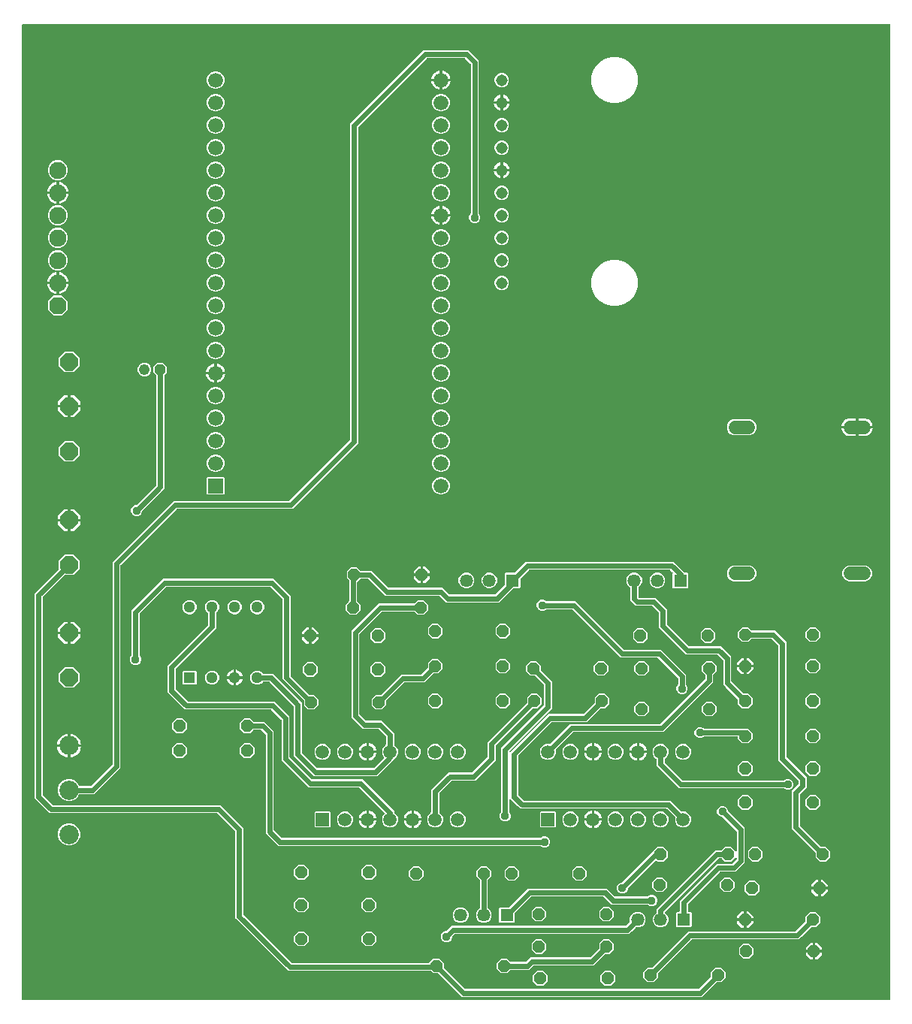
<source format=gbr>
G04 EAGLE Gerber RS-274X export*
G75*
%MOMM*%
%FSLAX34Y34*%
%LPD*%
%INBottom Copper*%
%IPPOS*%
%AMOC8*
5,1,8,0,0,1.08239X$1,22.5*%
G01*
%ADD10R,1.676400X1.676400*%
%ADD11C,1.676400*%
%ADD12P,2.089446X8X22.500000*%
%ADD13C,1.930400*%
%ADD14C,1.308000*%
%ADD15P,2.164780X8X112.500000*%
%ADD16P,2.164780X8X292.500000*%
%ADD17R,1.288000X1.288000*%
%ADD18C,1.288000*%
%ADD19P,1.429621X8X22.500000*%
%ADD20P,1.429621X8X202.500000*%
%ADD21C,2.184400*%
%ADD22R,1.500000X1.500000*%
%ADD23C,1.500000*%
%ADD24P,1.319650X8X22.500000*%
%ADD25C,1.219200*%
%ADD26R,1.458000X1.458000*%
%ADD27C,1.458000*%
%ADD28C,1.508000*%
%ADD29C,4.016000*%
%ADD30C,0.956400*%
%ADD31C,0.609600*%

G36*
X988388Y-109216D02*
X988388Y-109216D01*
X988407Y-109218D01*
X988509Y-109196D01*
X988611Y-109180D01*
X988628Y-109170D01*
X988648Y-109166D01*
X988737Y-109113D01*
X988828Y-109064D01*
X988842Y-109050D01*
X988859Y-109040D01*
X988926Y-108961D01*
X988998Y-108886D01*
X989006Y-108868D01*
X989019Y-108853D01*
X989058Y-108757D01*
X989101Y-108663D01*
X989103Y-108643D01*
X989111Y-108625D01*
X989129Y-108458D01*
X989129Y989078D01*
X989126Y989098D01*
X989128Y989117D01*
X989106Y989219D01*
X989090Y989321D01*
X989080Y989338D01*
X989076Y989358D01*
X989023Y989447D01*
X988974Y989538D01*
X988960Y989552D01*
X988950Y989569D01*
X988871Y989636D01*
X988796Y989708D01*
X988778Y989716D01*
X988763Y989729D01*
X988667Y989768D01*
X988573Y989811D01*
X988553Y989813D01*
X988535Y989821D01*
X988368Y989839D01*
X10922Y989839D01*
X10902Y989836D01*
X10883Y989838D01*
X10781Y989816D01*
X10679Y989800D01*
X10662Y989790D01*
X10642Y989786D01*
X10553Y989733D01*
X10462Y989684D01*
X10448Y989670D01*
X10431Y989660D01*
X10364Y989581D01*
X10292Y989506D01*
X10284Y989488D01*
X10271Y989473D01*
X10232Y989377D01*
X10189Y989283D01*
X10187Y989263D01*
X10179Y989245D01*
X10161Y989078D01*
X10161Y-108458D01*
X10164Y-108478D01*
X10162Y-108497D01*
X10184Y-108599D01*
X10200Y-108701D01*
X10210Y-108718D01*
X10214Y-108738D01*
X10267Y-108827D01*
X10316Y-108918D01*
X10330Y-108932D01*
X10340Y-108949D01*
X10419Y-109016D01*
X10494Y-109088D01*
X10512Y-109096D01*
X10527Y-109109D01*
X10623Y-109148D01*
X10717Y-109191D01*
X10737Y-109193D01*
X10755Y-109201D01*
X10922Y-109219D01*
X988368Y-109219D01*
X988388Y-109216D01*
G37*
%LPC*%
G36*
X61024Y114553D02*
X61024Y114553D01*
X56449Y116448D01*
X52948Y119949D01*
X51053Y124524D01*
X51053Y129476D01*
X52948Y134051D01*
X56449Y137552D01*
X61024Y139447D01*
X65976Y139447D01*
X70551Y137552D01*
X74052Y134051D01*
X74883Y132043D01*
X74946Y131942D01*
X75005Y131843D01*
X75010Y131839D01*
X75013Y131834D01*
X75104Y131759D01*
X75192Y131683D01*
X75198Y131681D01*
X75203Y131677D01*
X75311Y131635D01*
X75420Y131591D01*
X75428Y131590D01*
X75432Y131589D01*
X75450Y131588D01*
X75587Y131573D01*
X87961Y131573D01*
X88051Y131587D01*
X88142Y131595D01*
X88171Y131607D01*
X88203Y131612D01*
X88284Y131655D01*
X88368Y131691D01*
X88400Y131717D01*
X88421Y131728D01*
X88443Y131751D01*
X88499Y131796D01*
X112044Y155341D01*
X112097Y155415D01*
X112157Y155485D01*
X112169Y155515D01*
X112188Y155541D01*
X112215Y155628D01*
X112249Y155713D01*
X112253Y155754D01*
X112260Y155776D01*
X112259Y155808D01*
X112267Y155879D01*
X112267Y384164D01*
X180986Y452883D01*
X311481Y452883D01*
X311571Y452897D01*
X311662Y452905D01*
X311691Y452917D01*
X311723Y452922D01*
X311804Y452965D01*
X311888Y453001D01*
X311920Y453027D01*
X311941Y453038D01*
X311963Y453061D01*
X312019Y453106D01*
X380014Y521101D01*
X380067Y521175D01*
X380127Y521245D01*
X380139Y521275D01*
X380158Y521301D01*
X380185Y521388D01*
X380219Y521473D01*
X380223Y521514D01*
X380230Y521536D01*
X380229Y521568D01*
X380237Y521639D01*
X380237Y878194D01*
X462926Y960883D01*
X513704Y960883D01*
X525273Y949314D01*
X525273Y776822D01*
X525287Y776732D01*
X525295Y776641D01*
X525307Y776611D01*
X525312Y776579D01*
X525355Y776498D01*
X525391Y776414D01*
X525417Y776382D01*
X525428Y776362D01*
X525451Y776339D01*
X525496Y776283D01*
X526047Y775733D01*
X527007Y773414D01*
X527007Y770906D01*
X526047Y768587D01*
X524273Y766813D01*
X521954Y765853D01*
X519446Y765853D01*
X517127Y766813D01*
X515353Y768587D01*
X514393Y770906D01*
X514393Y773414D01*
X515353Y775733D01*
X515904Y776283D01*
X515957Y776357D01*
X516017Y776427D01*
X516029Y776457D01*
X516048Y776483D01*
X516075Y776570D01*
X516109Y776655D01*
X516113Y776696D01*
X516120Y776718D01*
X516119Y776750D01*
X516127Y776822D01*
X516127Y945211D01*
X516113Y945301D01*
X516105Y945392D01*
X516093Y945421D01*
X516088Y945453D01*
X516045Y945534D01*
X516009Y945618D01*
X515983Y945650D01*
X515972Y945671D01*
X515949Y945693D01*
X515904Y945749D01*
X510139Y951514D01*
X510065Y951567D01*
X509995Y951627D01*
X509965Y951639D01*
X509939Y951658D01*
X509852Y951685D01*
X509767Y951719D01*
X509726Y951723D01*
X509704Y951730D01*
X509672Y951729D01*
X509601Y951737D01*
X467029Y951737D01*
X466939Y951723D01*
X466848Y951715D01*
X466819Y951703D01*
X466787Y951698D01*
X466706Y951655D01*
X466622Y951619D01*
X466590Y951593D01*
X466569Y951582D01*
X466547Y951559D01*
X466491Y951514D01*
X389606Y874629D01*
X389553Y874555D01*
X389493Y874485D01*
X389481Y874455D01*
X389462Y874429D01*
X389435Y874342D01*
X389401Y874257D01*
X389397Y874216D01*
X389390Y874194D01*
X389391Y874162D01*
X389383Y874091D01*
X389383Y517536D01*
X315584Y443737D01*
X185089Y443737D01*
X184999Y443723D01*
X184908Y443715D01*
X184879Y443703D01*
X184847Y443698D01*
X184766Y443655D01*
X184682Y443619D01*
X184650Y443593D01*
X184629Y443582D01*
X184607Y443559D01*
X184551Y443514D01*
X121636Y380599D01*
X121583Y380525D01*
X121523Y380455D01*
X121511Y380425D01*
X121492Y380399D01*
X121465Y380312D01*
X121431Y380227D01*
X121427Y380186D01*
X121420Y380164D01*
X121421Y380132D01*
X121413Y380061D01*
X121413Y151776D01*
X92064Y122427D01*
X75587Y122427D01*
X75472Y122408D01*
X75356Y122391D01*
X75350Y122389D01*
X75344Y122388D01*
X75241Y122333D01*
X75137Y122280D01*
X75132Y122275D01*
X75127Y122272D01*
X75047Y122188D01*
X74964Y122104D01*
X74961Y122098D01*
X74957Y122094D01*
X74949Y122077D01*
X74883Y121957D01*
X74052Y119949D01*
X70551Y116448D01*
X65976Y114553D01*
X61024Y114553D01*
G37*
%LPD*%
%LPC*%
G36*
X506106Y-106173D02*
X506106Y-106173D01*
X479405Y-79472D01*
X479331Y-79419D01*
X479261Y-79359D01*
X479231Y-79347D01*
X479205Y-79328D01*
X479118Y-79301D01*
X479033Y-79267D01*
X478992Y-79263D01*
X478970Y-79256D01*
X478938Y-79257D01*
X478867Y-79249D01*
X474153Y-79249D01*
X472090Y-77186D01*
X472016Y-77133D01*
X471947Y-77073D01*
X471916Y-77061D01*
X471890Y-77042D01*
X471803Y-77015D01*
X471718Y-76981D01*
X471677Y-76977D01*
X471655Y-76970D01*
X471623Y-76971D01*
X471552Y-76963D01*
X310526Y-76963D01*
X250697Y-17134D01*
X250697Y80341D01*
X250695Y80357D01*
X250696Y80371D01*
X250682Y80437D01*
X250675Y80522D01*
X250663Y80551D01*
X250658Y80583D01*
X250645Y80607D01*
X250644Y80612D01*
X250630Y80635D01*
X250615Y80664D01*
X250579Y80748D01*
X250553Y80780D01*
X250542Y80801D01*
X250519Y80823D01*
X250474Y80879D01*
X230739Y100614D01*
X230665Y100667D01*
X230595Y100727D01*
X230565Y100739D01*
X230539Y100758D01*
X230452Y100785D01*
X230367Y100819D01*
X230326Y100823D01*
X230304Y100830D01*
X230272Y100829D01*
X230201Y100837D01*
X41286Y100837D01*
X24637Y117486D01*
X24637Y348604D01*
X51752Y375719D01*
X51805Y375793D01*
X51865Y375863D01*
X51877Y375893D01*
X51896Y375919D01*
X51923Y376006D01*
X51957Y376091D01*
X51961Y376132D01*
X51968Y376154D01*
X51967Y376186D01*
X51975Y376257D01*
X51975Y385774D01*
X58726Y392525D01*
X68274Y392525D01*
X75025Y385774D01*
X75025Y376226D01*
X68274Y369475D01*
X58757Y369475D01*
X58667Y369461D01*
X58576Y369453D01*
X58547Y369441D01*
X58515Y369436D01*
X58434Y369393D01*
X58350Y369357D01*
X58318Y369331D01*
X58297Y369320D01*
X58275Y369297D01*
X58219Y369252D01*
X34006Y345039D01*
X33953Y344965D01*
X33893Y344895D01*
X33881Y344865D01*
X33862Y344839D01*
X33835Y344752D01*
X33801Y344667D01*
X33797Y344626D01*
X33790Y344604D01*
X33791Y344572D01*
X33783Y344501D01*
X33783Y121589D01*
X33797Y121499D01*
X33805Y121408D01*
X33817Y121379D01*
X33822Y121347D01*
X33865Y121266D01*
X33901Y121182D01*
X33927Y121150D01*
X33938Y121129D01*
X33961Y121107D01*
X34006Y121051D01*
X44851Y110206D01*
X44925Y110153D01*
X44995Y110093D01*
X45025Y110081D01*
X45051Y110062D01*
X45138Y110035D01*
X45223Y110001D01*
X45264Y109997D01*
X45286Y109990D01*
X45318Y109991D01*
X45389Y109983D01*
X234304Y109983D01*
X259843Y84444D01*
X259843Y-13031D01*
X259857Y-13121D01*
X259865Y-13212D01*
X259877Y-13241D01*
X259882Y-13273D01*
X259925Y-13354D01*
X259961Y-13438D01*
X259987Y-13470D01*
X259998Y-13491D01*
X260021Y-13513D01*
X260066Y-13569D01*
X314091Y-67594D01*
X314165Y-67647D01*
X314235Y-67707D01*
X314265Y-67719D01*
X314291Y-67738D01*
X314378Y-67765D01*
X314463Y-67799D01*
X314504Y-67803D01*
X314526Y-67810D01*
X314558Y-67809D01*
X314629Y-67817D01*
X469012Y-67817D01*
X469102Y-67803D01*
X469193Y-67795D01*
X469222Y-67783D01*
X469254Y-67778D01*
X469335Y-67735D01*
X469419Y-67699D01*
X469451Y-67673D01*
X469472Y-67662D01*
X469494Y-67639D01*
X469550Y-67594D01*
X474153Y-62991D01*
X480887Y-62991D01*
X485649Y-67753D01*
X485649Y-72467D01*
X485663Y-72557D01*
X485671Y-72648D01*
X485683Y-72677D01*
X485688Y-72709D01*
X485731Y-72790D01*
X485767Y-72874D01*
X485793Y-72906D01*
X485804Y-72927D01*
X485827Y-72949D01*
X485872Y-73005D01*
X509671Y-96804D01*
X509745Y-96857D01*
X509815Y-96917D01*
X509845Y-96929D01*
X509871Y-96948D01*
X509958Y-96975D01*
X510043Y-97009D01*
X510084Y-97013D01*
X510106Y-97020D01*
X510138Y-97019D01*
X510209Y-97027D01*
X772491Y-97027D01*
X772581Y-97013D01*
X772672Y-97005D01*
X772701Y-96993D01*
X772733Y-96988D01*
X772814Y-96945D01*
X772898Y-96909D01*
X772930Y-96883D01*
X772951Y-96872D01*
X772973Y-96849D01*
X773029Y-96804D01*
X786668Y-83165D01*
X786721Y-83091D01*
X786781Y-83021D01*
X786793Y-82991D01*
X786812Y-82965D01*
X786839Y-82878D01*
X786873Y-82793D01*
X786877Y-82752D01*
X786884Y-82730D01*
X786883Y-82698D01*
X786891Y-82627D01*
X786891Y-77913D01*
X791653Y-73151D01*
X798387Y-73151D01*
X803149Y-77913D01*
X803149Y-84647D01*
X798387Y-89409D01*
X793673Y-89409D01*
X793583Y-89423D01*
X793492Y-89431D01*
X793463Y-89443D01*
X793431Y-89448D01*
X793350Y-89491D01*
X793266Y-89527D01*
X793234Y-89553D01*
X793213Y-89564D01*
X793197Y-89581D01*
X793195Y-89582D01*
X793187Y-89590D01*
X793135Y-89632D01*
X776594Y-106173D01*
X506106Y-106173D01*
G37*
%LPD*%
%LPC*%
G36*
X753855Y84955D02*
X753855Y84955D01*
X750538Y86329D01*
X747999Y88868D01*
X746625Y92185D01*
X746625Y95775D01*
X746654Y95845D01*
X746681Y95958D01*
X746709Y96072D01*
X746709Y96078D01*
X746710Y96084D01*
X746699Y96200D01*
X746690Y96317D01*
X746688Y96323D01*
X746687Y96329D01*
X746639Y96436D01*
X746594Y96543D01*
X746589Y96549D01*
X746587Y96554D01*
X746574Y96567D01*
X746489Y96674D01*
X737469Y105694D01*
X737395Y105747D01*
X737325Y105807D01*
X737295Y105819D01*
X737269Y105838D01*
X737182Y105865D01*
X737097Y105899D01*
X737056Y105903D01*
X737034Y105910D01*
X737002Y105909D01*
X736931Y105917D01*
X572146Y105917D01*
X569244Y108819D01*
X560862Y117201D01*
X560804Y117243D01*
X560752Y117292D01*
X560705Y117314D01*
X560663Y117344D01*
X560594Y117366D01*
X560529Y117396D01*
X560477Y117401D01*
X560427Y117417D01*
X560356Y117415D01*
X560285Y117423D01*
X560234Y117412D01*
X560182Y117410D01*
X560114Y117386D01*
X560044Y117371D01*
X559999Y117344D01*
X559951Y117326D01*
X559895Y117281D01*
X559833Y117244D01*
X559799Y117205D01*
X559759Y117172D01*
X559720Y117112D01*
X559673Y117058D01*
X559654Y117009D01*
X559626Y116965D01*
X559608Y116896D01*
X559581Y116829D01*
X559573Y116758D01*
X559565Y116727D01*
X559567Y116704D01*
X559563Y116663D01*
X559563Y102452D01*
X559577Y102362D01*
X559585Y102271D01*
X559597Y102241D01*
X559602Y102209D01*
X559645Y102128D01*
X559681Y102044D01*
X559707Y102012D01*
X559718Y101992D01*
X559741Y101969D01*
X559786Y101913D01*
X560337Y101363D01*
X561297Y99044D01*
X561297Y96536D01*
X560337Y94217D01*
X558563Y92443D01*
X556244Y91483D01*
X553736Y91483D01*
X551417Y92443D01*
X549643Y94217D01*
X548683Y96536D01*
X548683Y99044D01*
X549643Y101363D01*
X550194Y101913D01*
X550247Y101987D01*
X550307Y102057D01*
X550319Y102087D01*
X550338Y102113D01*
X550365Y102200D01*
X550399Y102285D01*
X550403Y102326D01*
X550410Y102348D01*
X550409Y102380D01*
X550417Y102452D01*
X550417Y174614D01*
X598454Y222651D01*
X598507Y222725D01*
X598567Y222795D01*
X598579Y222825D01*
X598598Y222851D01*
X598625Y222938D01*
X598659Y223023D01*
X598663Y223064D01*
X598670Y223086D01*
X598669Y223118D01*
X598677Y223189D01*
X598677Y245441D01*
X598663Y245531D01*
X598655Y245622D01*
X598643Y245651D01*
X598638Y245683D01*
X598595Y245764D01*
X598559Y245848D01*
X598533Y245880D01*
X598522Y245901D01*
X598499Y245923D01*
X598454Y245979D01*
X588625Y255808D01*
X588551Y255861D01*
X588481Y255921D01*
X588451Y255933D01*
X588425Y255952D01*
X588338Y255979D01*
X588253Y256013D01*
X588212Y256017D01*
X588190Y256024D01*
X588158Y256023D01*
X588087Y256031D01*
X583373Y256031D01*
X578611Y260793D01*
X578611Y267527D01*
X583373Y272289D01*
X590107Y272289D01*
X594869Y267527D01*
X594869Y262813D01*
X594883Y262723D01*
X594891Y262632D01*
X594903Y262603D01*
X594908Y262571D01*
X594951Y262490D01*
X594987Y262406D01*
X595013Y262374D01*
X595024Y262353D01*
X595047Y262331D01*
X595092Y262275D01*
X604921Y252446D01*
X607823Y249544D01*
X607823Y219086D01*
X559786Y171049D01*
X559733Y170975D01*
X559673Y170905D01*
X559661Y170875D01*
X559642Y170849D01*
X559615Y170762D01*
X559581Y170677D01*
X559577Y170636D01*
X559570Y170614D01*
X559571Y170582D01*
X559563Y170511D01*
X559563Y170357D01*
X559574Y170287D01*
X559576Y170215D01*
X559594Y170166D01*
X559602Y170115D01*
X559636Y170051D01*
X559661Y169984D01*
X559693Y169943D01*
X559718Y169897D01*
X559770Y169848D01*
X559814Y169792D01*
X559858Y169764D01*
X559896Y169728D01*
X559961Y169698D01*
X560021Y169659D01*
X560072Y169646D01*
X560119Y169624D01*
X560190Y169616D01*
X560260Y169599D01*
X560312Y169603D01*
X560363Y169597D01*
X560434Y169612D01*
X560505Y169618D01*
X560553Y169638D01*
X560604Y169649D01*
X560665Y169686D01*
X560731Y169714D01*
X560787Y169759D01*
X560815Y169776D01*
X560830Y169793D01*
X560862Y169819D01*
X603896Y212853D01*
X642951Y212853D01*
X643041Y212867D01*
X643132Y212875D01*
X643161Y212887D01*
X643193Y212892D01*
X643274Y212935D01*
X643358Y212971D01*
X643390Y212997D01*
X643411Y213008D01*
X643433Y213031D01*
X643489Y213076D01*
X655858Y225445D01*
X655911Y225519D01*
X655971Y225589D01*
X655983Y225619D01*
X656002Y225645D01*
X656029Y225732D01*
X656063Y225817D01*
X656067Y225858D01*
X656074Y225880D01*
X656073Y225912D01*
X656081Y225983D01*
X656081Y230697D01*
X660843Y235459D01*
X667577Y235459D01*
X672339Y230697D01*
X672339Y223963D01*
X667577Y219201D01*
X662863Y219201D01*
X662773Y219187D01*
X662682Y219179D01*
X662653Y219167D01*
X662621Y219162D01*
X662540Y219119D01*
X662456Y219083D01*
X662424Y219057D01*
X662403Y219046D01*
X662381Y219023D01*
X662325Y218978D01*
X647054Y203707D01*
X607999Y203707D01*
X607909Y203693D01*
X607818Y203685D01*
X607789Y203673D01*
X607757Y203668D01*
X607676Y203625D01*
X607592Y203589D01*
X607560Y203563D01*
X607539Y203552D01*
X607517Y203529D01*
X607461Y203484D01*
X569946Y165969D01*
X569893Y165895D01*
X569833Y165825D01*
X569821Y165795D01*
X569802Y165769D01*
X569775Y165682D01*
X569741Y165597D01*
X569737Y165556D01*
X569730Y165534D01*
X569731Y165502D01*
X569723Y165431D01*
X569723Y121589D01*
X569737Y121499D01*
X569745Y121408D01*
X569757Y121379D01*
X569762Y121347D01*
X569805Y121266D01*
X569841Y121182D01*
X569867Y121150D01*
X569878Y121129D01*
X569901Y121107D01*
X569946Y121051D01*
X575711Y115286D01*
X575785Y115233D01*
X575855Y115173D01*
X575885Y115161D01*
X575911Y115142D01*
X575998Y115115D01*
X576083Y115081D01*
X576124Y115077D01*
X576146Y115070D01*
X576178Y115071D01*
X576249Y115063D01*
X741034Y115063D01*
X743936Y112161D01*
X752956Y103141D01*
X753051Y103073D01*
X753145Y103003D01*
X753151Y103001D01*
X753156Y102997D01*
X753267Y102963D01*
X753378Y102927D01*
X753385Y102927D01*
X753391Y102925D01*
X753507Y102928D01*
X753624Y102929D01*
X753632Y102931D01*
X753637Y102931D01*
X753654Y102938D01*
X753785Y102976D01*
X753855Y103005D01*
X757445Y103005D01*
X760762Y101631D01*
X763301Y99092D01*
X764675Y95775D01*
X764675Y92185D01*
X763301Y88868D01*
X760762Y86329D01*
X757445Y84955D01*
X753855Y84955D01*
G37*
%LPD*%
%LPC*%
G36*
X339736Y142747D02*
X339736Y142747D01*
X316737Y165746D01*
X316737Y221311D01*
X316723Y221401D01*
X316715Y221492D01*
X316703Y221521D01*
X316698Y221553D01*
X316655Y221634D01*
X316619Y221718D01*
X316593Y221750D01*
X316582Y221771D01*
X316559Y221793D01*
X316514Y221849D01*
X289489Y248874D01*
X289415Y248927D01*
X289345Y248987D01*
X289315Y248999D01*
X289289Y249018D01*
X289202Y249045D01*
X289117Y249079D01*
X289076Y249083D01*
X289054Y249090D01*
X289022Y249089D01*
X288951Y249097D01*
X282596Y249097D01*
X282506Y249083D01*
X282415Y249075D01*
X282386Y249063D01*
X282354Y249058D01*
X282273Y249015D01*
X282189Y248979D01*
X282157Y248953D01*
X282136Y248942D01*
X282114Y248919D01*
X282058Y248874D01*
X280102Y246918D01*
X277174Y245705D01*
X274006Y245705D01*
X271078Y246918D01*
X268838Y249158D01*
X267625Y252086D01*
X267625Y255254D01*
X268838Y258182D01*
X271078Y260422D01*
X274006Y261635D01*
X277174Y261635D01*
X280102Y260422D01*
X282058Y258466D01*
X282132Y258413D01*
X282202Y258353D01*
X282232Y258341D01*
X282258Y258322D01*
X282345Y258295D01*
X282430Y258261D01*
X282471Y258257D01*
X282493Y258250D01*
X282525Y258251D01*
X282596Y258243D01*
X293054Y258243D01*
X325883Y225414D01*
X325883Y169849D01*
X325897Y169759D01*
X325905Y169668D01*
X325917Y169639D01*
X325922Y169607D01*
X325965Y169526D01*
X326001Y169442D01*
X326027Y169410D01*
X326038Y169389D01*
X326061Y169367D01*
X326106Y169311D01*
X343301Y152116D01*
X343375Y152063D01*
X343445Y152003D01*
X343475Y151991D01*
X343501Y151972D01*
X343588Y151945D01*
X343673Y151911D01*
X343714Y151907D01*
X343736Y151900D01*
X343768Y151901D01*
X343839Y151893D01*
X406731Y151893D01*
X406821Y151907D01*
X406912Y151915D01*
X406941Y151927D01*
X406973Y151932D01*
X407054Y151975D01*
X407138Y152011D01*
X407170Y152037D01*
X407191Y152048D01*
X407213Y152071D01*
X407269Y152116D01*
X418472Y163319D01*
X418483Y163335D01*
X418499Y163347D01*
X418555Y163435D01*
X418615Y163518D01*
X418621Y163537D01*
X418632Y163554D01*
X418657Y163655D01*
X418688Y163753D01*
X418687Y163773D01*
X418692Y163793D01*
X418684Y163896D01*
X418681Y163999D01*
X418675Y164018D01*
X418673Y164038D01*
X418633Y164133D01*
X418597Y164230D01*
X418584Y164246D01*
X418577Y164264D01*
X418472Y164395D01*
X417799Y165068D01*
X416425Y168385D01*
X416425Y171975D01*
X417799Y175292D01*
X420338Y177831D01*
X420407Y177860D01*
X420507Y177921D01*
X420607Y177981D01*
X420611Y177986D01*
X420616Y177989D01*
X420691Y178079D01*
X420767Y178168D01*
X420769Y178174D01*
X420773Y178179D01*
X420815Y178287D01*
X420859Y178396D01*
X420860Y178404D01*
X420861Y178408D01*
X420862Y178427D01*
X420877Y178563D01*
X420877Y187021D01*
X420863Y187111D01*
X420855Y187202D01*
X420843Y187231D01*
X420838Y187263D01*
X420795Y187344D01*
X420759Y187428D01*
X420733Y187460D01*
X420722Y187481D01*
X420699Y187503D01*
X420654Y187559D01*
X412349Y195864D01*
X412275Y195917D01*
X412205Y195977D01*
X412175Y195989D01*
X412149Y196008D01*
X412062Y196035D01*
X411977Y196069D01*
X411936Y196073D01*
X411914Y196080D01*
X411882Y196079D01*
X411811Y196087D01*
X394346Y196087D01*
X381507Y208926D01*
X381507Y306694D01*
X412126Y337313D01*
X452502Y337313D01*
X452592Y337327D01*
X452683Y337335D01*
X452712Y337347D01*
X452744Y337352D01*
X452825Y337395D01*
X452909Y337431D01*
X452941Y337457D01*
X452962Y337468D01*
X452984Y337491D01*
X453040Y337536D01*
X456373Y340869D01*
X463107Y340869D01*
X467869Y336107D01*
X467869Y329373D01*
X463107Y324611D01*
X456373Y324611D01*
X453040Y327944D01*
X452966Y327997D01*
X452897Y328057D01*
X452866Y328069D01*
X452840Y328088D01*
X452753Y328115D01*
X452668Y328149D01*
X452627Y328153D01*
X452605Y328160D01*
X452573Y328159D01*
X452502Y328167D01*
X416229Y328167D01*
X416139Y328153D01*
X416048Y328145D01*
X416019Y328133D01*
X415987Y328128D01*
X415906Y328085D01*
X415822Y328049D01*
X415790Y328023D01*
X415769Y328012D01*
X415747Y327989D01*
X415691Y327944D01*
X390876Y303129D01*
X390830Y303065D01*
X390811Y303045D01*
X390807Y303037D01*
X390763Y302985D01*
X390751Y302955D01*
X390732Y302929D01*
X390705Y302842D01*
X390671Y302757D01*
X390667Y302716D01*
X390660Y302694D01*
X390661Y302662D01*
X390653Y302591D01*
X390653Y213029D01*
X390667Y212939D01*
X390675Y212848D01*
X390687Y212819D01*
X390692Y212787D01*
X390735Y212706D01*
X390771Y212622D01*
X390797Y212590D01*
X390808Y212569D01*
X390831Y212547D01*
X390876Y212491D01*
X397911Y205456D01*
X397985Y205403D01*
X398055Y205343D01*
X398085Y205331D01*
X398111Y205312D01*
X398198Y205285D01*
X398283Y205251D01*
X398324Y205247D01*
X398346Y205240D01*
X398378Y205241D01*
X398449Y205233D01*
X415914Y205233D01*
X430023Y191124D01*
X430023Y178563D01*
X430042Y178448D01*
X430059Y178332D01*
X430061Y178326D01*
X430062Y178320D01*
X430117Y178217D01*
X430170Y178113D01*
X430175Y178108D01*
X430178Y178103D01*
X430262Y178022D01*
X430346Y177940D01*
X430352Y177937D01*
X430356Y177933D01*
X430373Y177926D01*
X430493Y177860D01*
X430562Y177831D01*
X433101Y175292D01*
X434475Y171975D01*
X434475Y168385D01*
X433101Y165068D01*
X430562Y162529D01*
X430493Y162500D01*
X430393Y162439D01*
X430293Y162379D01*
X430289Y162374D01*
X430284Y162371D01*
X430209Y162281D01*
X430133Y162192D01*
X430131Y162186D01*
X430127Y162181D01*
X430085Y162073D01*
X430060Y162010D01*
X430051Y161991D01*
X430050Y161987D01*
X430041Y161964D01*
X430040Y161956D01*
X430039Y161952D01*
X413736Y145649D01*
X410834Y142747D01*
X339736Y142747D01*
G37*
%LPD*%
%LPC*%
G36*
X380173Y324611D02*
X380173Y324611D01*
X375411Y329373D01*
X375411Y336107D01*
X378744Y339440D01*
X378797Y339514D01*
X378857Y339583D01*
X378869Y339614D01*
X378888Y339640D01*
X378915Y339727D01*
X378949Y339812D01*
X378953Y339853D01*
X378960Y339875D01*
X378959Y339907D01*
X378967Y339978D01*
X378967Y363602D01*
X378953Y363692D01*
X378945Y363783D01*
X378933Y363812D01*
X378928Y363844D01*
X378885Y363925D01*
X378849Y364009D01*
X378823Y364041D01*
X378812Y364062D01*
X378789Y364084D01*
X378744Y364140D01*
X376681Y366203D01*
X376681Y372937D01*
X381443Y377699D01*
X388177Y377699D01*
X391510Y374366D01*
X391584Y374313D01*
X391653Y374253D01*
X391684Y374241D01*
X391710Y374222D01*
X391797Y374195D01*
X391882Y374161D01*
X391923Y374157D01*
X391945Y374150D01*
X391977Y374151D01*
X392048Y374143D01*
X404484Y374143D01*
X423311Y355316D01*
X423385Y355263D01*
X423455Y355203D01*
X423485Y355191D01*
X423511Y355172D01*
X423598Y355145D01*
X423683Y355111D01*
X423724Y355107D01*
X423746Y355100D01*
X423778Y355101D01*
X423849Y355093D01*
X484494Y355093D01*
X491891Y347696D01*
X491965Y347643D01*
X492035Y347583D01*
X492065Y347571D01*
X492091Y347552D01*
X492178Y347525D01*
X492263Y347491D01*
X492304Y347487D01*
X492326Y347480D01*
X492358Y347481D01*
X492429Y347473D01*
X543891Y347473D01*
X543981Y347487D01*
X544072Y347495D01*
X544101Y347507D01*
X544133Y347512D01*
X544214Y347555D01*
X544298Y347591D01*
X544330Y347617D01*
X544351Y347628D01*
X544373Y347651D01*
X544429Y347696D01*
X554172Y357439D01*
X554225Y357513D01*
X554285Y357583D01*
X554297Y357613D01*
X554316Y357639D01*
X554343Y357726D01*
X554377Y357811D01*
X554381Y357852D01*
X554388Y357874D01*
X554387Y357906D01*
X554395Y357977D01*
X554395Y371132D01*
X555288Y372025D01*
X565243Y372025D01*
X565333Y372039D01*
X565424Y372047D01*
X565453Y372059D01*
X565485Y372064D01*
X565566Y372107D01*
X565650Y372143D01*
X565682Y372169D01*
X565703Y372180D01*
X565725Y372203D01*
X565781Y372248D01*
X574934Y381401D01*
X577836Y384303D01*
X744844Y384303D01*
X747746Y381401D01*
X756899Y372248D01*
X756973Y372195D01*
X757043Y372135D01*
X757073Y372123D01*
X757099Y372104D01*
X757186Y372077D01*
X757271Y372043D01*
X757312Y372039D01*
X757334Y372032D01*
X757366Y372033D01*
X757437Y372025D01*
X760362Y372025D01*
X761255Y371132D01*
X761255Y355288D01*
X760362Y354395D01*
X744518Y354395D01*
X743625Y355288D01*
X743625Y371132D01*
X743815Y371321D01*
X743827Y371338D01*
X743842Y371350D01*
X743898Y371437D01*
X743959Y371521D01*
X743965Y371540D01*
X743975Y371557D01*
X744001Y371657D01*
X744031Y371756D01*
X744031Y371776D01*
X744035Y371796D01*
X744027Y371899D01*
X744025Y372002D01*
X744018Y372021D01*
X744016Y372041D01*
X743976Y372136D01*
X743940Y372233D01*
X743928Y372249D01*
X743920Y372267D01*
X743815Y372398D01*
X741279Y374934D01*
X741205Y374987D01*
X741135Y375047D01*
X741105Y375059D01*
X741079Y375078D01*
X740992Y375105D01*
X740907Y375139D01*
X740866Y375143D01*
X740844Y375150D01*
X740812Y375149D01*
X740741Y375157D01*
X581939Y375157D01*
X581849Y375143D01*
X581758Y375135D01*
X581729Y375123D01*
X581697Y375118D01*
X581616Y375075D01*
X581532Y375039D01*
X581500Y375013D01*
X581479Y375002D01*
X581457Y374979D01*
X581401Y374934D01*
X572248Y365781D01*
X572195Y365707D01*
X572135Y365637D01*
X572123Y365607D01*
X572104Y365581D01*
X572077Y365494D01*
X572043Y365409D01*
X572039Y365368D01*
X572032Y365346D01*
X572033Y365314D01*
X572025Y365243D01*
X572025Y355288D01*
X571132Y354395D01*
X564377Y354395D01*
X564287Y354381D01*
X564196Y354373D01*
X564167Y354361D01*
X564135Y354356D01*
X564054Y354313D01*
X563970Y354277D01*
X563938Y354251D01*
X563917Y354240D01*
X563905Y354228D01*
X563904Y354227D01*
X563892Y354215D01*
X563839Y354172D01*
X550896Y341229D01*
X547994Y338327D01*
X488326Y338327D01*
X480929Y345724D01*
X480855Y345777D01*
X480785Y345837D01*
X480755Y345849D01*
X480729Y345868D01*
X480642Y345895D01*
X480557Y345929D01*
X480516Y345933D01*
X480494Y345940D01*
X480462Y345939D01*
X480391Y345947D01*
X419746Y345947D01*
X400919Y364774D01*
X400845Y364827D01*
X400775Y364887D01*
X400745Y364899D01*
X400719Y364918D01*
X400632Y364945D01*
X400547Y364979D01*
X400506Y364983D01*
X400484Y364990D01*
X400452Y364989D01*
X400381Y364997D01*
X392048Y364997D01*
X391958Y364983D01*
X391867Y364975D01*
X391838Y364963D01*
X391806Y364958D01*
X391725Y364915D01*
X391641Y364879D01*
X391609Y364853D01*
X391588Y364842D01*
X391566Y364819D01*
X391510Y364774D01*
X388336Y361600D01*
X388283Y361526D01*
X388223Y361457D01*
X388211Y361426D01*
X388192Y361400D01*
X388165Y361313D01*
X388131Y361228D01*
X388127Y361187D01*
X388120Y361165D01*
X388121Y361133D01*
X388113Y361062D01*
X388113Y339978D01*
X388127Y339888D01*
X388135Y339797D01*
X388147Y339768D01*
X388152Y339736D01*
X388195Y339655D01*
X388231Y339571D01*
X388257Y339539D01*
X388268Y339518D01*
X388291Y339496D01*
X388336Y339440D01*
X391669Y336107D01*
X391669Y329373D01*
X386907Y324611D01*
X380173Y324611D01*
G37*
%LPD*%
%LPC*%
G36*
X423655Y84955D02*
X423655Y84955D01*
X420338Y86329D01*
X417799Y88868D01*
X416425Y92185D01*
X416425Y95775D01*
X417799Y99092D01*
X419107Y100400D01*
X419118Y100416D01*
X419134Y100428D01*
X419190Y100516D01*
X419250Y100599D01*
X419256Y100618D01*
X419267Y100635D01*
X419292Y100736D01*
X419323Y100835D01*
X419322Y100855D01*
X419327Y100874D01*
X419319Y100977D01*
X419316Y101080D01*
X419310Y101099D01*
X419308Y101119D01*
X419268Y101214D01*
X419232Y101311D01*
X419219Y101327D01*
X419212Y101345D01*
X419107Y101476D01*
X390759Y129824D01*
X390685Y129877D01*
X390615Y129937D01*
X390585Y129949D01*
X390559Y129968D01*
X390472Y129995D01*
X390387Y130029D01*
X390346Y130033D01*
X390324Y130040D01*
X390292Y130039D01*
X390221Y130047D01*
X333386Y130047D01*
X305669Y157764D01*
X302767Y160666D01*
X302767Y206071D01*
X302753Y206161D01*
X302745Y206252D01*
X302733Y206281D01*
X302728Y206313D01*
X302685Y206394D01*
X302649Y206478D01*
X302623Y206510D01*
X302612Y206531D01*
X302589Y206553D01*
X302544Y206609D01*
X291699Y217454D01*
X291625Y217507D01*
X291555Y217567D01*
X291525Y217579D01*
X291499Y217598D01*
X291412Y217625D01*
X291327Y217659D01*
X291286Y217663D01*
X291264Y217670D01*
X291232Y217669D01*
X291161Y217677D01*
X193686Y217677D01*
X174497Y236866D01*
X174497Y267324D01*
X219994Y312821D01*
X220047Y312895D01*
X220107Y312965D01*
X220119Y312995D01*
X220138Y313021D01*
X220165Y313108D01*
X220199Y313193D01*
X220203Y313234D01*
X220210Y313256D01*
X220209Y313288D01*
X220217Y313359D01*
X220217Y326064D01*
X220203Y326154D01*
X220195Y326245D01*
X220183Y326274D01*
X220178Y326306D01*
X220135Y326387D01*
X220099Y326471D01*
X220073Y326503D01*
X220062Y326524D01*
X220039Y326546D01*
X219994Y326602D01*
X218038Y328558D01*
X216825Y331486D01*
X216825Y334654D01*
X218038Y337582D01*
X220278Y339822D01*
X223206Y341035D01*
X226374Y341035D01*
X229302Y339822D01*
X231542Y337582D01*
X232755Y334654D01*
X232755Y331486D01*
X231542Y328558D01*
X229586Y326602D01*
X229533Y326528D01*
X229473Y326458D01*
X229461Y326428D01*
X229442Y326402D01*
X229415Y326315D01*
X229381Y326230D01*
X229377Y326189D01*
X229370Y326167D01*
X229371Y326135D01*
X229363Y326064D01*
X229363Y309256D01*
X183866Y263759D01*
X183813Y263685D01*
X183753Y263615D01*
X183741Y263585D01*
X183722Y263559D01*
X183695Y263472D01*
X183661Y263387D01*
X183657Y263346D01*
X183650Y263324D01*
X183651Y263292D01*
X183643Y263221D01*
X183643Y240969D01*
X183657Y240879D01*
X183665Y240788D01*
X183677Y240759D01*
X183682Y240727D01*
X183725Y240646D01*
X183761Y240562D01*
X183787Y240530D01*
X183798Y240509D01*
X183821Y240487D01*
X183827Y240479D01*
X183836Y240465D01*
X183845Y240457D01*
X183866Y240431D01*
X197251Y227046D01*
X197325Y226993D01*
X197395Y226933D01*
X197425Y226921D01*
X197451Y226902D01*
X197538Y226875D01*
X197623Y226841D01*
X197664Y226837D01*
X197686Y226830D01*
X197718Y226831D01*
X197789Y226823D01*
X295264Y226823D01*
X298166Y223921D01*
X311913Y210174D01*
X311913Y164769D01*
X311927Y164679D01*
X311935Y164588D01*
X311947Y164559D01*
X311952Y164527D01*
X311995Y164446D01*
X312031Y164362D01*
X312057Y164330D01*
X312068Y164309D01*
X312091Y164287D01*
X312136Y164231D01*
X336951Y139416D01*
X337025Y139363D01*
X337095Y139303D01*
X337125Y139291D01*
X337151Y139272D01*
X337238Y139245D01*
X337323Y139211D01*
X337364Y139207D01*
X337386Y139200D01*
X337418Y139201D01*
X337489Y139193D01*
X394324Y139193D01*
X427121Y106396D01*
X430023Y103494D01*
X430023Y102363D01*
X430042Y102248D01*
X430059Y102132D01*
X430061Y102126D01*
X430062Y102120D01*
X430117Y102017D01*
X430170Y101913D01*
X430175Y101908D01*
X430178Y101903D01*
X430263Y101822D01*
X430346Y101740D01*
X430352Y101737D01*
X430356Y101733D01*
X430373Y101725D01*
X430493Y101660D01*
X430562Y101631D01*
X433101Y99092D01*
X434475Y95775D01*
X434475Y92185D01*
X433101Y88868D01*
X430562Y86329D01*
X427245Y84955D01*
X423655Y84955D01*
G37*
%LPD*%
%LPC*%
G36*
X598186Y62273D02*
X598186Y62273D01*
X595867Y63233D01*
X595317Y63784D01*
X595243Y63837D01*
X595173Y63897D01*
X595143Y63909D01*
X595117Y63928D01*
X595030Y63955D01*
X594945Y63989D01*
X594904Y63993D01*
X594882Y64000D01*
X594850Y63999D01*
X594778Y64007D01*
X299096Y64007D01*
X284987Y78116D01*
X284987Y189561D01*
X284973Y189651D01*
X284965Y189742D01*
X284953Y189771D01*
X284948Y189803D01*
X284905Y189884D01*
X284869Y189968D01*
X284843Y190000D01*
X284832Y190021D01*
X284809Y190043D01*
X284764Y190099D01*
X280269Y194594D01*
X280195Y194647D01*
X280125Y194707D01*
X280095Y194719D01*
X280069Y194738D01*
X279982Y194765D01*
X279897Y194799D01*
X279856Y194803D01*
X279834Y194810D01*
X279802Y194809D01*
X279731Y194817D01*
X271398Y194817D01*
X271308Y194803D01*
X271217Y194795D01*
X271188Y194783D01*
X271156Y194778D01*
X271075Y194735D01*
X270991Y194699D01*
X270959Y194673D01*
X270938Y194662D01*
X270916Y194639D01*
X270860Y194594D01*
X267527Y191261D01*
X260793Y191261D01*
X256031Y196023D01*
X256031Y202757D01*
X260793Y207519D01*
X267527Y207519D01*
X270860Y204186D01*
X270934Y204133D01*
X271003Y204073D01*
X271034Y204061D01*
X271060Y204042D01*
X271147Y204015D01*
X271232Y203981D01*
X271273Y203977D01*
X271295Y203970D01*
X271327Y203971D01*
X271398Y203963D01*
X283834Y203963D01*
X294133Y193664D01*
X294133Y82219D01*
X294147Y82129D01*
X294155Y82038D01*
X294167Y82009D01*
X294172Y81977D01*
X294215Y81896D01*
X294251Y81812D01*
X294277Y81780D01*
X294288Y81759D01*
X294311Y81737D01*
X294356Y81681D01*
X302661Y73376D01*
X302735Y73323D01*
X302805Y73263D01*
X302835Y73251D01*
X302861Y73232D01*
X302948Y73205D01*
X303033Y73171D01*
X303074Y73167D01*
X303096Y73160D01*
X303128Y73161D01*
X303199Y73153D01*
X594778Y73153D01*
X594868Y73167D01*
X594959Y73175D01*
X594989Y73187D01*
X595021Y73192D01*
X595102Y73235D01*
X595186Y73271D01*
X595218Y73297D01*
X595238Y73308D01*
X595261Y73331D01*
X595317Y73376D01*
X595867Y73927D01*
X598186Y74887D01*
X600694Y74887D01*
X603013Y73927D01*
X604787Y72153D01*
X605747Y69834D01*
X605747Y67326D01*
X604787Y65007D01*
X603013Y63233D01*
X600694Y62273D01*
X598186Y62273D01*
G37*
%LPD*%
%LPC*%
G36*
X333183Y217931D02*
X333183Y217931D01*
X328421Y222693D01*
X328421Y227407D01*
X328407Y227497D01*
X328399Y227588D01*
X328387Y227617D01*
X328382Y227649D01*
X328339Y227730D01*
X328303Y227814D01*
X328277Y227846D01*
X328266Y227867D01*
X328243Y227889D01*
X328198Y227945D01*
X304037Y252106D01*
X304037Y341961D01*
X304023Y342051D01*
X304015Y342142D01*
X304003Y342171D01*
X303998Y342203D01*
X303955Y342284D01*
X303919Y342368D01*
X303893Y342400D01*
X303882Y342421D01*
X303859Y342443D01*
X303814Y342499D01*
X290429Y355884D01*
X290355Y355937D01*
X290285Y355997D01*
X290255Y356009D01*
X290229Y356028D01*
X290142Y356055D01*
X290057Y356089D01*
X290016Y356093D01*
X289994Y356100D01*
X289962Y356099D01*
X289891Y356107D01*
X173659Y356107D01*
X173569Y356093D01*
X173478Y356085D01*
X173449Y356073D01*
X173417Y356068D01*
X173336Y356025D01*
X173252Y355989D01*
X173220Y355963D01*
X173199Y355952D01*
X173177Y355929D01*
X173121Y355884D01*
X143226Y325989D01*
X143183Y325930D01*
X143138Y325883D01*
X143131Y325866D01*
X143113Y325845D01*
X143101Y325815D01*
X143082Y325789D01*
X143057Y325707D01*
X143035Y325660D01*
X143033Y325648D01*
X143021Y325617D01*
X143017Y325576D01*
X143010Y325554D01*
X143011Y325522D01*
X143003Y325451D01*
X143003Y278982D01*
X143017Y278892D01*
X143025Y278801D01*
X143037Y278771D01*
X143042Y278739D01*
X143085Y278658D01*
X143121Y278574D01*
X143147Y278542D01*
X143158Y278522D01*
X143181Y278499D01*
X143226Y278443D01*
X143777Y277893D01*
X144737Y275574D01*
X144737Y273066D01*
X143777Y270747D01*
X142003Y268973D01*
X139684Y268013D01*
X137176Y268013D01*
X134857Y268973D01*
X133083Y270747D01*
X132123Y273066D01*
X132123Y275574D01*
X133083Y277893D01*
X133634Y278443D01*
X133687Y278517D01*
X133747Y278587D01*
X133759Y278617D01*
X133778Y278643D01*
X133805Y278730D01*
X133839Y278815D01*
X133843Y278856D01*
X133850Y278878D01*
X133849Y278910D01*
X133857Y278982D01*
X133857Y329554D01*
X169556Y365253D01*
X293994Y365253D01*
X313183Y346064D01*
X313183Y256209D01*
X313197Y256119D01*
X313205Y256028D01*
X313217Y255999D01*
X313222Y255967D01*
X313265Y255886D01*
X313301Y255802D01*
X313327Y255770D01*
X313338Y255749D01*
X313361Y255727D01*
X313406Y255671D01*
X334665Y234412D01*
X334739Y234359D01*
X334809Y234299D01*
X334839Y234287D01*
X334865Y234268D01*
X334952Y234241D01*
X335037Y234207D01*
X335078Y234203D01*
X335100Y234196D01*
X335132Y234197D01*
X335203Y234189D01*
X339917Y234189D01*
X344679Y229427D01*
X344679Y222693D01*
X339917Y217931D01*
X333183Y217931D01*
G37*
%LPD*%
%LPC*%
G36*
X728497Y-27875D02*
X728497Y-27875D01*
X725257Y-26533D01*
X722777Y-24053D01*
X721435Y-20813D01*
X721435Y-17307D01*
X722777Y-14067D01*
X725284Y-11560D01*
X725306Y-11546D01*
X725407Y-11486D01*
X725411Y-11481D01*
X725416Y-11478D01*
X725490Y-11389D01*
X725567Y-11299D01*
X725569Y-11293D01*
X725573Y-11289D01*
X725615Y-11180D01*
X725659Y-11071D01*
X725660Y-11064D01*
X725661Y-11059D01*
X725662Y-11040D01*
X725677Y-10904D01*
X725677Y-6996D01*
X791856Y59183D01*
X799212Y59183D01*
X799302Y59197D01*
X799393Y59205D01*
X799422Y59217D01*
X799454Y59222D01*
X799535Y59265D01*
X799619Y59301D01*
X799651Y59327D01*
X799672Y59338D01*
X799694Y59361D01*
X799750Y59406D01*
X803083Y62739D01*
X809817Y62739D01*
X814548Y58008D01*
X814606Y57966D01*
X814658Y57917D01*
X814705Y57895D01*
X814747Y57864D01*
X814816Y57843D01*
X814881Y57813D01*
X814933Y57807D01*
X814983Y57792D01*
X815054Y57794D01*
X815125Y57786D01*
X815176Y57797D01*
X815228Y57798D01*
X815296Y57823D01*
X815366Y57838D01*
X815411Y57865D01*
X815459Y57883D01*
X815515Y57928D01*
X815577Y57965D01*
X815611Y58004D01*
X815651Y58037D01*
X815690Y58097D01*
X815737Y58151D01*
X815756Y58200D01*
X815784Y58244D01*
X815802Y58313D01*
X815829Y58380D01*
X815837Y58451D01*
X815845Y58482D01*
X815843Y58505D01*
X815847Y58546D01*
X815847Y80341D01*
X815845Y80357D01*
X815846Y80371D01*
X815832Y80437D01*
X815825Y80522D01*
X815813Y80551D01*
X815808Y80583D01*
X815795Y80607D01*
X815794Y80612D01*
X815780Y80635D01*
X815765Y80664D01*
X815729Y80748D01*
X815703Y80780D01*
X815692Y80801D01*
X815669Y80823D01*
X815624Y80879D01*
X800163Y96340D01*
X800089Y96393D01*
X800019Y96453D01*
X799989Y96465D01*
X799963Y96484D01*
X799876Y96511D01*
X799791Y96545D01*
X799750Y96549D01*
X799728Y96556D01*
X799696Y96555D01*
X799625Y96563D01*
X798846Y96563D01*
X796527Y97523D01*
X794753Y99297D01*
X793793Y101616D01*
X793793Y104124D01*
X794753Y106443D01*
X796527Y108217D01*
X798846Y109177D01*
X801354Y109177D01*
X803673Y108217D01*
X805447Y106443D01*
X806407Y104124D01*
X806407Y103345D01*
X806421Y103255D01*
X806429Y103164D01*
X806441Y103135D01*
X806446Y103103D01*
X806489Y103022D01*
X806525Y102938D01*
X806551Y102906D01*
X806562Y102885D01*
X806585Y102863D01*
X806630Y102807D01*
X824993Y84444D01*
X824993Y45096D01*
X817596Y37699D01*
X814694Y34797D01*
X797229Y34797D01*
X797139Y34783D01*
X797048Y34775D01*
X797019Y34763D01*
X796987Y34758D01*
X796906Y34715D01*
X796822Y34679D01*
X796790Y34653D01*
X796769Y34642D01*
X796747Y34619D01*
X796691Y34574D01*
X761046Y-1071D01*
X760993Y-1145D01*
X760933Y-1215D01*
X760921Y-1245D01*
X760902Y-1271D01*
X760875Y-1358D01*
X760841Y-1443D01*
X760837Y-1484D01*
X760830Y-1506D01*
X760831Y-1538D01*
X760823Y-1609D01*
X760823Y-9484D01*
X760826Y-9504D01*
X760824Y-9523D01*
X760846Y-9625D01*
X760862Y-9727D01*
X760872Y-9744D01*
X760876Y-9764D01*
X760929Y-9853D01*
X760978Y-9944D01*
X760992Y-9958D01*
X761002Y-9975D01*
X761081Y-10042D01*
X761156Y-10114D01*
X761174Y-10122D01*
X761189Y-10135D01*
X761285Y-10174D01*
X761379Y-10217D01*
X761399Y-10219D01*
X761417Y-10227D01*
X761584Y-10245D01*
X764172Y-10245D01*
X765065Y-11138D01*
X765065Y-26982D01*
X764172Y-27875D01*
X748328Y-27875D01*
X747435Y-26982D01*
X747435Y-11138D01*
X748328Y-10245D01*
X750916Y-10245D01*
X750936Y-10242D01*
X750955Y-10244D01*
X751057Y-10222D01*
X751159Y-10206D01*
X751176Y-10196D01*
X751196Y-10192D01*
X751285Y-10139D01*
X751376Y-10090D01*
X751390Y-10076D01*
X751407Y-10066D01*
X751474Y-9987D01*
X751546Y-9912D01*
X751554Y-9894D01*
X751567Y-9879D01*
X751606Y-9783D01*
X751649Y-9689D01*
X751651Y-9669D01*
X751659Y-9651D01*
X751677Y-9484D01*
X751677Y2494D01*
X793126Y43943D01*
X810591Y43943D01*
X810681Y43957D01*
X810772Y43965D01*
X810801Y43977D01*
X810833Y43982D01*
X810914Y44025D01*
X810998Y44061D01*
X811030Y44087D01*
X811051Y44098D01*
X811073Y44121D01*
X811129Y44166D01*
X815624Y48661D01*
X815677Y48735D01*
X815737Y48805D01*
X815749Y48835D01*
X815768Y48861D01*
X815795Y48948D01*
X815829Y49033D01*
X815833Y49074D01*
X815840Y49096D01*
X815839Y49128D01*
X815847Y49199D01*
X815847Y50674D01*
X815846Y50681D01*
X815846Y50683D01*
X815844Y50691D01*
X815836Y50744D01*
X815834Y50816D01*
X815816Y50865D01*
X815808Y50916D01*
X815774Y50980D01*
X815749Y51047D01*
X815717Y51088D01*
X815692Y51134D01*
X815640Y51183D01*
X815596Y51239D01*
X815552Y51267D01*
X815514Y51303D01*
X815449Y51333D01*
X815389Y51372D01*
X815338Y51385D01*
X815291Y51407D01*
X815220Y51415D01*
X815150Y51432D01*
X815098Y51428D01*
X815047Y51434D01*
X814976Y51419D01*
X814905Y51413D01*
X814857Y51393D01*
X814806Y51382D01*
X814745Y51345D01*
X814679Y51317D01*
X814623Y51272D01*
X814595Y51255D01*
X814580Y51238D01*
X814548Y51212D01*
X809817Y46481D01*
X803083Y46481D01*
X799750Y49814D01*
X799676Y49867D01*
X799607Y49927D01*
X799576Y49939D01*
X799550Y49958D01*
X799463Y49985D01*
X799378Y50019D01*
X799337Y50023D01*
X799315Y50030D01*
X799283Y50029D01*
X799212Y50037D01*
X795959Y50037D01*
X795869Y50023D01*
X795778Y50015D01*
X795749Y50003D01*
X795717Y49998D01*
X795636Y49955D01*
X795552Y49919D01*
X795520Y49893D01*
X795499Y49882D01*
X795477Y49859D01*
X795421Y49814D01*
X735170Y-10437D01*
X735158Y-10453D01*
X735142Y-10466D01*
X735086Y-10553D01*
X735026Y-10637D01*
X735020Y-10656D01*
X735009Y-10673D01*
X734984Y-10773D01*
X734954Y-10872D01*
X734954Y-10892D01*
X734949Y-10911D01*
X734957Y-11014D01*
X734960Y-11118D01*
X734967Y-11137D01*
X734969Y-11156D01*
X735009Y-11251D01*
X735045Y-11349D01*
X735057Y-11365D01*
X735065Y-11383D01*
X735170Y-11514D01*
X737723Y-14067D01*
X739065Y-17307D01*
X739065Y-20813D01*
X737723Y-24053D01*
X735243Y-26533D01*
X732003Y-27875D01*
X728497Y-27875D01*
G37*
%LPD*%
%LPC*%
G36*
X909763Y46481D02*
X909763Y46481D01*
X905001Y51243D01*
X905001Y55957D01*
X904987Y56047D01*
X904979Y56138D01*
X904967Y56167D01*
X904962Y56199D01*
X904919Y56280D01*
X904883Y56364D01*
X904857Y56396D01*
X904846Y56417D01*
X904823Y56439D01*
X904814Y56450D01*
X904806Y56463D01*
X904798Y56470D01*
X904778Y56495D01*
X878077Y83196D01*
X878077Y126354D01*
X885474Y133751D01*
X885527Y133825D01*
X885587Y133895D01*
X885599Y133925D01*
X885618Y133951D01*
X885645Y134038D01*
X885679Y134123D01*
X885683Y134164D01*
X885690Y134186D01*
X885689Y134218D01*
X885697Y134289D01*
X885697Y137491D01*
X885683Y137581D01*
X885675Y137672D01*
X885663Y137701D01*
X885658Y137733D01*
X885615Y137814D01*
X885579Y137898D01*
X885553Y137930D01*
X885542Y137951D01*
X885519Y137973D01*
X885474Y138029D01*
X862837Y160666D01*
X862837Y289891D01*
X862823Y289981D01*
X862815Y290072D01*
X862803Y290101D01*
X862798Y290133D01*
X862755Y290214D01*
X862719Y290298D01*
X862693Y290330D01*
X862682Y290351D01*
X862659Y290373D01*
X862614Y290429D01*
X855579Y297464D01*
X855505Y297517D01*
X855435Y297577D01*
X855405Y297589D01*
X855379Y297608D01*
X855292Y297635D01*
X855207Y297669D01*
X855166Y297673D01*
X855144Y297680D01*
X855112Y297679D01*
X855041Y297687D01*
X832738Y297687D01*
X832648Y297673D01*
X832557Y297665D01*
X832528Y297653D01*
X832496Y297648D01*
X832415Y297605D01*
X832331Y297569D01*
X832299Y297543D01*
X832278Y297532D01*
X832256Y297509D01*
X832200Y297464D01*
X828867Y294131D01*
X822133Y294131D01*
X817371Y298893D01*
X817371Y305627D01*
X822133Y310389D01*
X828867Y310389D01*
X832200Y307056D01*
X832274Y307003D01*
X832343Y306943D01*
X832374Y306931D01*
X832400Y306912D01*
X832487Y306885D01*
X832572Y306851D01*
X832613Y306847D01*
X832635Y306840D01*
X832667Y306841D01*
X832738Y306833D01*
X859144Y306833D01*
X871983Y293994D01*
X871983Y164769D01*
X871997Y164679D01*
X872005Y164588D01*
X872017Y164559D01*
X872022Y164527D01*
X872065Y164446D01*
X872101Y164362D01*
X872127Y164330D01*
X872138Y164309D01*
X872161Y164287D01*
X872206Y164231D01*
X894843Y141594D01*
X894843Y130186D01*
X887446Y122789D01*
X887393Y122715D01*
X887333Y122645D01*
X887321Y122615D01*
X887302Y122589D01*
X887275Y122502D01*
X887241Y122417D01*
X887237Y122376D01*
X887230Y122354D01*
X887231Y122322D01*
X887223Y122251D01*
X887223Y87299D01*
X887237Y87209D01*
X887245Y87118D01*
X887257Y87089D01*
X887262Y87057D01*
X887305Y86976D01*
X887341Y86892D01*
X887367Y86860D01*
X887378Y86839D01*
X887401Y86817D01*
X887446Y86761D01*
X911245Y62962D01*
X911319Y62909D01*
X911389Y62849D01*
X911419Y62837D01*
X911445Y62818D01*
X911532Y62791D01*
X911617Y62757D01*
X911658Y62753D01*
X911680Y62746D01*
X911712Y62747D01*
X911783Y62739D01*
X916497Y62739D01*
X921259Y57977D01*
X921259Y51243D01*
X916497Y46481D01*
X909763Y46481D01*
G37*
%LPD*%
%LPC*%
G36*
X601455Y161155D02*
X601455Y161155D01*
X598138Y162529D01*
X595599Y165068D01*
X594225Y168385D01*
X594225Y171975D01*
X595599Y175292D01*
X598138Y177831D01*
X601455Y179205D01*
X605045Y179205D01*
X605115Y179176D01*
X605228Y179149D01*
X605342Y179121D01*
X605348Y179121D01*
X605354Y179120D01*
X605470Y179131D01*
X605587Y179140D01*
X605593Y179142D01*
X605599Y179143D01*
X605706Y179191D01*
X605813Y179236D01*
X605819Y179241D01*
X605824Y179243D01*
X605837Y179256D01*
X605944Y179341D01*
X625124Y198521D01*
X628026Y201423D01*
X729311Y201423D01*
X729401Y201437D01*
X729492Y201445D01*
X729521Y201457D01*
X729553Y201462D01*
X729634Y201505D01*
X729718Y201541D01*
X729750Y201567D01*
X729771Y201578D01*
X729793Y201601D01*
X729849Y201646D01*
X780064Y251861D01*
X780110Y251925D01*
X780131Y251946D01*
X780135Y251955D01*
X780177Y252005D01*
X780189Y252035D01*
X780208Y252061D01*
X780235Y252148D01*
X780269Y252233D01*
X780273Y252274D01*
X780280Y252296D01*
X780279Y252328D01*
X780287Y252399D01*
X780287Y256922D01*
X780273Y257012D01*
X780265Y257103D01*
X780253Y257132D01*
X780248Y257164D01*
X780205Y257245D01*
X780169Y257329D01*
X780143Y257361D01*
X780132Y257382D01*
X780109Y257404D01*
X780092Y257425D01*
X780087Y257433D01*
X780083Y257437D01*
X780064Y257460D01*
X776731Y260793D01*
X776731Y267527D01*
X781493Y272289D01*
X788227Y272289D01*
X792989Y267527D01*
X792989Y260793D01*
X789656Y257460D01*
X789611Y257397D01*
X789585Y257370D01*
X789580Y257360D01*
X789543Y257317D01*
X789531Y257286D01*
X789512Y257260D01*
X789485Y257173D01*
X789451Y257088D01*
X789447Y257047D01*
X789440Y257025D01*
X789441Y256993D01*
X789433Y256922D01*
X789433Y248296D01*
X733414Y192277D01*
X632129Y192277D01*
X632039Y192263D01*
X631948Y192255D01*
X631919Y192243D01*
X631887Y192238D01*
X631806Y192195D01*
X631722Y192159D01*
X631690Y192133D01*
X631669Y192122D01*
X631647Y192099D01*
X631591Y192054D01*
X612411Y172874D01*
X612343Y172780D01*
X612273Y172685D01*
X612271Y172679D01*
X612267Y172674D01*
X612233Y172563D01*
X612197Y172452D01*
X612197Y172445D01*
X612195Y172439D01*
X612198Y172323D01*
X612199Y172206D01*
X612201Y172198D01*
X612201Y172193D01*
X612208Y172176D01*
X612246Y172045D01*
X612275Y171975D01*
X612275Y168385D01*
X610901Y165068D01*
X608362Y162529D01*
X605045Y161155D01*
X601455Y161155D01*
G37*
%LPD*%
%LPC*%
G36*
X822133Y219201D02*
X822133Y219201D01*
X817371Y223963D01*
X817371Y228677D01*
X817357Y228767D01*
X817349Y228858D01*
X817337Y228887D01*
X817332Y228919D01*
X817289Y229000D01*
X817253Y229084D01*
X817227Y229116D01*
X817216Y229137D01*
X817193Y229159D01*
X817148Y229215D01*
X803509Y242854D01*
X800607Y245756D01*
X800607Y273381D01*
X800593Y273471D01*
X800585Y273562D01*
X800573Y273591D01*
X800568Y273623D01*
X800525Y273704D01*
X800489Y273788D01*
X800463Y273820D01*
X800452Y273841D01*
X800429Y273863D01*
X800384Y273919D01*
X794619Y279684D01*
X794545Y279737D01*
X794475Y279797D01*
X794445Y279809D01*
X794419Y279828D01*
X794332Y279855D01*
X794247Y279889D01*
X794206Y279893D01*
X794184Y279900D01*
X794152Y279899D01*
X794081Y279907D01*
X758836Y279907D01*
X728217Y310526D01*
X728217Y326721D01*
X728203Y326811D01*
X728195Y326902D01*
X728183Y326931D01*
X728178Y326963D01*
X728135Y327044D01*
X728099Y327128D01*
X728073Y327160D01*
X728062Y327181D01*
X728039Y327203D01*
X727994Y327259D01*
X720959Y334294D01*
X720885Y334347D01*
X720815Y334407D01*
X720785Y334419D01*
X720759Y334438D01*
X720672Y334465D01*
X720587Y334499D01*
X720546Y334503D01*
X720524Y334510D01*
X720492Y334509D01*
X720421Y334517D01*
X701686Y334517D01*
X695867Y340336D01*
X695867Y355054D01*
X695848Y355170D01*
X695831Y355286D01*
X695829Y355291D01*
X695828Y355297D01*
X695773Y355400D01*
X695720Y355505D01*
X695715Y355509D01*
X695712Y355515D01*
X695628Y355595D01*
X695544Y355677D01*
X695538Y355681D01*
X695534Y355684D01*
X695517Y355692D01*
X695462Y355722D01*
X692967Y358217D01*
X691625Y361457D01*
X691625Y364963D01*
X692967Y368203D01*
X695447Y370683D01*
X698687Y372025D01*
X702193Y372025D01*
X705433Y370683D01*
X707913Y368203D01*
X709255Y364963D01*
X709255Y361457D01*
X707913Y358217D01*
X705406Y355710D01*
X705383Y355696D01*
X705283Y355636D01*
X705279Y355632D01*
X705274Y355628D01*
X705199Y355538D01*
X705123Y355449D01*
X705121Y355444D01*
X705117Y355439D01*
X705075Y355330D01*
X705031Y355221D01*
X705030Y355214D01*
X705029Y355209D01*
X705028Y355191D01*
X705013Y355054D01*
X705013Y344439D01*
X705027Y344349D01*
X705035Y344258D01*
X705047Y344229D01*
X705052Y344197D01*
X705095Y344116D01*
X705131Y344032D01*
X705157Y344000D01*
X705168Y343979D01*
X705191Y343957D01*
X705200Y343946D01*
X705208Y343933D01*
X705216Y343926D01*
X705236Y343901D01*
X705251Y343886D01*
X705313Y343841D01*
X705346Y343810D01*
X705358Y343804D01*
X705395Y343773D01*
X705425Y343761D01*
X705451Y343742D01*
X705538Y343715D01*
X705623Y343681D01*
X705664Y343677D01*
X705686Y343670D01*
X705718Y343671D01*
X705789Y343663D01*
X724524Y343663D01*
X737363Y330824D01*
X737363Y314629D01*
X737377Y314539D01*
X737385Y314448D01*
X737397Y314419D01*
X737402Y314387D01*
X737445Y314306D01*
X737481Y314222D01*
X737507Y314190D01*
X737518Y314169D01*
X737541Y314147D01*
X737586Y314091D01*
X762401Y289276D01*
X762475Y289223D01*
X762545Y289163D01*
X762575Y289151D01*
X762601Y289132D01*
X762688Y289105D01*
X762773Y289071D01*
X762814Y289067D01*
X762836Y289060D01*
X762868Y289061D01*
X762939Y289053D01*
X798184Y289053D01*
X809753Y277484D01*
X809753Y249859D01*
X809767Y249769D01*
X809775Y249678D01*
X809787Y249649D01*
X809792Y249617D01*
X809835Y249536D01*
X809871Y249452D01*
X809897Y249420D01*
X809908Y249399D01*
X809931Y249377D01*
X809976Y249321D01*
X823615Y235682D01*
X823689Y235629D01*
X823759Y235569D01*
X823789Y235557D01*
X823815Y235538D01*
X823902Y235511D01*
X823987Y235477D01*
X824028Y235473D01*
X824050Y235466D01*
X824082Y235467D01*
X824153Y235459D01*
X828867Y235459D01*
X833629Y230697D01*
X833629Y223963D01*
X828867Y219201D01*
X822133Y219201D01*
G37*
%LPD*%
%LPC*%
G36*
X487696Y-44407D02*
X487696Y-44407D01*
X485377Y-43447D01*
X483603Y-41673D01*
X482643Y-39354D01*
X482643Y-36846D01*
X483603Y-34527D01*
X485377Y-32753D01*
X487696Y-31793D01*
X488475Y-31793D01*
X488565Y-31779D01*
X488656Y-31771D01*
X488685Y-31759D01*
X488717Y-31754D01*
X488798Y-31711D01*
X488882Y-31675D01*
X488914Y-31649D01*
X488935Y-31638D01*
X488957Y-31615D01*
X489013Y-31570D01*
X494676Y-25907D01*
X690621Y-25907D01*
X690711Y-25893D01*
X690802Y-25885D01*
X690831Y-25873D01*
X690863Y-25868D01*
X690944Y-25825D01*
X691028Y-25789D01*
X691060Y-25763D01*
X691081Y-25752D01*
X691103Y-25729D01*
X691159Y-25684D01*
X695250Y-21593D01*
X695318Y-21499D01*
X695388Y-21405D01*
X695390Y-21399D01*
X695393Y-21394D01*
X695428Y-21282D01*
X695464Y-21171D01*
X695464Y-21165D01*
X695466Y-21159D01*
X695463Y-21042D01*
X695461Y-20925D01*
X695459Y-20918D01*
X695459Y-20913D01*
X695453Y-20895D01*
X695435Y-20835D01*
X695435Y-17307D01*
X696777Y-14067D01*
X699257Y-11587D01*
X702497Y-10245D01*
X706003Y-10245D01*
X709243Y-11587D01*
X711723Y-14067D01*
X713065Y-17307D01*
X713065Y-20813D01*
X711723Y-24053D01*
X709243Y-26533D01*
X706003Y-27875D01*
X702459Y-27875D01*
X702433Y-27869D01*
X702319Y-27840D01*
X702313Y-27841D01*
X702307Y-27839D01*
X702190Y-27850D01*
X702074Y-27859D01*
X702068Y-27862D01*
X702062Y-27862D01*
X701954Y-27910D01*
X701848Y-27955D01*
X701842Y-27960D01*
X701837Y-27962D01*
X701823Y-27975D01*
X701717Y-28060D01*
X697626Y-32151D01*
X694724Y-35053D01*
X498779Y-35053D01*
X498689Y-35067D01*
X498598Y-35075D01*
X498569Y-35087D01*
X498537Y-35092D01*
X498456Y-35135D01*
X498372Y-35171D01*
X498340Y-35197D01*
X498319Y-35208D01*
X498297Y-35231D01*
X498241Y-35276D01*
X495480Y-38037D01*
X495427Y-38111D01*
X495367Y-38181D01*
X495355Y-38211D01*
X495336Y-38237D01*
X495309Y-38324D01*
X495275Y-38409D01*
X495271Y-38450D01*
X495264Y-38472D01*
X495265Y-38504D01*
X495257Y-38575D01*
X495257Y-39354D01*
X494297Y-41673D01*
X492523Y-43447D01*
X490204Y-44407D01*
X487696Y-44407D01*
G37*
%LPD*%
%LPC*%
G36*
X715453Y-89409D02*
X715453Y-89409D01*
X710691Y-84647D01*
X710691Y-77913D01*
X715453Y-73151D01*
X720167Y-73151D01*
X720257Y-73137D01*
X720348Y-73129D01*
X720377Y-73117D01*
X720409Y-73112D01*
X720490Y-73069D01*
X720574Y-73033D01*
X720606Y-73007D01*
X720627Y-72996D01*
X720649Y-72973D01*
X720705Y-72928D01*
X758474Y-35159D01*
X761376Y-32257D01*
X881711Y-32257D01*
X881801Y-32243D01*
X881892Y-32235D01*
X881921Y-32223D01*
X881953Y-32218D01*
X882034Y-32175D01*
X882118Y-32139D01*
X882150Y-32113D01*
X882171Y-32102D01*
X882193Y-32079D01*
X882249Y-32034D01*
X893348Y-20935D01*
X893401Y-20861D01*
X893461Y-20791D01*
X893473Y-20761D01*
X893492Y-20735D01*
X893519Y-20648D01*
X893553Y-20563D01*
X893557Y-20522D01*
X893564Y-20500D01*
X893563Y-20468D01*
X893571Y-20397D01*
X893571Y-15683D01*
X898333Y-10921D01*
X905067Y-10921D01*
X909829Y-15683D01*
X909829Y-22417D01*
X905067Y-27179D01*
X900353Y-27179D01*
X900263Y-27193D01*
X900172Y-27201D01*
X900143Y-27213D01*
X900111Y-27218D01*
X900030Y-27261D01*
X899946Y-27297D01*
X899914Y-27323D01*
X899893Y-27334D01*
X899871Y-27357D01*
X899815Y-27402D01*
X888716Y-38501D01*
X885814Y-41403D01*
X765479Y-41403D01*
X765389Y-41417D01*
X765298Y-41425D01*
X765269Y-41437D01*
X765237Y-41442D01*
X765156Y-41485D01*
X765072Y-41521D01*
X765040Y-41547D01*
X765019Y-41558D01*
X764997Y-41581D01*
X764941Y-41626D01*
X727172Y-79395D01*
X727119Y-79469D01*
X727059Y-79539D01*
X727047Y-79569D01*
X727028Y-79595D01*
X727001Y-79682D01*
X726967Y-79767D01*
X726963Y-79808D01*
X726956Y-79830D01*
X726957Y-79862D01*
X726949Y-79933D01*
X726949Y-84647D01*
X722187Y-89409D01*
X715453Y-89409D01*
G37*
%LPD*%
%LPC*%
G36*
X674736Y900939D02*
X674736Y900939D01*
X668082Y902722D01*
X662117Y906166D01*
X657246Y911037D01*
X653802Y917002D01*
X652019Y923656D01*
X652019Y930544D01*
X653802Y937198D01*
X657246Y943163D01*
X662117Y948034D01*
X668082Y951478D01*
X674736Y953261D01*
X681624Y953261D01*
X688278Y951478D01*
X694243Y948034D01*
X699114Y943163D01*
X702558Y937198D01*
X704341Y930544D01*
X704341Y923656D01*
X702558Y917002D01*
X699114Y911037D01*
X694243Y906166D01*
X688278Y902722D01*
X681624Y900939D01*
X674736Y900939D01*
G37*
%LPD*%
%LPC*%
G36*
X674736Y672339D02*
X674736Y672339D01*
X668082Y674122D01*
X662117Y677566D01*
X657246Y682437D01*
X653802Y688402D01*
X652019Y695056D01*
X652019Y701944D01*
X653802Y708598D01*
X657246Y714563D01*
X662117Y719434D01*
X668082Y722878D01*
X674736Y724661D01*
X681624Y724661D01*
X688278Y722878D01*
X694243Y719434D01*
X699114Y714563D01*
X702558Y708598D01*
X704341Y701944D01*
X704341Y695056D01*
X702558Y688402D01*
X699114Y682437D01*
X694243Y677566D01*
X688278Y674122D01*
X681624Y672339D01*
X674736Y672339D01*
G37*
%LPD*%
%LPC*%
G36*
X474455Y84955D02*
X474455Y84955D01*
X471138Y86329D01*
X468599Y88868D01*
X467225Y92185D01*
X467225Y95775D01*
X468599Y99092D01*
X471138Y101631D01*
X471207Y101660D01*
X471306Y101721D01*
X471407Y101781D01*
X471411Y101786D01*
X471416Y101789D01*
X471491Y101879D01*
X471567Y101968D01*
X471569Y101974D01*
X471573Y101979D01*
X471615Y102087D01*
X471659Y102196D01*
X471660Y102204D01*
X471661Y102208D01*
X471662Y102227D01*
X471677Y102363D01*
X471677Y127624D01*
X490866Y146813D01*
X517221Y146813D01*
X517311Y146827D01*
X517402Y146835D01*
X517431Y146847D01*
X517463Y146852D01*
X517544Y146895D01*
X517628Y146931D01*
X517660Y146957D01*
X517681Y146968D01*
X517703Y146991D01*
X517759Y147036D01*
X534954Y164231D01*
X535007Y164305D01*
X535067Y164375D01*
X535079Y164405D01*
X535098Y164431D01*
X535125Y164518D01*
X535159Y164603D01*
X535163Y164644D01*
X535170Y164666D01*
X535169Y164698D01*
X535177Y164769D01*
X535177Y180964D01*
X579658Y225445D01*
X579711Y225519D01*
X579771Y225589D01*
X579783Y225619D01*
X579802Y225645D01*
X579829Y225732D01*
X579863Y225817D01*
X579867Y225858D01*
X579874Y225880D01*
X579873Y225912D01*
X579881Y225983D01*
X579881Y230697D01*
X584643Y235459D01*
X591377Y235459D01*
X596139Y230697D01*
X596139Y223963D01*
X591377Y219201D01*
X586663Y219201D01*
X586573Y219187D01*
X586482Y219179D01*
X586453Y219167D01*
X586421Y219162D01*
X586340Y219119D01*
X586256Y219083D01*
X586224Y219057D01*
X586203Y219046D01*
X586181Y219023D01*
X586125Y218978D01*
X544546Y177399D01*
X544493Y177325D01*
X544433Y177255D01*
X544421Y177225D01*
X544402Y177199D01*
X544375Y177112D01*
X544341Y177027D01*
X544337Y176986D01*
X544330Y176964D01*
X544331Y176932D01*
X544323Y176861D01*
X544323Y160666D01*
X521324Y137667D01*
X494969Y137667D01*
X494879Y137653D01*
X494788Y137645D01*
X494759Y137633D01*
X494727Y137628D01*
X494646Y137585D01*
X494562Y137549D01*
X494530Y137523D01*
X494509Y137512D01*
X494487Y137489D01*
X494431Y137444D01*
X481046Y124059D01*
X480993Y123985D01*
X480933Y123915D01*
X480921Y123885D01*
X480902Y123859D01*
X480875Y123772D01*
X480841Y123687D01*
X480837Y123646D01*
X480830Y123624D01*
X480831Y123592D01*
X480823Y123521D01*
X480823Y102363D01*
X480842Y102248D01*
X480859Y102132D01*
X480861Y102126D01*
X480862Y102120D01*
X480917Y102017D01*
X480970Y101913D01*
X480975Y101908D01*
X480978Y101903D01*
X481063Y101822D01*
X481146Y101740D01*
X481152Y101737D01*
X481156Y101733D01*
X481173Y101725D01*
X481293Y101660D01*
X481362Y101631D01*
X483901Y99092D01*
X485275Y95775D01*
X485275Y92185D01*
X483901Y88868D01*
X481362Y86329D01*
X478045Y84955D01*
X474455Y84955D01*
G37*
%LPD*%
%LPC*%
G36*
X753126Y234993D02*
X753126Y234993D01*
X750807Y235953D01*
X749033Y237727D01*
X748073Y240046D01*
X748073Y242554D01*
X749033Y244873D01*
X749584Y245423D01*
X749637Y245497D01*
X749697Y245567D01*
X749709Y245597D01*
X749728Y245623D01*
X749755Y245710D01*
X749789Y245795D01*
X749793Y245836D01*
X749800Y245858D01*
X749799Y245890D01*
X749807Y245962D01*
X749807Y253061D01*
X749793Y253151D01*
X749785Y253242D01*
X749773Y253271D01*
X749768Y253303D01*
X749725Y253384D01*
X749689Y253468D01*
X749663Y253500D01*
X749652Y253521D01*
X749629Y253543D01*
X749584Y253599D01*
X727309Y275874D01*
X727235Y275927D01*
X727165Y275987D01*
X727135Y275999D01*
X727109Y276018D01*
X727022Y276045D01*
X726937Y276079D01*
X726896Y276083D01*
X726874Y276090D01*
X726842Y276089D01*
X726771Y276097D01*
X685176Y276097D01*
X630789Y330484D01*
X630715Y330537D01*
X630645Y330597D01*
X630615Y330609D01*
X630589Y330628D01*
X630502Y330655D01*
X630417Y330689D01*
X630376Y330693D01*
X630354Y330700D01*
X630322Y330699D01*
X630251Y330707D01*
X601562Y330707D01*
X601472Y330693D01*
X601381Y330685D01*
X601351Y330673D01*
X601319Y330668D01*
X601238Y330625D01*
X601154Y330589D01*
X601122Y330563D01*
X601102Y330552D01*
X601079Y330529D01*
X601023Y330484D01*
X600473Y329933D01*
X598154Y328973D01*
X595646Y328973D01*
X593327Y329933D01*
X591553Y331707D01*
X590593Y334026D01*
X590593Y336534D01*
X591553Y338853D01*
X593327Y340627D01*
X595646Y341587D01*
X598154Y341587D01*
X600473Y340627D01*
X601023Y340076D01*
X601097Y340023D01*
X601167Y339963D01*
X601197Y339951D01*
X601223Y339932D01*
X601310Y339905D01*
X601395Y339871D01*
X601436Y339867D01*
X601458Y339860D01*
X601490Y339861D01*
X601562Y339853D01*
X634354Y339853D01*
X688741Y285466D01*
X688815Y285413D01*
X688885Y285353D01*
X688915Y285341D01*
X688941Y285322D01*
X689028Y285295D01*
X689113Y285261D01*
X689154Y285257D01*
X689176Y285250D01*
X689208Y285251D01*
X689279Y285243D01*
X730874Y285243D01*
X758953Y257164D01*
X758953Y245962D01*
X758967Y245872D01*
X758975Y245781D01*
X758987Y245751D01*
X758992Y245719D01*
X759035Y245638D01*
X759071Y245554D01*
X759097Y245522D01*
X759108Y245502D01*
X759131Y245479D01*
X759176Y245423D01*
X759727Y244873D01*
X760687Y242554D01*
X760687Y240046D01*
X759727Y237727D01*
X757953Y235953D01*
X755634Y234993D01*
X753126Y234993D01*
G37*
%LPD*%
%LPC*%
G36*
X548938Y-22795D02*
X548938Y-22795D01*
X548045Y-21902D01*
X548045Y-6058D01*
X548938Y-5165D01*
X558893Y-5165D01*
X558983Y-5151D01*
X559074Y-5143D01*
X559103Y-5131D01*
X559135Y-5126D01*
X559216Y-5083D01*
X559300Y-5047D01*
X559332Y-5021D01*
X559353Y-5010D01*
X559375Y-4987D01*
X559431Y-4942D01*
X577474Y13101D01*
X580376Y16003D01*
X669914Y16003D01*
X678581Y7336D01*
X678655Y7283D01*
X678725Y7223D01*
X678755Y7211D01*
X678781Y7192D01*
X678868Y7165D01*
X678953Y7131D01*
X678994Y7127D01*
X679016Y7120D01*
X679048Y7121D01*
X679119Y7113D01*
X715428Y7113D01*
X715518Y7127D01*
X715609Y7135D01*
X715639Y7147D01*
X715671Y7152D01*
X715752Y7195D01*
X715836Y7231D01*
X715868Y7257D01*
X715888Y7268D01*
X715911Y7291D01*
X715967Y7336D01*
X716517Y7887D01*
X718836Y8847D01*
X721344Y8847D01*
X723663Y7887D01*
X725437Y6113D01*
X726397Y3794D01*
X726397Y1286D01*
X725437Y-1033D01*
X723663Y-2807D01*
X721344Y-3767D01*
X718836Y-3767D01*
X716517Y-2807D01*
X715967Y-2256D01*
X715893Y-2203D01*
X715823Y-2143D01*
X715793Y-2131D01*
X715767Y-2112D01*
X715680Y-2085D01*
X715595Y-2051D01*
X715554Y-2047D01*
X715532Y-2040D01*
X715500Y-2041D01*
X715428Y-2033D01*
X675016Y-2033D01*
X672114Y869D01*
X666349Y6634D01*
X666275Y6687D01*
X666205Y6747D01*
X666175Y6759D01*
X666149Y6778D01*
X666062Y6805D01*
X665977Y6839D01*
X665936Y6843D01*
X665914Y6850D01*
X665882Y6849D01*
X665811Y6857D01*
X584479Y6857D01*
X584389Y6843D01*
X584298Y6835D01*
X584269Y6823D01*
X584237Y6818D01*
X584156Y6775D01*
X584072Y6739D01*
X584040Y6713D01*
X584019Y6702D01*
X583997Y6679D01*
X583941Y6634D01*
X565898Y-11409D01*
X565845Y-11483D01*
X565785Y-11553D01*
X565773Y-11583D01*
X565754Y-11609D01*
X565727Y-11696D01*
X565693Y-11781D01*
X565689Y-11822D01*
X565682Y-11844D01*
X565683Y-11876D01*
X565675Y-11947D01*
X565675Y-21902D01*
X564782Y-22795D01*
X548938Y-22795D01*
G37*
%LPD*%
%LPC*%
G36*
X872506Y127043D02*
X872506Y127043D01*
X870187Y128003D01*
X869637Y128554D01*
X869563Y128607D01*
X869493Y128667D01*
X869463Y128679D01*
X869437Y128698D01*
X869350Y128725D01*
X869265Y128759D01*
X869224Y128763D01*
X869202Y128770D01*
X869170Y128769D01*
X869098Y128777D01*
X751216Y128777D01*
X725677Y154316D01*
X725677Y161797D01*
X725675Y161812D01*
X725676Y161825D01*
X725662Y161892D01*
X725658Y161912D01*
X725641Y162028D01*
X725639Y162034D01*
X725638Y162040D01*
X725624Y162065D01*
X725624Y162066D01*
X725623Y162067D01*
X725583Y162143D01*
X725530Y162247D01*
X725525Y162252D01*
X725522Y162257D01*
X725438Y162338D01*
X725354Y162420D01*
X725348Y162423D01*
X725344Y162427D01*
X725327Y162434D01*
X725207Y162500D01*
X725138Y162529D01*
X722599Y165068D01*
X721225Y168385D01*
X721225Y171975D01*
X722599Y175292D01*
X725138Y177831D01*
X728455Y179205D01*
X732045Y179205D01*
X735362Y177831D01*
X737901Y175292D01*
X739275Y171975D01*
X739275Y168385D01*
X737901Y165068D01*
X735362Y162529D01*
X735293Y162500D01*
X735193Y162439D01*
X735093Y162379D01*
X735089Y162374D01*
X735084Y162371D01*
X735009Y162281D01*
X734933Y162192D01*
X734931Y162186D01*
X734927Y162181D01*
X734885Y162073D01*
X734860Y162010D01*
X734851Y161991D01*
X734850Y161987D01*
X734841Y161964D01*
X734840Y161956D01*
X734839Y161952D01*
X734838Y161933D01*
X734823Y161797D01*
X734823Y158419D01*
X734837Y158329D01*
X734845Y158238D01*
X734857Y158209D01*
X734862Y158177D01*
X734905Y158096D01*
X734941Y158012D01*
X734967Y157980D01*
X734978Y157959D01*
X735001Y157937D01*
X735046Y157881D01*
X754781Y138146D01*
X754855Y138093D01*
X754925Y138033D01*
X754955Y138021D01*
X754981Y138002D01*
X755068Y137975D01*
X755153Y137941D01*
X755194Y137937D01*
X755216Y137930D01*
X755248Y137931D01*
X755319Y137923D01*
X869098Y137923D01*
X869188Y137937D01*
X869279Y137945D01*
X869309Y137957D01*
X869341Y137962D01*
X869422Y138005D01*
X869506Y138041D01*
X869538Y138067D01*
X869558Y138078D01*
X869581Y138101D01*
X869637Y138146D01*
X870187Y138697D01*
X872506Y139657D01*
X875014Y139657D01*
X877333Y138697D01*
X879107Y136923D01*
X880067Y134604D01*
X880067Y132096D01*
X879107Y129777D01*
X877333Y128003D01*
X875014Y127043D01*
X872506Y127043D01*
G37*
%LPD*%
%LPC*%
G36*
X138446Y435653D02*
X138446Y435653D01*
X136127Y436613D01*
X134353Y438387D01*
X133393Y440706D01*
X133393Y443214D01*
X134353Y445533D01*
X136127Y447307D01*
X138446Y448267D01*
X139225Y448267D01*
X139315Y448281D01*
X139406Y448289D01*
X139435Y448301D01*
X139467Y448306D01*
X139548Y448349D01*
X139632Y448385D01*
X139664Y448411D01*
X139685Y448422D01*
X139707Y448445D01*
X139763Y448490D01*
X161574Y470301D01*
X161627Y470375D01*
X161687Y470445D01*
X161699Y470475D01*
X161718Y470501D01*
X161745Y470588D01*
X161768Y470645D01*
X161769Y470648D01*
X161769Y470649D01*
X161779Y470673D01*
X161783Y470714D01*
X161790Y470736D01*
X161789Y470768D01*
X161797Y470839D01*
X161797Y594190D01*
X161795Y594204D01*
X161796Y594215D01*
X161784Y594273D01*
X161783Y594280D01*
X161775Y594371D01*
X161763Y594401D01*
X161758Y594433D01*
X161715Y594514D01*
X161679Y594597D01*
X161653Y594630D01*
X161642Y594650D01*
X161619Y594672D01*
X161574Y594728D01*
X158749Y597553D01*
X158749Y603867D01*
X163213Y608331D01*
X169527Y608331D01*
X173991Y603867D01*
X173991Y597553D01*
X171166Y594728D01*
X171113Y594654D01*
X171053Y594585D01*
X171041Y594555D01*
X171022Y594529D01*
X170995Y594442D01*
X170961Y594357D01*
X170957Y594316D01*
X170950Y594294D01*
X170951Y594261D01*
X170943Y594190D01*
X170943Y466736D01*
X146230Y442023D01*
X146177Y441949D01*
X146117Y441879D01*
X146105Y441849D01*
X146086Y441823D01*
X146059Y441736D01*
X146025Y441651D01*
X146021Y441610D01*
X146014Y441588D01*
X146015Y441556D01*
X146007Y441485D01*
X146007Y440706D01*
X145047Y438387D01*
X143273Y436613D01*
X140954Y435653D01*
X138446Y435653D01*
G37*
%LPD*%
%LPC*%
G36*
X550353Y-79249D02*
X550353Y-79249D01*
X545591Y-74487D01*
X545591Y-67753D01*
X550353Y-62991D01*
X557087Y-62991D01*
X560420Y-66324D01*
X560494Y-66377D01*
X560563Y-66437D01*
X560594Y-66449D01*
X560620Y-66468D01*
X560707Y-66495D01*
X560792Y-66529D01*
X560833Y-66533D01*
X560855Y-66540D01*
X560887Y-66539D01*
X560958Y-66547D01*
X578181Y-66547D01*
X578271Y-66533D01*
X578362Y-66525D01*
X578391Y-66513D01*
X578423Y-66508D01*
X578504Y-66465D01*
X578588Y-66429D01*
X578620Y-66403D01*
X578641Y-66392D01*
X578663Y-66369D01*
X578719Y-66324D01*
X583576Y-61467D01*
X650571Y-61467D01*
X650661Y-61453D01*
X650752Y-61445D01*
X650781Y-61433D01*
X650813Y-61428D01*
X650894Y-61385D01*
X650978Y-61349D01*
X651010Y-61323D01*
X651031Y-61312D01*
X651053Y-61289D01*
X651109Y-61244D01*
X660938Y-51415D01*
X660991Y-51341D01*
X661051Y-51271D01*
X661063Y-51241D01*
X661082Y-51215D01*
X661109Y-51128D01*
X661143Y-51043D01*
X661147Y-51002D01*
X661154Y-50980D01*
X661153Y-50948D01*
X661161Y-50877D01*
X661161Y-46163D01*
X665923Y-41401D01*
X672657Y-41401D01*
X677419Y-46163D01*
X677419Y-52897D01*
X672657Y-57659D01*
X667943Y-57659D01*
X667853Y-57673D01*
X667762Y-57681D01*
X667733Y-57693D01*
X667701Y-57698D01*
X667620Y-57741D01*
X667536Y-57777D01*
X667504Y-57803D01*
X667483Y-57814D01*
X667461Y-57837D01*
X667405Y-57882D01*
X657576Y-67711D01*
X654674Y-70613D01*
X587679Y-70613D01*
X587589Y-70627D01*
X587498Y-70635D01*
X587469Y-70647D01*
X587437Y-70652D01*
X587356Y-70695D01*
X587272Y-70731D01*
X587240Y-70757D01*
X587219Y-70768D01*
X587197Y-70791D01*
X587141Y-70836D01*
X582284Y-75693D01*
X560958Y-75693D01*
X560868Y-75707D01*
X560777Y-75715D01*
X560748Y-75727D01*
X560716Y-75732D01*
X560635Y-75775D01*
X560551Y-75811D01*
X560519Y-75837D01*
X560498Y-75848D01*
X560476Y-75871D01*
X560420Y-75916D01*
X557087Y-79249D01*
X550353Y-79249D01*
G37*
%LPD*%
%LPC*%
G36*
X409383Y217931D02*
X409383Y217931D01*
X404621Y222693D01*
X404621Y229427D01*
X409383Y234189D01*
X414097Y234189D01*
X414187Y234203D01*
X414278Y234211D01*
X414307Y234223D01*
X414339Y234228D01*
X414420Y234271D01*
X414504Y234307D01*
X414536Y234333D01*
X414557Y234344D01*
X414579Y234367D01*
X414635Y234412D01*
X437526Y257303D01*
X460071Y257303D01*
X460161Y257317D01*
X460252Y257325D01*
X460281Y257337D01*
X460313Y257342D01*
X460394Y257385D01*
X460478Y257421D01*
X460510Y257447D01*
X460531Y257458D01*
X460553Y257481D01*
X460609Y257526D01*
X467898Y264815D01*
X467946Y264882D01*
X467952Y264888D01*
X467954Y264892D01*
X468011Y264959D01*
X468023Y264989D01*
X468042Y265015D01*
X468069Y265102D01*
X468103Y265187D01*
X468107Y265228D01*
X468114Y265250D01*
X468113Y265282D01*
X468121Y265353D01*
X468121Y270067D01*
X472883Y274829D01*
X479617Y274829D01*
X484379Y270067D01*
X484379Y263333D01*
X479617Y258571D01*
X474903Y258571D01*
X474813Y258557D01*
X474722Y258549D01*
X474693Y258537D01*
X474661Y258532D01*
X474580Y258489D01*
X474496Y258453D01*
X474464Y258427D01*
X474443Y258416D01*
X474421Y258393D01*
X474365Y258348D01*
X464174Y248157D01*
X441629Y248157D01*
X441539Y248143D01*
X441448Y248135D01*
X441419Y248123D01*
X441387Y248118D01*
X441306Y248075D01*
X441222Y248039D01*
X441190Y248013D01*
X441169Y248002D01*
X441147Y247979D01*
X441091Y247934D01*
X421102Y227945D01*
X421049Y227871D01*
X420989Y227801D01*
X420977Y227771D01*
X420958Y227745D01*
X420931Y227658D01*
X420897Y227573D01*
X420893Y227532D01*
X420886Y227510D01*
X420887Y227478D01*
X420879Y227407D01*
X420879Y222693D01*
X416117Y217931D01*
X409383Y217931D01*
G37*
%LPD*%
%LPC*%
G36*
X685816Y10203D02*
X685816Y10203D01*
X683497Y11163D01*
X681723Y12937D01*
X680763Y15256D01*
X680763Y17764D01*
X681723Y20083D01*
X683497Y21857D01*
X685816Y22817D01*
X686595Y22817D01*
X686685Y22831D01*
X686776Y22839D01*
X686805Y22851D01*
X686837Y22856D01*
X686918Y22899D01*
X687002Y22935D01*
X687034Y22961D01*
X687055Y22972D01*
X687077Y22995D01*
X687133Y23040D01*
X723376Y59282D01*
X723419Y59301D01*
X723451Y59327D01*
X723472Y59338D01*
X723494Y59361D01*
X723550Y59406D01*
X726883Y62739D01*
X733617Y62739D01*
X738379Y57977D01*
X738379Y51243D01*
X733617Y46481D01*
X726883Y46481D01*
X725734Y47630D01*
X725718Y47642D01*
X725705Y47658D01*
X725618Y47714D01*
X725534Y47774D01*
X725515Y47780D01*
X725498Y47791D01*
X725398Y47816D01*
X725299Y47846D01*
X725279Y47846D01*
X725260Y47851D01*
X725157Y47843D01*
X725053Y47840D01*
X725034Y47833D01*
X725015Y47832D01*
X724920Y47791D01*
X724822Y47756D01*
X724806Y47743D01*
X724788Y47735D01*
X724657Y47630D01*
X693600Y16573D01*
X693547Y16499D01*
X693487Y16429D01*
X693475Y16399D01*
X693456Y16373D01*
X693429Y16286D01*
X693395Y16201D01*
X693391Y16160D01*
X693384Y16138D01*
X693385Y16106D01*
X693377Y16035D01*
X693377Y15256D01*
X692417Y12937D01*
X690643Y11163D01*
X688324Y10203D01*
X685816Y10203D01*
G37*
%LPD*%
%LPC*%
G36*
X529107Y-22795D02*
X529107Y-22795D01*
X525867Y-21453D01*
X523387Y-18973D01*
X522045Y-15733D01*
X522045Y-12227D01*
X523387Y-8987D01*
X525894Y-6480D01*
X525916Y-6466D01*
X526017Y-6406D01*
X526021Y-6401D01*
X526026Y-6398D01*
X526100Y-6309D01*
X526177Y-6219D01*
X526179Y-6213D01*
X526183Y-6209D01*
X526225Y-6100D01*
X526269Y-5991D01*
X526270Y-5984D01*
X526271Y-5979D01*
X526272Y-5960D01*
X526287Y-5824D01*
X526287Y25782D01*
X526273Y25872D01*
X526265Y25963D01*
X526253Y25992D01*
X526248Y26024D01*
X526205Y26105D01*
X526169Y26189D01*
X526143Y26221D01*
X526132Y26242D01*
X526109Y26264D01*
X526064Y26320D01*
X522731Y29653D01*
X522731Y36387D01*
X527493Y41149D01*
X534227Y41149D01*
X538989Y36387D01*
X538989Y29653D01*
X535656Y26320D01*
X535603Y26246D01*
X535543Y26177D01*
X535531Y26146D01*
X535512Y26120D01*
X535485Y26033D01*
X535451Y25948D01*
X535447Y25907D01*
X535440Y25885D01*
X535441Y25853D01*
X535433Y25782D01*
X535433Y-5824D01*
X535452Y-5939D01*
X535469Y-6055D01*
X535471Y-6061D01*
X535472Y-6067D01*
X535527Y-6170D01*
X535580Y-6275D01*
X535585Y-6279D01*
X535588Y-6285D01*
X535673Y-6365D01*
X535756Y-6447D01*
X535762Y-6450D01*
X535766Y-6454D01*
X535783Y-6462D01*
X535838Y-6492D01*
X538333Y-8987D01*
X539675Y-12227D01*
X539675Y-15733D01*
X538333Y-18973D01*
X535853Y-21453D01*
X532613Y-22795D01*
X529107Y-22795D01*
G37*
%LPD*%
%LPC*%
G36*
X822133Y179831D02*
X822133Y179831D01*
X817371Y184593D01*
X817371Y186436D01*
X817368Y186456D01*
X817370Y186475D01*
X817348Y186577D01*
X817332Y186679D01*
X817322Y186696D01*
X817318Y186716D01*
X817265Y186805D01*
X817216Y186896D01*
X817202Y186910D01*
X817192Y186927D01*
X817113Y186994D01*
X817038Y187066D01*
X817020Y187074D01*
X817005Y187087D01*
X816909Y187126D01*
X816815Y187169D01*
X816795Y187171D01*
X816777Y187179D01*
X816610Y187197D01*
X779362Y187197D01*
X779272Y187183D01*
X779181Y187175D01*
X779151Y187163D01*
X779119Y187158D01*
X779038Y187115D01*
X778954Y187079D01*
X778922Y187053D01*
X778902Y187042D01*
X778879Y187019D01*
X778823Y186974D01*
X778273Y186423D01*
X775954Y185463D01*
X773446Y185463D01*
X771127Y186423D01*
X769353Y188197D01*
X768393Y190516D01*
X768393Y193024D01*
X769353Y195343D01*
X771127Y197117D01*
X773446Y198077D01*
X775954Y198077D01*
X778273Y197117D01*
X778823Y196566D01*
X778897Y196513D01*
X778967Y196453D01*
X778997Y196441D01*
X779023Y196422D01*
X779110Y196395D01*
X779195Y196361D01*
X779236Y196357D01*
X779258Y196350D01*
X779290Y196351D01*
X779362Y196343D01*
X823584Y196343D01*
X823615Y196312D01*
X823689Y196259D01*
X823759Y196199D01*
X823789Y196187D01*
X823815Y196168D01*
X823902Y196141D01*
X823987Y196107D01*
X824028Y196103D01*
X824050Y196096D01*
X824082Y196097D01*
X824153Y196089D01*
X828867Y196089D01*
X833629Y191327D01*
X833629Y184593D01*
X828867Y179831D01*
X822133Y179831D01*
G37*
%LPD*%
%LPC*%
G36*
X812347Y361875D02*
X812347Y361875D01*
X809015Y363255D01*
X806465Y365805D01*
X805085Y369137D01*
X805085Y372743D01*
X806465Y376075D01*
X809015Y378625D01*
X812347Y380005D01*
X831033Y380005D01*
X834365Y378625D01*
X836915Y376075D01*
X838295Y372743D01*
X838295Y369137D01*
X836915Y365805D01*
X834365Y363255D01*
X831033Y361875D01*
X812347Y361875D01*
G37*
%LPD*%
%LPC*%
G36*
X942347Y361875D02*
X942347Y361875D01*
X939015Y363255D01*
X936465Y365805D01*
X935085Y369137D01*
X935085Y372743D01*
X936465Y376075D01*
X939015Y378625D01*
X942347Y380005D01*
X961033Y380005D01*
X964365Y378625D01*
X966915Y376075D01*
X968295Y372743D01*
X968295Y369137D01*
X966915Y365805D01*
X964365Y363255D01*
X961033Y361875D01*
X942347Y361875D01*
G37*
%LPD*%
%LPC*%
G36*
X812347Y526875D02*
X812347Y526875D01*
X809015Y528255D01*
X806465Y530805D01*
X805085Y534137D01*
X805085Y537743D01*
X806465Y541075D01*
X809015Y543625D01*
X812347Y545005D01*
X831033Y545005D01*
X834365Y543625D01*
X836915Y541075D01*
X838295Y537743D01*
X838295Y534137D01*
X836915Y530805D01*
X834365Y528255D01*
X831033Y526875D01*
X812347Y526875D01*
G37*
%LPD*%
%LPC*%
G36*
X61024Y64553D02*
X61024Y64553D01*
X56449Y66448D01*
X52948Y69949D01*
X51053Y74524D01*
X51053Y79476D01*
X52948Y84051D01*
X56449Y87552D01*
X61024Y89447D01*
X65976Y89447D01*
X70551Y87552D01*
X74052Y84051D01*
X75947Y79476D01*
X75947Y74524D01*
X74052Y69949D01*
X70551Y66448D01*
X65976Y64553D01*
X61024Y64553D01*
G37*
%LPD*%
%LPC*%
G36*
X58726Y598075D02*
X58726Y598075D01*
X51975Y604826D01*
X51975Y614374D01*
X58726Y621125D01*
X68274Y621125D01*
X75025Y614374D01*
X75025Y604826D01*
X68274Y598075D01*
X58726Y598075D01*
G37*
%LPD*%
%LPC*%
G36*
X58726Y497275D02*
X58726Y497275D01*
X51975Y504026D01*
X51975Y513574D01*
X58726Y520325D01*
X68274Y520325D01*
X75025Y513574D01*
X75025Y504026D01*
X68274Y497275D01*
X58726Y497275D01*
G37*
%LPD*%
%LPC*%
G36*
X58726Y242475D02*
X58726Y242475D01*
X51975Y249226D01*
X51975Y258774D01*
X58726Y265525D01*
X68274Y265525D01*
X75025Y258774D01*
X75025Y249226D01*
X68274Y242475D01*
X58726Y242475D01*
G37*
%LPD*%
%LPC*%
G36*
X46170Y661923D02*
X46170Y661923D01*
X39623Y668470D01*
X39623Y677730D01*
X46170Y684277D01*
X55430Y684277D01*
X61977Y677730D01*
X61977Y668470D01*
X55430Y661923D01*
X46170Y661923D01*
G37*
%LPD*%
%LPC*%
G36*
X48577Y814323D02*
X48577Y814323D01*
X44469Y816025D01*
X41325Y819169D01*
X39623Y823277D01*
X39623Y827723D01*
X41325Y831831D01*
X44469Y834975D01*
X48577Y836677D01*
X53023Y836677D01*
X57131Y834975D01*
X60275Y831831D01*
X61977Y827723D01*
X61977Y823277D01*
X60275Y819169D01*
X57131Y816025D01*
X53023Y814323D01*
X48577Y814323D01*
G37*
%LPD*%
%LPC*%
G36*
X48577Y712723D02*
X48577Y712723D01*
X44469Y714425D01*
X41325Y717569D01*
X39623Y721677D01*
X39623Y726123D01*
X41325Y730231D01*
X44469Y733375D01*
X48577Y735077D01*
X53023Y735077D01*
X57131Y733375D01*
X60275Y730231D01*
X61977Y726123D01*
X61977Y721677D01*
X60275Y717569D01*
X57131Y714425D01*
X53023Y712723D01*
X48577Y712723D01*
G37*
%LPD*%
%LPC*%
G36*
X48577Y738123D02*
X48577Y738123D01*
X44469Y739825D01*
X41325Y742969D01*
X39623Y747077D01*
X39623Y751523D01*
X41325Y755631D01*
X44469Y758775D01*
X48577Y760477D01*
X53023Y760477D01*
X57131Y758775D01*
X60275Y755631D01*
X61977Y751523D01*
X61977Y747077D01*
X60275Y742969D01*
X57131Y739825D01*
X53023Y738123D01*
X48577Y738123D01*
G37*
%LPD*%
%LPC*%
G36*
X48577Y763523D02*
X48577Y763523D01*
X44469Y765225D01*
X41325Y768369D01*
X39623Y772477D01*
X39623Y776923D01*
X41325Y781031D01*
X44469Y784175D01*
X48577Y785877D01*
X53023Y785877D01*
X57131Y784175D01*
X60275Y781031D01*
X61977Y776923D01*
X61977Y772477D01*
X60275Y768369D01*
X57131Y765225D01*
X53023Y763523D01*
X48577Y763523D01*
G37*
%LPD*%
%LPC*%
G36*
X219586Y459993D02*
X219586Y459993D01*
X218693Y460886D01*
X218693Y478914D01*
X219586Y479807D01*
X237614Y479807D01*
X238507Y478914D01*
X238507Y460886D01*
X237614Y459993D01*
X219586Y459993D01*
G37*
%LPD*%
%LPC*%
G36*
X341118Y84955D02*
X341118Y84955D01*
X340225Y85848D01*
X340225Y102112D01*
X341118Y103005D01*
X357382Y103005D01*
X358275Y102112D01*
X358275Y85848D01*
X357382Y84955D01*
X341118Y84955D01*
G37*
%LPD*%
%LPC*%
G36*
X595118Y84955D02*
X595118Y84955D01*
X594225Y85848D01*
X594225Y102112D01*
X595118Y103005D01*
X611382Y103005D01*
X612275Y102112D01*
X612275Y85848D01*
X611382Y84955D01*
X595118Y84955D01*
G37*
%LPD*%
%LPC*%
G36*
X226629Y485393D02*
X226629Y485393D01*
X222988Y486901D01*
X220201Y489688D01*
X218693Y493329D01*
X218693Y497271D01*
X220201Y500912D01*
X222988Y503699D01*
X226629Y505207D01*
X230571Y505207D01*
X234212Y503699D01*
X236999Y500912D01*
X238507Y497271D01*
X238507Y493329D01*
X236999Y489688D01*
X234212Y486901D01*
X230571Y485393D01*
X226629Y485393D01*
G37*
%LPD*%
%LPC*%
G36*
X480629Y485393D02*
X480629Y485393D01*
X476988Y486901D01*
X474201Y489688D01*
X472693Y493329D01*
X472693Y497271D01*
X474201Y500912D01*
X476988Y503699D01*
X480629Y505207D01*
X484571Y505207D01*
X488212Y503699D01*
X490999Y500912D01*
X492507Y497271D01*
X492507Y493329D01*
X490999Y489688D01*
X488212Y486901D01*
X484571Y485393D01*
X480629Y485393D01*
G37*
%LPD*%
%LPC*%
G36*
X480629Y459993D02*
X480629Y459993D01*
X476988Y461501D01*
X474201Y464288D01*
X472693Y467929D01*
X472693Y471871D01*
X474201Y475512D01*
X476988Y478299D01*
X480629Y479807D01*
X484571Y479807D01*
X488212Y478299D01*
X490999Y475512D01*
X492507Y471871D01*
X492507Y467929D01*
X490999Y464288D01*
X488212Y461501D01*
X484571Y459993D01*
X480629Y459993D01*
G37*
%LPD*%
%LPC*%
G36*
X480629Y891793D02*
X480629Y891793D01*
X476988Y893301D01*
X474201Y896088D01*
X472693Y899729D01*
X472693Y903671D01*
X474201Y907312D01*
X476988Y910099D01*
X480629Y911607D01*
X484571Y911607D01*
X488212Y910099D01*
X490999Y907312D01*
X492507Y903671D01*
X492507Y899729D01*
X490999Y896088D01*
X488212Y893301D01*
X484571Y891793D01*
X480629Y891793D01*
G37*
%LPD*%
%LPC*%
G36*
X226629Y891793D02*
X226629Y891793D01*
X222988Y893301D01*
X220201Y896088D01*
X218693Y899729D01*
X218693Y903671D01*
X220201Y907312D01*
X222988Y910099D01*
X226629Y911607D01*
X230571Y911607D01*
X234212Y910099D01*
X236999Y907312D01*
X238507Y903671D01*
X238507Y899729D01*
X236999Y896088D01*
X234212Y893301D01*
X230571Y891793D01*
X226629Y891793D01*
G37*
%LPD*%
%LPC*%
G36*
X480629Y866393D02*
X480629Y866393D01*
X476988Y867901D01*
X474201Y870688D01*
X472693Y874329D01*
X472693Y878271D01*
X474201Y881912D01*
X476988Y884699D01*
X480629Y886207D01*
X484571Y886207D01*
X488212Y884699D01*
X490999Y881912D01*
X492507Y878271D01*
X492507Y874329D01*
X490999Y870688D01*
X488212Y867901D01*
X484571Y866393D01*
X480629Y866393D01*
G37*
%LPD*%
%LPC*%
G36*
X226629Y866393D02*
X226629Y866393D01*
X222988Y867901D01*
X220201Y870688D01*
X218693Y874329D01*
X218693Y878271D01*
X220201Y881912D01*
X222988Y884699D01*
X226629Y886207D01*
X230571Y886207D01*
X234212Y884699D01*
X236999Y881912D01*
X238507Y878271D01*
X238507Y874329D01*
X236999Y870688D01*
X234212Y867901D01*
X230571Y866393D01*
X226629Y866393D01*
G37*
%LPD*%
%LPC*%
G36*
X480629Y840993D02*
X480629Y840993D01*
X476988Y842501D01*
X474201Y845288D01*
X472693Y848929D01*
X472693Y852871D01*
X474201Y856512D01*
X476988Y859299D01*
X480629Y860807D01*
X484571Y860807D01*
X488212Y859299D01*
X490999Y856512D01*
X492507Y852871D01*
X492507Y848929D01*
X490999Y845288D01*
X488212Y842501D01*
X484571Y840993D01*
X480629Y840993D01*
G37*
%LPD*%
%LPC*%
G36*
X226629Y840993D02*
X226629Y840993D01*
X222988Y842501D01*
X220201Y845288D01*
X218693Y848929D01*
X218693Y852871D01*
X220201Y856512D01*
X222988Y859299D01*
X226629Y860807D01*
X230571Y860807D01*
X234212Y859299D01*
X236999Y856512D01*
X238507Y852871D01*
X238507Y848929D01*
X236999Y845288D01*
X234212Y842501D01*
X230571Y840993D01*
X226629Y840993D01*
G37*
%LPD*%
%LPC*%
G36*
X480629Y815593D02*
X480629Y815593D01*
X476988Y817101D01*
X474201Y819888D01*
X472693Y823529D01*
X472693Y827471D01*
X474201Y831112D01*
X476988Y833899D01*
X480629Y835407D01*
X484571Y835407D01*
X488212Y833899D01*
X490999Y831112D01*
X492507Y827471D01*
X492507Y823529D01*
X490999Y819888D01*
X488212Y817101D01*
X484571Y815593D01*
X480629Y815593D01*
G37*
%LPD*%
%LPC*%
G36*
X226629Y815593D02*
X226629Y815593D01*
X222988Y817101D01*
X220201Y819888D01*
X218693Y823529D01*
X218693Y827471D01*
X220201Y831112D01*
X222988Y833899D01*
X226629Y835407D01*
X230571Y835407D01*
X234212Y833899D01*
X236999Y831112D01*
X238507Y827471D01*
X238507Y823529D01*
X236999Y819888D01*
X234212Y817101D01*
X230571Y815593D01*
X226629Y815593D01*
G37*
%LPD*%
%LPC*%
G36*
X226629Y739393D02*
X226629Y739393D01*
X222988Y740901D01*
X220201Y743688D01*
X218693Y747329D01*
X218693Y751271D01*
X220201Y754912D01*
X222988Y757699D01*
X226629Y759207D01*
X230571Y759207D01*
X234212Y757699D01*
X236999Y754912D01*
X238507Y751271D01*
X238507Y747329D01*
X236999Y743688D01*
X234212Y740901D01*
X230571Y739393D01*
X226629Y739393D01*
G37*
%LPD*%
%LPC*%
G36*
X480629Y739393D02*
X480629Y739393D01*
X476988Y740901D01*
X474201Y743688D01*
X472693Y747329D01*
X472693Y751271D01*
X474201Y754912D01*
X476988Y757699D01*
X480629Y759207D01*
X484571Y759207D01*
X488212Y757699D01*
X490999Y754912D01*
X492507Y751271D01*
X492507Y747329D01*
X490999Y743688D01*
X488212Y740901D01*
X484571Y739393D01*
X480629Y739393D01*
G37*
%LPD*%
%LPC*%
G36*
X226629Y713993D02*
X226629Y713993D01*
X222988Y715501D01*
X220201Y718288D01*
X218693Y721929D01*
X218693Y725871D01*
X220201Y729512D01*
X222988Y732299D01*
X226629Y733807D01*
X230571Y733807D01*
X234212Y732299D01*
X236999Y729512D01*
X238507Y725871D01*
X238507Y721929D01*
X236999Y718288D01*
X234212Y715501D01*
X230571Y713993D01*
X226629Y713993D01*
G37*
%LPD*%
%LPC*%
G36*
X480629Y713993D02*
X480629Y713993D01*
X476988Y715501D01*
X474201Y718288D01*
X472693Y721929D01*
X472693Y725871D01*
X474201Y729512D01*
X476988Y732299D01*
X480629Y733807D01*
X484571Y733807D01*
X488212Y732299D01*
X490999Y729512D01*
X492507Y725871D01*
X492507Y721929D01*
X490999Y718288D01*
X488212Y715501D01*
X484571Y713993D01*
X480629Y713993D01*
G37*
%LPD*%
%LPC*%
G36*
X226629Y764793D02*
X226629Y764793D01*
X222988Y766301D01*
X220201Y769088D01*
X218693Y772729D01*
X218693Y776671D01*
X220201Y780312D01*
X222988Y783099D01*
X226629Y784607D01*
X230571Y784607D01*
X234212Y783099D01*
X236999Y780312D01*
X238507Y776671D01*
X238507Y772729D01*
X236999Y769088D01*
X234212Y766301D01*
X230571Y764793D01*
X226629Y764793D01*
G37*
%LPD*%
%LPC*%
G36*
X480629Y637793D02*
X480629Y637793D01*
X476988Y639301D01*
X474201Y642088D01*
X472693Y645729D01*
X472693Y649671D01*
X474201Y653312D01*
X476988Y656099D01*
X480629Y657607D01*
X484571Y657607D01*
X488212Y656099D01*
X490999Y653312D01*
X492507Y649671D01*
X492507Y645729D01*
X490999Y642088D01*
X488212Y639301D01*
X484571Y637793D01*
X480629Y637793D01*
G37*
%LPD*%
%LPC*%
G36*
X226629Y688593D02*
X226629Y688593D01*
X222988Y690101D01*
X220201Y692888D01*
X218693Y696529D01*
X218693Y700471D01*
X220201Y704112D01*
X222988Y706899D01*
X226629Y708407D01*
X230571Y708407D01*
X234212Y706899D01*
X236999Y704112D01*
X238507Y700471D01*
X238507Y696529D01*
X236999Y692888D01*
X234212Y690101D01*
X230571Y688593D01*
X226629Y688593D01*
G37*
%LPD*%
%LPC*%
G36*
X480629Y663193D02*
X480629Y663193D01*
X476988Y664701D01*
X474201Y667488D01*
X472693Y671129D01*
X472693Y675071D01*
X474201Y678712D01*
X476988Y681499D01*
X480629Y683007D01*
X484571Y683007D01*
X488212Y681499D01*
X490999Y678712D01*
X492507Y675071D01*
X492507Y671129D01*
X490999Y667488D01*
X488212Y664701D01*
X484571Y663193D01*
X480629Y663193D01*
G37*
%LPD*%
%LPC*%
G36*
X226629Y663193D02*
X226629Y663193D01*
X222988Y664701D01*
X220201Y667488D01*
X218693Y671129D01*
X218693Y675071D01*
X220201Y678712D01*
X222988Y681499D01*
X226629Y683007D01*
X230571Y683007D01*
X234212Y681499D01*
X236999Y678712D01*
X238507Y675071D01*
X238507Y671129D01*
X236999Y667488D01*
X234212Y664701D01*
X230571Y663193D01*
X226629Y663193D01*
G37*
%LPD*%
%LPC*%
G36*
X226629Y637793D02*
X226629Y637793D01*
X222988Y639301D01*
X220201Y642088D01*
X218693Y645729D01*
X218693Y649671D01*
X220201Y653312D01*
X222988Y656099D01*
X226629Y657607D01*
X230571Y657607D01*
X234212Y656099D01*
X236999Y653312D01*
X238507Y649671D01*
X238507Y645729D01*
X236999Y642088D01*
X234212Y639301D01*
X230571Y637793D01*
X226629Y637793D01*
G37*
%LPD*%
%LPC*%
G36*
X226629Y612393D02*
X226629Y612393D01*
X222988Y613901D01*
X220201Y616688D01*
X218693Y620329D01*
X218693Y624271D01*
X220201Y627912D01*
X222988Y630699D01*
X226629Y632207D01*
X230571Y632207D01*
X234212Y630699D01*
X236999Y627912D01*
X238507Y624271D01*
X238507Y620329D01*
X236999Y616688D01*
X234212Y613901D01*
X230571Y612393D01*
X226629Y612393D01*
G37*
%LPD*%
%LPC*%
G36*
X480629Y612393D02*
X480629Y612393D01*
X476988Y613901D01*
X474201Y616688D01*
X472693Y620329D01*
X472693Y624271D01*
X474201Y627912D01*
X476988Y630699D01*
X480629Y632207D01*
X484571Y632207D01*
X488212Y630699D01*
X490999Y627912D01*
X492507Y624271D01*
X492507Y620329D01*
X490999Y616688D01*
X488212Y613901D01*
X484571Y612393D01*
X480629Y612393D01*
G37*
%LPD*%
%LPC*%
G36*
X226629Y790193D02*
X226629Y790193D01*
X222988Y791701D01*
X220201Y794488D01*
X218693Y798129D01*
X218693Y802071D01*
X220201Y805712D01*
X222988Y808499D01*
X226629Y810007D01*
X230571Y810007D01*
X234212Y808499D01*
X236999Y805712D01*
X238507Y802071D01*
X238507Y798129D01*
X236999Y794488D01*
X234212Y791701D01*
X230571Y790193D01*
X226629Y790193D01*
G37*
%LPD*%
%LPC*%
G36*
X480629Y790193D02*
X480629Y790193D01*
X476988Y791701D01*
X474201Y794488D01*
X472693Y798129D01*
X472693Y802071D01*
X474201Y805712D01*
X476988Y808499D01*
X480629Y810007D01*
X484571Y810007D01*
X488212Y808499D01*
X490999Y805712D01*
X492507Y802071D01*
X492507Y798129D01*
X490999Y794488D01*
X488212Y791701D01*
X484571Y790193D01*
X480629Y790193D01*
G37*
%LPD*%
%LPC*%
G36*
X226629Y510793D02*
X226629Y510793D01*
X222988Y512301D01*
X220201Y515088D01*
X218693Y518729D01*
X218693Y522671D01*
X220201Y526312D01*
X222988Y529099D01*
X226629Y530607D01*
X230571Y530607D01*
X234212Y529099D01*
X236999Y526312D01*
X238507Y522671D01*
X238507Y518729D01*
X236999Y515088D01*
X234212Y512301D01*
X230571Y510793D01*
X226629Y510793D01*
G37*
%LPD*%
%LPC*%
G36*
X226629Y561593D02*
X226629Y561593D01*
X222988Y563101D01*
X220201Y565888D01*
X218693Y569529D01*
X218693Y573471D01*
X220201Y577112D01*
X222988Y579899D01*
X226629Y581407D01*
X230571Y581407D01*
X234212Y579899D01*
X236999Y577112D01*
X238507Y573471D01*
X238507Y569529D01*
X236999Y565888D01*
X234212Y563101D01*
X230571Y561593D01*
X226629Y561593D01*
G37*
%LPD*%
%LPC*%
G36*
X480629Y561593D02*
X480629Y561593D01*
X476988Y563101D01*
X474201Y565888D01*
X472693Y569529D01*
X472693Y573471D01*
X474201Y577112D01*
X476988Y579899D01*
X480629Y581407D01*
X484571Y581407D01*
X488212Y579899D01*
X490999Y577112D01*
X492507Y573471D01*
X492507Y569529D01*
X490999Y565888D01*
X488212Y563101D01*
X484571Y561593D01*
X480629Y561593D01*
G37*
%LPD*%
%LPC*%
G36*
X480629Y688593D02*
X480629Y688593D01*
X476988Y690101D01*
X474201Y692888D01*
X472693Y696529D01*
X472693Y700471D01*
X474201Y704112D01*
X476988Y706899D01*
X480629Y708407D01*
X484571Y708407D01*
X488212Y706899D01*
X490999Y704112D01*
X492507Y700471D01*
X492507Y696529D01*
X490999Y692888D01*
X488212Y690101D01*
X484571Y688593D01*
X480629Y688593D01*
G37*
%LPD*%
%LPC*%
G36*
X480629Y586993D02*
X480629Y586993D01*
X476988Y588501D01*
X474201Y591288D01*
X472693Y594929D01*
X472693Y598871D01*
X474201Y602512D01*
X476988Y605299D01*
X480629Y606807D01*
X484571Y606807D01*
X488212Y605299D01*
X490999Y602512D01*
X492507Y598871D01*
X492507Y594929D01*
X490999Y591288D01*
X488212Y588501D01*
X484571Y586993D01*
X480629Y586993D01*
G37*
%LPD*%
%LPC*%
G36*
X480629Y510793D02*
X480629Y510793D01*
X476988Y512301D01*
X474201Y515088D01*
X472693Y518729D01*
X472693Y522671D01*
X474201Y526312D01*
X476988Y529099D01*
X480629Y530607D01*
X484571Y530607D01*
X488212Y529099D01*
X490999Y526312D01*
X492507Y522671D01*
X492507Y518729D01*
X490999Y515088D01*
X488212Y512301D01*
X484571Y510793D01*
X480629Y510793D01*
G37*
%LPD*%
%LPC*%
G36*
X480629Y536193D02*
X480629Y536193D01*
X476988Y537701D01*
X474201Y540488D01*
X472693Y544129D01*
X472693Y548071D01*
X474201Y551712D01*
X476988Y554499D01*
X480629Y556007D01*
X484571Y556007D01*
X488212Y554499D01*
X490999Y551712D01*
X492507Y548071D01*
X492507Y544129D01*
X490999Y540488D01*
X488212Y537701D01*
X484571Y536193D01*
X480629Y536193D01*
G37*
%LPD*%
%LPC*%
G36*
X226629Y536193D02*
X226629Y536193D01*
X222988Y537701D01*
X220201Y540488D01*
X218693Y544129D01*
X218693Y548071D01*
X220201Y551712D01*
X222988Y554499D01*
X226629Y556007D01*
X230571Y556007D01*
X234212Y554499D01*
X236999Y551712D01*
X238507Y548071D01*
X238507Y544129D01*
X236999Y540488D01*
X234212Y537701D01*
X230571Y536193D01*
X226629Y536193D01*
G37*
%LPD*%
%LPC*%
G36*
X226629Y917193D02*
X226629Y917193D01*
X222988Y918701D01*
X220201Y921488D01*
X218693Y925129D01*
X218693Y929071D01*
X220201Y932712D01*
X222988Y935499D01*
X226629Y937007D01*
X230571Y937007D01*
X234212Y935499D01*
X236999Y932712D01*
X238507Y929071D01*
X238507Y925129D01*
X236999Y921488D01*
X234212Y918701D01*
X230571Y917193D01*
X226629Y917193D01*
G37*
%LPD*%
%LPC*%
G36*
X626855Y161155D02*
X626855Y161155D01*
X623538Y162529D01*
X620999Y165068D01*
X619625Y168385D01*
X619625Y171975D01*
X620999Y175292D01*
X623538Y177831D01*
X626855Y179205D01*
X630445Y179205D01*
X633762Y177831D01*
X636301Y175292D01*
X637675Y171975D01*
X637675Y168385D01*
X636301Y165068D01*
X633762Y162529D01*
X630445Y161155D01*
X626855Y161155D01*
G37*
%LPD*%
%LPC*%
G36*
X372855Y161155D02*
X372855Y161155D01*
X369538Y162529D01*
X366999Y165068D01*
X365625Y168385D01*
X365625Y171975D01*
X366999Y175292D01*
X369538Y177831D01*
X372855Y179205D01*
X376445Y179205D01*
X379762Y177831D01*
X382301Y175292D01*
X383675Y171975D01*
X383675Y168385D01*
X382301Y165068D01*
X379762Y162529D01*
X376445Y161155D01*
X372855Y161155D01*
G37*
%LPD*%
%LPC*%
G36*
X753855Y161155D02*
X753855Y161155D01*
X750538Y162529D01*
X747999Y165068D01*
X746625Y168385D01*
X746625Y171975D01*
X747999Y175292D01*
X750538Y177831D01*
X753855Y179205D01*
X757445Y179205D01*
X760762Y177831D01*
X763301Y175292D01*
X764675Y171975D01*
X764675Y168385D01*
X763301Y165068D01*
X760762Y162529D01*
X757445Y161155D01*
X753855Y161155D01*
G37*
%LPD*%
%LPC*%
G36*
X347455Y161155D02*
X347455Y161155D01*
X344138Y162529D01*
X341599Y165068D01*
X340225Y168385D01*
X340225Y171975D01*
X341599Y175292D01*
X344138Y177831D01*
X347455Y179205D01*
X351045Y179205D01*
X354362Y177831D01*
X356901Y175292D01*
X358275Y171975D01*
X358275Y168385D01*
X356901Y165068D01*
X354362Y162529D01*
X351045Y161155D01*
X347455Y161155D01*
G37*
%LPD*%
%LPC*%
G36*
X703055Y84955D02*
X703055Y84955D01*
X699738Y86329D01*
X697199Y88868D01*
X695825Y92185D01*
X695825Y95775D01*
X697199Y99092D01*
X699738Y101631D01*
X703055Y103005D01*
X706645Y103005D01*
X709962Y101631D01*
X712501Y99092D01*
X713875Y95775D01*
X713875Y92185D01*
X712501Y88868D01*
X709962Y86329D01*
X706645Y84955D01*
X703055Y84955D01*
G37*
%LPD*%
%LPC*%
G36*
X499855Y161155D02*
X499855Y161155D01*
X496538Y162529D01*
X493999Y165068D01*
X492625Y168385D01*
X492625Y171975D01*
X493999Y175292D01*
X496538Y177831D01*
X499855Y179205D01*
X503445Y179205D01*
X506762Y177831D01*
X509301Y175292D01*
X510675Y171975D01*
X510675Y168385D01*
X509301Y165068D01*
X506762Y162529D01*
X503445Y161155D01*
X499855Y161155D01*
G37*
%LPD*%
%LPC*%
G36*
X372855Y84955D02*
X372855Y84955D01*
X369538Y86329D01*
X366999Y88868D01*
X365625Y92185D01*
X365625Y95775D01*
X366999Y99092D01*
X369538Y101631D01*
X372855Y103005D01*
X376445Y103005D01*
X379762Y101631D01*
X382301Y99092D01*
X383675Y95775D01*
X383675Y92185D01*
X382301Y88868D01*
X379762Y86329D01*
X376445Y84955D01*
X372855Y84955D01*
G37*
%LPD*%
%LPC*%
G36*
X677655Y161155D02*
X677655Y161155D01*
X674338Y162529D01*
X671799Y165068D01*
X670425Y168385D01*
X670425Y171975D01*
X671799Y175292D01*
X674338Y177831D01*
X677655Y179205D01*
X681245Y179205D01*
X684562Y177831D01*
X687101Y175292D01*
X688475Y171975D01*
X688475Y168385D01*
X687101Y165068D01*
X684562Y162529D01*
X681245Y161155D01*
X677655Y161155D01*
G37*
%LPD*%
%LPC*%
G36*
X449055Y161155D02*
X449055Y161155D01*
X445738Y162529D01*
X443199Y165068D01*
X441825Y168385D01*
X441825Y171975D01*
X443199Y175292D01*
X445738Y177831D01*
X449055Y179205D01*
X452645Y179205D01*
X455962Y177831D01*
X458501Y175292D01*
X459875Y171975D01*
X459875Y168385D01*
X458501Y165068D01*
X455962Y162529D01*
X452645Y161155D01*
X449055Y161155D01*
G37*
%LPD*%
%LPC*%
G36*
X626855Y84955D02*
X626855Y84955D01*
X623538Y86329D01*
X620999Y88868D01*
X619625Y92185D01*
X619625Y95775D01*
X620999Y99092D01*
X623538Y101631D01*
X626855Y103005D01*
X630445Y103005D01*
X633762Y101631D01*
X636301Y99092D01*
X637675Y95775D01*
X637675Y92185D01*
X636301Y88868D01*
X633762Y86329D01*
X630445Y84955D01*
X626855Y84955D01*
G37*
%LPD*%
%LPC*%
G36*
X677655Y84955D02*
X677655Y84955D01*
X674338Y86329D01*
X671799Y88868D01*
X670425Y92185D01*
X670425Y95775D01*
X671799Y99092D01*
X674338Y101631D01*
X677655Y103005D01*
X681245Y103005D01*
X684562Y101631D01*
X687101Y99092D01*
X688475Y95775D01*
X688475Y92185D01*
X687101Y88868D01*
X684562Y86329D01*
X681245Y84955D01*
X677655Y84955D01*
G37*
%LPD*%
%LPC*%
G36*
X474455Y161155D02*
X474455Y161155D01*
X471138Y162529D01*
X468599Y165068D01*
X467225Y168385D01*
X467225Y171975D01*
X468599Y175292D01*
X471138Y177831D01*
X474455Y179205D01*
X478045Y179205D01*
X481362Y177831D01*
X483901Y175292D01*
X485275Y171975D01*
X485275Y168385D01*
X483901Y165068D01*
X481362Y162529D01*
X478045Y161155D01*
X474455Y161155D01*
G37*
%LPD*%
%LPC*%
G36*
X499855Y84955D02*
X499855Y84955D01*
X496538Y86329D01*
X493999Y88868D01*
X492625Y92185D01*
X492625Y95775D01*
X493999Y99092D01*
X496538Y101631D01*
X499855Y103005D01*
X503445Y103005D01*
X506762Y101631D01*
X509301Y99092D01*
X510675Y95775D01*
X510675Y92185D01*
X509301Y88868D01*
X506762Y86329D01*
X503445Y84955D01*
X499855Y84955D01*
G37*
%LPD*%
%LPC*%
G36*
X728455Y84955D02*
X728455Y84955D01*
X725138Y86329D01*
X722599Y88868D01*
X721225Y92185D01*
X721225Y95775D01*
X722599Y99092D01*
X725138Y101631D01*
X728455Y103005D01*
X732045Y103005D01*
X735362Y101631D01*
X737901Y99092D01*
X739275Y95775D01*
X739275Y92185D01*
X737901Y88868D01*
X735362Y86329D01*
X732045Y84955D01*
X728455Y84955D01*
G37*
%LPD*%
%LPC*%
G36*
X192318Y245705D02*
X192318Y245705D01*
X191425Y246598D01*
X191425Y260742D01*
X192318Y261635D01*
X206462Y261635D01*
X207355Y260742D01*
X207355Y246598D01*
X206462Y245705D01*
X192318Y245705D01*
G37*
%LPD*%
%LPC*%
G36*
X509457Y354395D02*
X509457Y354395D01*
X506217Y355737D01*
X503737Y358217D01*
X502395Y361457D01*
X502395Y364963D01*
X503737Y368203D01*
X506217Y370683D01*
X509457Y372025D01*
X512963Y372025D01*
X516203Y370683D01*
X518683Y368203D01*
X520025Y364963D01*
X520025Y361457D01*
X518683Y358217D01*
X516203Y355737D01*
X512963Y354395D01*
X509457Y354395D01*
G37*
%LPD*%
%LPC*%
G36*
X535457Y354395D02*
X535457Y354395D01*
X532217Y355737D01*
X529737Y358217D01*
X528395Y361457D01*
X528395Y364963D01*
X529737Y368203D01*
X532217Y370683D01*
X535457Y372025D01*
X538963Y372025D01*
X542203Y370683D01*
X544683Y368203D01*
X546025Y364963D01*
X546025Y361457D01*
X544683Y358217D01*
X542203Y355737D01*
X538963Y354395D01*
X535457Y354395D01*
G37*
%LPD*%
%LPC*%
G36*
X503107Y-22795D02*
X503107Y-22795D01*
X499867Y-21453D01*
X497387Y-18973D01*
X496045Y-15733D01*
X496045Y-12227D01*
X497387Y-8987D01*
X499867Y-6507D01*
X503107Y-5165D01*
X506613Y-5165D01*
X509853Y-6507D01*
X512333Y-8987D01*
X513675Y-12227D01*
X513675Y-15733D01*
X512333Y-18973D01*
X509853Y-21453D01*
X506613Y-22795D01*
X503107Y-22795D01*
G37*
%LPD*%
%LPC*%
G36*
X724687Y354395D02*
X724687Y354395D01*
X721447Y355737D01*
X718967Y358217D01*
X717625Y361457D01*
X717625Y364963D01*
X718967Y368203D01*
X721447Y370683D01*
X724687Y372025D01*
X728193Y372025D01*
X731433Y370683D01*
X733913Y368203D01*
X735255Y364963D01*
X735255Y361457D01*
X733913Y358217D01*
X731433Y355737D01*
X728193Y354395D01*
X724687Y354395D01*
G37*
%LPD*%
%LPC*%
G36*
X408113Y292861D02*
X408113Y292861D01*
X403351Y297623D01*
X403351Y304357D01*
X408113Y309119D01*
X414847Y309119D01*
X419609Y304357D01*
X419609Y297623D01*
X414847Y292861D01*
X408113Y292861D01*
G37*
%LPD*%
%LPC*%
G36*
X635443Y24891D02*
X635443Y24891D01*
X630681Y29653D01*
X630681Y36387D01*
X635443Y41149D01*
X642177Y41149D01*
X646939Y36387D01*
X646939Y29653D01*
X642177Y24891D01*
X635443Y24891D01*
G37*
%LPD*%
%LPC*%
G36*
X549083Y258571D02*
X549083Y258571D01*
X544321Y263333D01*
X544321Y270067D01*
X549083Y274829D01*
X555817Y274829D01*
X560579Y270067D01*
X560579Y263333D01*
X555817Y258571D01*
X549083Y258571D01*
G37*
%LPD*%
%LPC*%
G36*
X898333Y258571D02*
X898333Y258571D01*
X893571Y263333D01*
X893571Y270067D01*
X898333Y274829D01*
X905067Y274829D01*
X909829Y270067D01*
X909829Y263333D01*
X905067Y258571D01*
X898333Y258571D01*
G37*
%LPD*%
%LPC*%
G36*
X659573Y256031D02*
X659573Y256031D01*
X654811Y260793D01*
X654811Y267527D01*
X659573Y272289D01*
X666307Y272289D01*
X671069Y267527D01*
X671069Y260793D01*
X666307Y256031D01*
X659573Y256031D01*
G37*
%LPD*%
%LPC*%
G36*
X705293Y256031D02*
X705293Y256031D01*
X700531Y260793D01*
X700531Y267527D01*
X705293Y272289D01*
X712027Y272289D01*
X716789Y267527D01*
X716789Y260793D01*
X712027Y256031D01*
X705293Y256031D01*
G37*
%LPD*%
%LPC*%
G36*
X408113Y254761D02*
X408113Y254761D01*
X403351Y259523D01*
X403351Y266257D01*
X408113Y271019D01*
X414847Y271019D01*
X419609Y266257D01*
X419609Y259523D01*
X414847Y254761D01*
X408113Y254761D01*
G37*
%LPD*%
%LPC*%
G36*
X331913Y254761D02*
X331913Y254761D01*
X327151Y259523D01*
X327151Y266257D01*
X331913Y271019D01*
X338647Y271019D01*
X343409Y266257D01*
X343409Y259523D01*
X338647Y254761D01*
X331913Y254761D01*
G37*
%LPD*%
%LPC*%
G36*
X898333Y219201D02*
X898333Y219201D01*
X893571Y223963D01*
X893571Y230697D01*
X898333Y235459D01*
X905067Y235459D01*
X909829Y230697D01*
X909829Y223963D01*
X905067Y219201D01*
X898333Y219201D01*
G37*
%LPD*%
%LPC*%
G36*
X472883Y219201D02*
X472883Y219201D01*
X468121Y223963D01*
X468121Y230697D01*
X472883Y235459D01*
X479617Y235459D01*
X484379Y230697D01*
X484379Y223963D01*
X479617Y219201D01*
X472883Y219201D01*
G37*
%LPD*%
%LPC*%
G36*
X549083Y219201D02*
X549083Y219201D01*
X544321Y223963D01*
X544321Y230697D01*
X549083Y235459D01*
X555817Y235459D01*
X560579Y230697D01*
X560579Y223963D01*
X555817Y219201D01*
X549083Y219201D01*
G37*
%LPD*%
%LPC*%
G36*
X781493Y210311D02*
X781493Y210311D01*
X776731Y215073D01*
X776731Y221807D01*
X781493Y226569D01*
X788227Y226569D01*
X792989Y221807D01*
X792989Y215073D01*
X788227Y210311D01*
X781493Y210311D01*
G37*
%LPD*%
%LPC*%
G36*
X705293Y210311D02*
X705293Y210311D01*
X700531Y215073D01*
X700531Y221807D01*
X705293Y226569D01*
X712027Y226569D01*
X716789Y221807D01*
X716789Y215073D01*
X712027Y210311D01*
X705293Y210311D01*
G37*
%LPD*%
%LPC*%
G36*
X898333Y179831D02*
X898333Y179831D01*
X893571Y184593D01*
X893571Y191327D01*
X898333Y196089D01*
X905067Y196089D01*
X909829Y191327D01*
X909829Y184593D01*
X905067Y179831D01*
X898333Y179831D01*
G37*
%LPD*%
%LPC*%
G36*
X184593Y163321D02*
X184593Y163321D01*
X179831Y168083D01*
X179831Y174817D01*
X184593Y179579D01*
X191327Y179579D01*
X196089Y174817D01*
X196089Y168083D01*
X191327Y163321D01*
X184593Y163321D01*
G37*
%LPD*%
%LPC*%
G36*
X260793Y163321D02*
X260793Y163321D01*
X256031Y168083D01*
X256031Y174817D01*
X260793Y179579D01*
X267527Y179579D01*
X272289Y174817D01*
X272289Y168083D01*
X267527Y163321D01*
X260793Y163321D01*
G37*
%LPD*%
%LPC*%
G36*
X898333Y143001D02*
X898333Y143001D01*
X893571Y147763D01*
X893571Y154497D01*
X898333Y159259D01*
X905067Y159259D01*
X909829Y154497D01*
X909829Y147763D01*
X905067Y143001D01*
X898333Y143001D01*
G37*
%LPD*%
%LPC*%
G36*
X822133Y143001D02*
X822133Y143001D01*
X817371Y147763D01*
X817371Y154497D01*
X822133Y159259D01*
X828867Y159259D01*
X833629Y154497D01*
X833629Y147763D01*
X828867Y143001D01*
X822133Y143001D01*
G37*
%LPD*%
%LPC*%
G36*
X822133Y104901D02*
X822133Y104901D01*
X817371Y109663D01*
X817371Y116397D01*
X822133Y121159D01*
X828867Y121159D01*
X833629Y116397D01*
X833629Y109663D01*
X828867Y104901D01*
X822133Y104901D01*
G37*
%LPD*%
%LPC*%
G36*
X898333Y104901D02*
X898333Y104901D01*
X893571Y109663D01*
X893571Y116397D01*
X898333Y121159D01*
X905067Y121159D01*
X909829Y116397D01*
X909829Y109663D01*
X905067Y104901D01*
X898333Y104901D01*
G37*
%LPD*%
%LPC*%
G36*
X833563Y46481D02*
X833563Y46481D01*
X828801Y51243D01*
X828801Y57977D01*
X833563Y62739D01*
X840297Y62739D01*
X845059Y57977D01*
X845059Y51243D01*
X840297Y46481D01*
X833563Y46481D01*
G37*
%LPD*%
%LPC*%
G36*
X397953Y26161D02*
X397953Y26161D01*
X393191Y30923D01*
X393191Y37657D01*
X397953Y42419D01*
X404687Y42419D01*
X409449Y37657D01*
X409449Y30923D01*
X404687Y26161D01*
X397953Y26161D01*
G37*
%LPD*%
%LPC*%
G36*
X321753Y26161D02*
X321753Y26161D01*
X316991Y30923D01*
X316991Y37657D01*
X321753Y42419D01*
X328487Y42419D01*
X333249Y37657D01*
X333249Y30923D01*
X328487Y26161D01*
X321753Y26161D01*
G37*
%LPD*%
%LPC*%
G36*
X451293Y24891D02*
X451293Y24891D01*
X446531Y29653D01*
X446531Y36387D01*
X451293Y41149D01*
X458027Y41149D01*
X462789Y36387D01*
X462789Y29653D01*
X458027Y24891D01*
X451293Y24891D01*
G37*
%LPD*%
%LPC*%
G36*
X559243Y24891D02*
X559243Y24891D01*
X554481Y29653D01*
X554481Y36387D01*
X559243Y41149D01*
X565977Y41149D01*
X570739Y36387D01*
X570739Y29653D01*
X565977Y24891D01*
X559243Y24891D01*
G37*
%LPD*%
%LPC*%
G36*
X801813Y12191D02*
X801813Y12191D01*
X797051Y16953D01*
X797051Y23687D01*
X801813Y28449D01*
X808547Y28449D01*
X813309Y23687D01*
X813309Y16953D01*
X808547Y12191D01*
X801813Y12191D01*
G37*
%LPD*%
%LPC*%
G36*
X725613Y12191D02*
X725613Y12191D01*
X720851Y16953D01*
X720851Y23687D01*
X725613Y28449D01*
X732347Y28449D01*
X737109Y23687D01*
X737109Y16953D01*
X732347Y12191D01*
X725613Y12191D01*
G37*
%LPD*%
%LPC*%
G36*
X829753Y8381D02*
X829753Y8381D01*
X824991Y13143D01*
X824991Y19877D01*
X829753Y24639D01*
X836487Y24639D01*
X841249Y19877D01*
X841249Y13143D01*
X836487Y8381D01*
X829753Y8381D01*
G37*
%LPD*%
%LPC*%
G36*
X589723Y-20829D02*
X589723Y-20829D01*
X584961Y-16067D01*
X584961Y-9333D01*
X589723Y-4571D01*
X596457Y-4571D01*
X601219Y-9333D01*
X601219Y-16067D01*
X596457Y-20829D01*
X589723Y-20829D01*
G37*
%LPD*%
%LPC*%
G36*
X665923Y-20829D02*
X665923Y-20829D01*
X661161Y-16067D01*
X661161Y-9333D01*
X665923Y-4571D01*
X672657Y-4571D01*
X677419Y-9333D01*
X677419Y-16067D01*
X672657Y-20829D01*
X665923Y-20829D01*
G37*
%LPD*%
%LPC*%
G36*
X397953Y-48769D02*
X397953Y-48769D01*
X393191Y-44007D01*
X393191Y-37273D01*
X397953Y-32511D01*
X404687Y-32511D01*
X409449Y-37273D01*
X409449Y-44007D01*
X404687Y-48769D01*
X397953Y-48769D01*
G37*
%LPD*%
%LPC*%
G36*
X321753Y-48769D02*
X321753Y-48769D01*
X316991Y-44007D01*
X316991Y-37273D01*
X321753Y-32511D01*
X328487Y-32511D01*
X333249Y-37273D01*
X333249Y-44007D01*
X328487Y-48769D01*
X321753Y-48769D01*
G37*
%LPD*%
%LPC*%
G36*
X589723Y-57659D02*
X589723Y-57659D01*
X584961Y-52897D01*
X584961Y-46163D01*
X589723Y-41401D01*
X596457Y-41401D01*
X601219Y-46163D01*
X601219Y-52897D01*
X596457Y-57659D01*
X589723Y-57659D01*
G37*
%LPD*%
%LPC*%
G36*
X823403Y-62739D02*
X823403Y-62739D01*
X818641Y-57977D01*
X818641Y-51243D01*
X823403Y-46481D01*
X830137Y-46481D01*
X834899Y-51243D01*
X834899Y-57977D01*
X830137Y-62739D01*
X823403Y-62739D01*
G37*
%LPD*%
%LPC*%
G36*
X667193Y-93219D02*
X667193Y-93219D01*
X662431Y-88457D01*
X662431Y-81723D01*
X667193Y-76961D01*
X673927Y-76961D01*
X678689Y-81723D01*
X678689Y-88457D01*
X673927Y-93219D01*
X667193Y-93219D01*
G37*
%LPD*%
%LPC*%
G36*
X590993Y-93219D02*
X590993Y-93219D01*
X586231Y-88457D01*
X586231Y-81723D01*
X590993Y-76961D01*
X597727Y-76961D01*
X602489Y-81723D01*
X602489Y-88457D01*
X597727Y-93219D01*
X590993Y-93219D01*
G37*
%LPD*%
%LPC*%
G36*
X184593Y191261D02*
X184593Y191261D01*
X179831Y196023D01*
X179831Y202757D01*
X184593Y207519D01*
X191327Y207519D01*
X196089Y202757D01*
X196089Y196023D01*
X191327Y191261D01*
X184593Y191261D01*
G37*
%LPD*%
%LPC*%
G36*
X549083Y297941D02*
X549083Y297941D01*
X544321Y302703D01*
X544321Y309437D01*
X549083Y314199D01*
X555817Y314199D01*
X560579Y309437D01*
X560579Y302703D01*
X555817Y297941D01*
X549083Y297941D01*
G37*
%LPD*%
%LPC*%
G36*
X472883Y297941D02*
X472883Y297941D01*
X468121Y302703D01*
X468121Y309437D01*
X472883Y314199D01*
X479617Y314199D01*
X484379Y309437D01*
X484379Y302703D01*
X479617Y297941D01*
X472883Y297941D01*
G37*
%LPD*%
%LPC*%
G36*
X898333Y294131D02*
X898333Y294131D01*
X893571Y298893D01*
X893571Y305627D01*
X898333Y310389D01*
X905067Y310389D01*
X909829Y305627D01*
X909829Y298893D01*
X905067Y294131D01*
X898333Y294131D01*
G37*
%LPD*%
%LPC*%
G36*
X780223Y292861D02*
X780223Y292861D01*
X775461Y297623D01*
X775461Y304357D01*
X780223Y309119D01*
X786957Y309119D01*
X791719Y304357D01*
X791719Y297623D01*
X786957Y292861D01*
X780223Y292861D01*
G37*
%LPD*%
%LPC*%
G36*
X704023Y292861D02*
X704023Y292861D01*
X699261Y297623D01*
X699261Y304357D01*
X704023Y309119D01*
X710757Y309119D01*
X715519Y304357D01*
X715519Y297623D01*
X710757Y292861D01*
X704023Y292861D01*
G37*
%LPD*%
%LPC*%
G36*
X397953Y-10669D02*
X397953Y-10669D01*
X393191Y-5907D01*
X393191Y827D01*
X397953Y5589D01*
X404687Y5589D01*
X409449Y827D01*
X409449Y-5907D01*
X404687Y-10669D01*
X397953Y-10669D01*
G37*
%LPD*%
%LPC*%
G36*
X321753Y-10669D02*
X321753Y-10669D01*
X316991Y-5907D01*
X316991Y827D01*
X321753Y5589D01*
X328487Y5589D01*
X333249Y827D01*
X333249Y-5907D01*
X328487Y-10669D01*
X321753Y-10669D01*
G37*
%LPD*%
%LPC*%
G36*
X549576Y690435D02*
X549576Y690435D01*
X546612Y691663D01*
X544343Y693932D01*
X543115Y696896D01*
X543115Y700104D01*
X544343Y703068D01*
X546612Y705337D01*
X549576Y706565D01*
X552784Y706565D01*
X555748Y705337D01*
X558017Y703068D01*
X559245Y700104D01*
X559245Y696896D01*
X558017Y693932D01*
X555748Y691663D01*
X552784Y690435D01*
X549576Y690435D01*
G37*
%LPD*%
%LPC*%
G36*
X549576Y919035D02*
X549576Y919035D01*
X546612Y920263D01*
X544343Y922532D01*
X543115Y925496D01*
X543115Y928704D01*
X544343Y931668D01*
X546612Y933937D01*
X549576Y935165D01*
X552784Y935165D01*
X555748Y933937D01*
X558017Y931668D01*
X559245Y928704D01*
X559245Y925496D01*
X558017Y922532D01*
X555748Y920263D01*
X552784Y919035D01*
X549576Y919035D01*
G37*
%LPD*%
%LPC*%
G36*
X549576Y715835D02*
X549576Y715835D01*
X546612Y717063D01*
X544343Y719332D01*
X543115Y722296D01*
X543115Y725504D01*
X544343Y728468D01*
X546612Y730737D01*
X549576Y731965D01*
X552784Y731965D01*
X555748Y730737D01*
X558017Y728468D01*
X559245Y725504D01*
X559245Y722296D01*
X558017Y719332D01*
X555748Y717063D01*
X552784Y715835D01*
X549576Y715835D01*
G37*
%LPD*%
%LPC*%
G36*
X549576Y741235D02*
X549576Y741235D01*
X546612Y742463D01*
X544343Y744732D01*
X543115Y747696D01*
X543115Y750904D01*
X544343Y753868D01*
X546612Y756137D01*
X549576Y757365D01*
X552784Y757365D01*
X555748Y756137D01*
X558017Y753868D01*
X559245Y750904D01*
X559245Y747696D01*
X558017Y744732D01*
X555748Y742463D01*
X552784Y741235D01*
X549576Y741235D01*
G37*
%LPD*%
%LPC*%
G36*
X549576Y868235D02*
X549576Y868235D01*
X546612Y869463D01*
X544343Y871732D01*
X543115Y874696D01*
X543115Y877904D01*
X544343Y880868D01*
X546612Y883137D01*
X549576Y884365D01*
X552784Y884365D01*
X555748Y883137D01*
X558017Y880868D01*
X559245Y877904D01*
X559245Y874696D01*
X558017Y871732D01*
X555748Y869463D01*
X552784Y868235D01*
X549576Y868235D01*
G37*
%LPD*%
%LPC*%
G36*
X549576Y842835D02*
X549576Y842835D01*
X546612Y844063D01*
X544343Y846332D01*
X543115Y849296D01*
X543115Y852504D01*
X544343Y855468D01*
X546612Y857737D01*
X549576Y858965D01*
X552784Y858965D01*
X555748Y857737D01*
X558017Y855468D01*
X559245Y852504D01*
X559245Y849296D01*
X558017Y846332D01*
X555748Y844063D01*
X552784Y842835D01*
X549576Y842835D01*
G37*
%LPD*%
%LPC*%
G36*
X549576Y792035D02*
X549576Y792035D01*
X546612Y793263D01*
X544343Y795532D01*
X543115Y798496D01*
X543115Y801704D01*
X544343Y804668D01*
X546612Y806937D01*
X549576Y808165D01*
X552784Y808165D01*
X555748Y806937D01*
X558017Y804668D01*
X559245Y801704D01*
X559245Y798496D01*
X558017Y795532D01*
X555748Y793263D01*
X552784Y792035D01*
X549576Y792035D01*
G37*
%LPD*%
%LPC*%
G36*
X549576Y766635D02*
X549576Y766635D01*
X546612Y767863D01*
X544343Y770132D01*
X543115Y773096D01*
X543115Y776304D01*
X544343Y779268D01*
X546612Y781537D01*
X549576Y782765D01*
X552784Y782765D01*
X555748Y781537D01*
X558017Y779268D01*
X559245Y776304D01*
X559245Y773096D01*
X558017Y770132D01*
X555748Y767863D01*
X552784Y766635D01*
X549576Y766635D01*
G37*
%LPD*%
%LPC*%
G36*
X197806Y325105D02*
X197806Y325105D01*
X194878Y326318D01*
X192638Y328558D01*
X191425Y331486D01*
X191425Y334654D01*
X192638Y337582D01*
X194878Y339822D01*
X197806Y341035D01*
X200974Y341035D01*
X203902Y339822D01*
X206142Y337582D01*
X207355Y334654D01*
X207355Y331486D01*
X206142Y328558D01*
X203902Y326318D01*
X200974Y325105D01*
X197806Y325105D01*
G37*
%LPD*%
%LPC*%
G36*
X248606Y325105D02*
X248606Y325105D01*
X245678Y326318D01*
X243438Y328558D01*
X242225Y331486D01*
X242225Y334654D01*
X243438Y337582D01*
X245678Y339822D01*
X248606Y341035D01*
X251774Y341035D01*
X254702Y339822D01*
X256942Y337582D01*
X258155Y334654D01*
X258155Y331486D01*
X256942Y328558D01*
X254702Y326318D01*
X251774Y325105D01*
X248606Y325105D01*
G37*
%LPD*%
%LPC*%
G36*
X223206Y245705D02*
X223206Y245705D01*
X220278Y246918D01*
X218038Y249158D01*
X216825Y252086D01*
X216825Y255254D01*
X218038Y258182D01*
X220278Y260422D01*
X223206Y261635D01*
X226374Y261635D01*
X229302Y260422D01*
X231542Y258182D01*
X232755Y255254D01*
X232755Y252086D01*
X231542Y249158D01*
X229302Y246918D01*
X226374Y245705D01*
X223206Y245705D01*
G37*
%LPD*%
%LPC*%
G36*
X274006Y325105D02*
X274006Y325105D01*
X271078Y326318D01*
X268838Y328558D01*
X267625Y331486D01*
X267625Y334654D01*
X268838Y337582D01*
X271078Y339822D01*
X274006Y341035D01*
X277174Y341035D01*
X280102Y339822D01*
X282342Y337582D01*
X283555Y334654D01*
X283555Y331486D01*
X282342Y328558D01*
X280102Y326318D01*
X277174Y325105D01*
X274006Y325105D01*
G37*
%LPD*%
%LPC*%
G36*
X147074Y593089D02*
X147074Y593089D01*
X144273Y594249D01*
X142129Y596393D01*
X140969Y599194D01*
X140969Y602226D01*
X142129Y605027D01*
X144273Y607171D01*
X147074Y608331D01*
X150106Y608331D01*
X152907Y607171D01*
X155051Y605027D01*
X156211Y602226D01*
X156211Y599194D01*
X155051Y596393D01*
X152907Y594249D01*
X150106Y593089D01*
X147074Y593089D01*
G37*
%LPD*%
%LPC*%
G36*
X953213Y537463D02*
X953213Y537463D01*
X953213Y546021D01*
X960023Y546021D01*
X961591Y545773D01*
X963100Y545282D01*
X964513Y544562D01*
X965797Y543629D01*
X966919Y542507D01*
X967852Y541223D01*
X968572Y539810D01*
X969063Y538301D01*
X969195Y537463D01*
X953213Y537463D01*
G37*
%LPD*%
%LPC*%
G36*
X934185Y537463D02*
X934185Y537463D01*
X934317Y538301D01*
X934808Y539810D01*
X935528Y541223D01*
X936461Y542507D01*
X937583Y543629D01*
X938867Y544562D01*
X940280Y545282D01*
X941789Y545773D01*
X943357Y546021D01*
X950167Y546021D01*
X950167Y537463D01*
X934185Y537463D01*
G37*
%LPD*%
%LPC*%
G36*
X953213Y525859D02*
X953213Y525859D01*
X953213Y534417D01*
X969195Y534417D01*
X969063Y533579D01*
X968572Y532070D01*
X967852Y530657D01*
X966919Y529373D01*
X965797Y528251D01*
X964513Y527318D01*
X963100Y526598D01*
X961591Y526107D01*
X960023Y525859D01*
X953213Y525859D01*
G37*
%LPD*%
%LPC*%
G36*
X943357Y525859D02*
X943357Y525859D01*
X941789Y526107D01*
X940280Y526598D01*
X938867Y527318D01*
X937583Y528251D01*
X936461Y529373D01*
X935528Y530657D01*
X934808Y532070D01*
X934317Y533579D01*
X934185Y534417D01*
X950167Y534417D01*
X950167Y525859D01*
X943357Y525859D01*
G37*
%LPD*%
%LPC*%
G36*
X65023Y178523D02*
X65023Y178523D01*
X65023Y190389D01*
X66652Y190131D01*
X68668Y189476D01*
X70556Y188514D01*
X72270Y187269D01*
X73769Y185770D01*
X75014Y184056D01*
X75976Y182168D01*
X76631Y180152D01*
X76889Y178523D01*
X65023Y178523D01*
G37*
%LPD*%
%LPC*%
G36*
X65023Y175477D02*
X65023Y175477D01*
X76889Y175477D01*
X76631Y173848D01*
X75976Y171832D01*
X75014Y169944D01*
X73769Y168230D01*
X72270Y166731D01*
X70556Y165486D01*
X68668Y164524D01*
X66652Y163869D01*
X65023Y163611D01*
X65023Y175477D01*
G37*
%LPD*%
%LPC*%
G36*
X50111Y178523D02*
X50111Y178523D01*
X50369Y180152D01*
X51024Y182168D01*
X51986Y184056D01*
X53231Y185770D01*
X54730Y187269D01*
X56444Y188514D01*
X58332Y189476D01*
X60348Y190131D01*
X61977Y190389D01*
X61977Y178523D01*
X50111Y178523D01*
G37*
%LPD*%
%LPC*%
G36*
X60348Y163869D02*
X60348Y163869D01*
X58332Y164524D01*
X56444Y165486D01*
X54730Y166731D01*
X53231Y168230D01*
X51986Y169944D01*
X51024Y171832D01*
X50369Y173848D01*
X50111Y175477D01*
X61977Y175477D01*
X61977Y163611D01*
X60348Y163869D01*
G37*
%LPD*%
%LPC*%
G36*
X65023Y561123D02*
X65023Y561123D01*
X65023Y572141D01*
X68695Y572141D01*
X76041Y564795D01*
X76041Y561123D01*
X65023Y561123D01*
G37*
%LPD*%
%LPC*%
G36*
X65023Y432523D02*
X65023Y432523D01*
X65023Y443541D01*
X68695Y443541D01*
X76041Y436195D01*
X76041Y432523D01*
X65023Y432523D01*
G37*
%LPD*%
%LPC*%
G36*
X65023Y305523D02*
X65023Y305523D01*
X65023Y316541D01*
X68695Y316541D01*
X76041Y309195D01*
X76041Y305523D01*
X65023Y305523D01*
G37*
%LPD*%
%LPC*%
G36*
X50959Y432523D02*
X50959Y432523D01*
X50959Y436195D01*
X58305Y443541D01*
X61977Y443541D01*
X61977Y432523D01*
X50959Y432523D01*
G37*
%LPD*%
%LPC*%
G36*
X65023Y418459D02*
X65023Y418459D01*
X65023Y429477D01*
X76041Y429477D01*
X76041Y425805D01*
X68695Y418459D01*
X65023Y418459D01*
G37*
%LPD*%
%LPC*%
G36*
X65023Y291459D02*
X65023Y291459D01*
X65023Y302477D01*
X76041Y302477D01*
X76041Y298805D01*
X68695Y291459D01*
X65023Y291459D01*
G37*
%LPD*%
%LPC*%
G36*
X50959Y305523D02*
X50959Y305523D01*
X50959Y309195D01*
X58305Y316541D01*
X61977Y316541D01*
X61977Y305523D01*
X50959Y305523D01*
G37*
%LPD*%
%LPC*%
G36*
X50959Y561123D02*
X50959Y561123D01*
X50959Y564795D01*
X58305Y572141D01*
X61977Y572141D01*
X61977Y561123D01*
X50959Y561123D01*
G37*
%LPD*%
%LPC*%
G36*
X65023Y547059D02*
X65023Y547059D01*
X65023Y558077D01*
X76041Y558077D01*
X76041Y554405D01*
X68695Y547059D01*
X65023Y547059D01*
G37*
%LPD*%
%LPC*%
G36*
X58305Y418459D02*
X58305Y418459D01*
X50959Y425805D01*
X50959Y429477D01*
X61977Y429477D01*
X61977Y418459D01*
X58305Y418459D01*
G37*
%LPD*%
%LPC*%
G36*
X58305Y291459D02*
X58305Y291459D01*
X50959Y298805D01*
X50959Y302477D01*
X61977Y302477D01*
X61977Y291459D01*
X58305Y291459D01*
G37*
%LPD*%
%LPC*%
G36*
X58305Y547059D02*
X58305Y547059D01*
X50959Y554405D01*
X50959Y558077D01*
X61977Y558077D01*
X61977Y547059D01*
X58305Y547059D01*
G37*
%LPD*%
%LPC*%
G36*
X52323Y700023D02*
X52323Y700023D01*
X52323Y710603D01*
X53655Y710393D01*
X55480Y709799D01*
X57190Y708928D01*
X58743Y707800D01*
X60100Y706443D01*
X61228Y704890D01*
X62099Y703180D01*
X62693Y701355D01*
X62903Y700023D01*
X52323Y700023D01*
G37*
%LPD*%
%LPC*%
G36*
X52323Y801623D02*
X52323Y801623D01*
X52323Y812203D01*
X53655Y811993D01*
X55480Y811399D01*
X57190Y810528D01*
X58743Y809400D01*
X60100Y808043D01*
X61228Y806490D01*
X62099Y804780D01*
X62693Y802955D01*
X62903Y801623D01*
X52323Y801623D01*
G37*
%LPD*%
%LPC*%
G36*
X52323Y696977D02*
X52323Y696977D01*
X62903Y696977D01*
X62693Y695645D01*
X62099Y693820D01*
X61228Y692110D01*
X60100Y690557D01*
X58743Y689200D01*
X57190Y688072D01*
X55480Y687201D01*
X53655Y686607D01*
X52323Y686397D01*
X52323Y696977D01*
G37*
%LPD*%
%LPC*%
G36*
X52323Y798577D02*
X52323Y798577D01*
X62903Y798577D01*
X62693Y797245D01*
X62099Y795420D01*
X61228Y793710D01*
X60100Y792157D01*
X58743Y790800D01*
X57190Y789672D01*
X55480Y788801D01*
X53655Y788207D01*
X52323Y787997D01*
X52323Y798577D01*
G37*
%LPD*%
%LPC*%
G36*
X38697Y700023D02*
X38697Y700023D01*
X38907Y701355D01*
X39501Y703180D01*
X40372Y704890D01*
X41500Y706443D01*
X42857Y707800D01*
X44410Y708928D01*
X46120Y709799D01*
X47945Y710393D01*
X49277Y710603D01*
X49277Y700023D01*
X38697Y700023D01*
G37*
%LPD*%
%LPC*%
G36*
X38697Y801623D02*
X38697Y801623D01*
X38907Y802955D01*
X39501Y804780D01*
X40372Y806490D01*
X41500Y808043D01*
X42857Y809400D01*
X44410Y810528D01*
X46120Y811399D01*
X47945Y811993D01*
X49277Y812203D01*
X49277Y801623D01*
X38697Y801623D01*
G37*
%LPD*%
%LPC*%
G36*
X47945Y686607D02*
X47945Y686607D01*
X46120Y687201D01*
X44410Y688072D01*
X42857Y689200D01*
X41500Y690557D01*
X40372Y692110D01*
X39501Y693820D01*
X38907Y695645D01*
X38697Y696977D01*
X49277Y696977D01*
X49277Y686397D01*
X47945Y686607D01*
G37*
%LPD*%
%LPC*%
G36*
X47945Y788207D02*
X47945Y788207D01*
X46120Y788801D01*
X44410Y789672D01*
X42857Y790800D01*
X41500Y792157D01*
X40372Y793710D01*
X39501Y795420D01*
X38907Y797245D01*
X38697Y798577D01*
X49277Y798577D01*
X49277Y787997D01*
X47945Y788207D01*
G37*
%LPD*%
%LPC*%
G36*
X484123Y776223D02*
X484123Y776223D01*
X484123Y785518D01*
X485158Y785354D01*
X486793Y784822D01*
X488325Y784042D01*
X489716Y783031D01*
X490931Y781816D01*
X491942Y780425D01*
X492722Y778893D01*
X493254Y777258D01*
X493418Y776223D01*
X484123Y776223D01*
G37*
%LPD*%
%LPC*%
G36*
X230123Y598423D02*
X230123Y598423D01*
X230123Y607718D01*
X231158Y607554D01*
X232793Y607022D01*
X234325Y606242D01*
X235716Y605231D01*
X236931Y604016D01*
X237942Y602625D01*
X238722Y601093D01*
X239254Y599458D01*
X239418Y598423D01*
X230123Y598423D01*
G37*
%LPD*%
%LPC*%
G36*
X484123Y928623D02*
X484123Y928623D01*
X484123Y937918D01*
X485158Y937754D01*
X486793Y937222D01*
X488325Y936442D01*
X489716Y935431D01*
X490931Y934216D01*
X491942Y932825D01*
X492722Y931293D01*
X493254Y929658D01*
X493418Y928623D01*
X484123Y928623D01*
G37*
%LPD*%
%LPC*%
G36*
X471782Y928623D02*
X471782Y928623D01*
X471946Y929658D01*
X472478Y931293D01*
X473258Y932825D01*
X474269Y934216D01*
X475484Y935431D01*
X476875Y936442D01*
X478407Y937222D01*
X480042Y937754D01*
X481077Y937918D01*
X481077Y928623D01*
X471782Y928623D01*
G37*
%LPD*%
%LPC*%
G36*
X484123Y925577D02*
X484123Y925577D01*
X493418Y925577D01*
X493254Y924542D01*
X492722Y922907D01*
X491942Y921375D01*
X490931Y919984D01*
X489716Y918769D01*
X488325Y917758D01*
X486793Y916978D01*
X485158Y916446D01*
X484123Y916282D01*
X484123Y925577D01*
G37*
%LPD*%
%LPC*%
G36*
X471782Y776223D02*
X471782Y776223D01*
X471946Y777258D01*
X472478Y778893D01*
X473258Y780425D01*
X474269Y781816D01*
X475484Y783031D01*
X476875Y784042D01*
X478407Y784822D01*
X480042Y785354D01*
X481077Y785518D01*
X481077Y776223D01*
X471782Y776223D01*
G37*
%LPD*%
%LPC*%
G36*
X484123Y773177D02*
X484123Y773177D01*
X493418Y773177D01*
X493254Y772142D01*
X492722Y770507D01*
X491942Y768975D01*
X490931Y767584D01*
X489716Y766369D01*
X488325Y765358D01*
X486793Y764578D01*
X485158Y764046D01*
X484123Y763882D01*
X484123Y773177D01*
G37*
%LPD*%
%LPC*%
G36*
X217782Y598423D02*
X217782Y598423D01*
X217946Y599458D01*
X218478Y601093D01*
X219258Y602625D01*
X220269Y604016D01*
X221484Y605231D01*
X222875Y606242D01*
X224407Y607022D01*
X226042Y607554D01*
X227077Y607718D01*
X227077Y598423D01*
X217782Y598423D01*
G37*
%LPD*%
%LPC*%
G36*
X230123Y595377D02*
X230123Y595377D01*
X239418Y595377D01*
X239254Y594342D01*
X238722Y592707D01*
X237942Y591175D01*
X236931Y589784D01*
X235716Y588569D01*
X234325Y587558D01*
X232793Y586778D01*
X231158Y586246D01*
X230123Y586082D01*
X230123Y595377D01*
G37*
%LPD*%
%LPC*%
G36*
X480042Y916446D02*
X480042Y916446D01*
X478407Y916978D01*
X476875Y917758D01*
X475484Y918769D01*
X474269Y919984D01*
X473258Y921375D01*
X472478Y922907D01*
X471946Y924542D01*
X471782Y925577D01*
X481077Y925577D01*
X481077Y916282D01*
X480042Y916446D01*
G37*
%LPD*%
%LPC*%
G36*
X480042Y764046D02*
X480042Y764046D01*
X478407Y764578D01*
X476875Y765358D01*
X475484Y766369D01*
X474269Y767584D01*
X473258Y768975D01*
X472478Y770507D01*
X471946Y772142D01*
X471782Y773177D01*
X481077Y773177D01*
X481077Y763882D01*
X480042Y764046D01*
G37*
%LPD*%
%LPC*%
G36*
X226042Y586246D02*
X226042Y586246D01*
X224407Y586778D01*
X222875Y587558D01*
X221484Y588569D01*
X220269Y589784D01*
X219258Y591175D01*
X218478Y592707D01*
X217946Y594342D01*
X217782Y595377D01*
X227077Y595377D01*
X227077Y586082D01*
X226042Y586246D01*
G37*
%LPD*%
%LPC*%
G36*
X452373Y95503D02*
X452373Y95503D01*
X452373Y103905D01*
X453201Y103774D01*
X454704Y103285D01*
X456113Y102568D01*
X457391Y101639D01*
X458509Y100521D01*
X459438Y99243D01*
X460155Y97834D01*
X460644Y96331D01*
X460775Y95503D01*
X452373Y95503D01*
G37*
%LPD*%
%LPC*%
G36*
X401573Y95503D02*
X401573Y95503D01*
X401573Y103905D01*
X402401Y103774D01*
X403904Y103285D01*
X405313Y102568D01*
X406591Y101639D01*
X407709Y100521D01*
X408638Y99243D01*
X409355Y97834D01*
X409844Y96331D01*
X409975Y95503D01*
X401573Y95503D01*
G37*
%LPD*%
%LPC*%
G36*
X655573Y95503D02*
X655573Y95503D01*
X655573Y103905D01*
X656401Y103774D01*
X657904Y103285D01*
X659313Y102568D01*
X660591Y101639D01*
X661709Y100521D01*
X662638Y99243D01*
X663355Y97834D01*
X663844Y96331D01*
X663975Y95503D01*
X655573Y95503D01*
G37*
%LPD*%
%LPC*%
G36*
X706373Y171703D02*
X706373Y171703D01*
X706373Y180105D01*
X707201Y179974D01*
X708704Y179485D01*
X710113Y178768D01*
X711391Y177839D01*
X712509Y176721D01*
X713438Y175443D01*
X714155Y174034D01*
X714644Y172531D01*
X714775Y171703D01*
X706373Y171703D01*
G37*
%LPD*%
%LPC*%
G36*
X401573Y171703D02*
X401573Y171703D01*
X401573Y180105D01*
X402401Y179974D01*
X403904Y179485D01*
X405313Y178768D01*
X406591Y177839D01*
X407709Y176721D01*
X408638Y175443D01*
X409355Y174034D01*
X409844Y172531D01*
X409975Y171703D01*
X401573Y171703D01*
G37*
%LPD*%
%LPC*%
G36*
X655573Y171703D02*
X655573Y171703D01*
X655573Y180105D01*
X656401Y179974D01*
X657904Y179485D01*
X659313Y178768D01*
X660591Y177839D01*
X661709Y176721D01*
X662638Y175443D01*
X663355Y174034D01*
X663844Y172531D01*
X663975Y171703D01*
X655573Y171703D01*
G37*
%LPD*%
%LPC*%
G36*
X655573Y92457D02*
X655573Y92457D01*
X663975Y92457D01*
X663844Y91629D01*
X663355Y90126D01*
X662638Y88717D01*
X661709Y87439D01*
X660591Y86321D01*
X659313Y85392D01*
X657904Y84675D01*
X656401Y84186D01*
X655573Y84055D01*
X655573Y92457D01*
G37*
%LPD*%
%LPC*%
G36*
X401573Y168657D02*
X401573Y168657D01*
X409975Y168657D01*
X409844Y167829D01*
X409355Y166326D01*
X408638Y164917D01*
X407709Y163639D01*
X406591Y162521D01*
X405313Y161592D01*
X403904Y160875D01*
X402401Y160386D01*
X401573Y160255D01*
X401573Y168657D01*
G37*
%LPD*%
%LPC*%
G36*
X440925Y95503D02*
X440925Y95503D01*
X441056Y96331D01*
X441545Y97834D01*
X442262Y99243D01*
X443191Y100521D01*
X444309Y101639D01*
X445587Y102568D01*
X446996Y103285D01*
X448499Y103774D01*
X449327Y103905D01*
X449327Y95503D01*
X440925Y95503D01*
G37*
%LPD*%
%LPC*%
G36*
X390125Y95503D02*
X390125Y95503D01*
X390256Y96331D01*
X390745Y97834D01*
X391462Y99243D01*
X392391Y100521D01*
X393509Y101639D01*
X394787Y102568D01*
X396196Y103285D01*
X397699Y103774D01*
X398527Y103905D01*
X398527Y95503D01*
X390125Y95503D01*
G37*
%LPD*%
%LPC*%
G36*
X644125Y95503D02*
X644125Y95503D01*
X644256Y96331D01*
X644745Y97834D01*
X645462Y99243D01*
X646391Y100521D01*
X647509Y101639D01*
X648787Y102568D01*
X650196Y103285D01*
X651699Y103774D01*
X652527Y103905D01*
X652527Y95503D01*
X644125Y95503D01*
G37*
%LPD*%
%LPC*%
G36*
X644125Y171703D02*
X644125Y171703D01*
X644256Y172531D01*
X644745Y174034D01*
X645462Y175443D01*
X646391Y176721D01*
X647509Y177839D01*
X648787Y178768D01*
X650196Y179485D01*
X651699Y179974D01*
X652527Y180105D01*
X652527Y171703D01*
X644125Y171703D01*
G37*
%LPD*%
%LPC*%
G36*
X452373Y92457D02*
X452373Y92457D01*
X460775Y92457D01*
X460644Y91629D01*
X460155Y90126D01*
X459438Y88717D01*
X458509Y87439D01*
X457391Y86321D01*
X456113Y85392D01*
X454704Y84675D01*
X453201Y84186D01*
X452373Y84055D01*
X452373Y92457D01*
G37*
%LPD*%
%LPC*%
G36*
X655573Y168657D02*
X655573Y168657D01*
X663975Y168657D01*
X663844Y167829D01*
X663355Y166326D01*
X662638Y164917D01*
X661709Y163639D01*
X660591Y162521D01*
X659313Y161592D01*
X657904Y160875D01*
X656401Y160386D01*
X655573Y160255D01*
X655573Y168657D01*
G37*
%LPD*%
%LPC*%
G36*
X706373Y168657D02*
X706373Y168657D01*
X714775Y168657D01*
X714644Y167829D01*
X714155Y166326D01*
X713438Y164917D01*
X712509Y163639D01*
X711391Y162521D01*
X710113Y161592D01*
X708704Y160875D01*
X707201Y160386D01*
X706373Y160255D01*
X706373Y168657D01*
G37*
%LPD*%
%LPC*%
G36*
X401573Y92457D02*
X401573Y92457D01*
X409975Y92457D01*
X409844Y91629D01*
X409355Y90126D01*
X408638Y88717D01*
X407709Y87439D01*
X406591Y86321D01*
X405313Y85392D01*
X403904Y84675D01*
X402401Y84186D01*
X401573Y84055D01*
X401573Y92457D01*
G37*
%LPD*%
%LPC*%
G36*
X390125Y171703D02*
X390125Y171703D01*
X390256Y172531D01*
X390745Y174034D01*
X391462Y175443D01*
X392391Y176721D01*
X393509Y177839D01*
X394787Y178768D01*
X396196Y179485D01*
X397699Y179974D01*
X398527Y180105D01*
X398527Y171703D01*
X390125Y171703D01*
G37*
%LPD*%
%LPC*%
G36*
X694925Y171703D02*
X694925Y171703D01*
X695056Y172531D01*
X695545Y174034D01*
X696262Y175443D01*
X697191Y176721D01*
X698309Y177839D01*
X699587Y178768D01*
X700996Y179485D01*
X702499Y179974D01*
X703327Y180105D01*
X703327Y171703D01*
X694925Y171703D01*
G37*
%LPD*%
%LPC*%
G36*
X651699Y160386D02*
X651699Y160386D01*
X650196Y160875D01*
X648787Y161592D01*
X647509Y162521D01*
X646391Y163639D01*
X645462Y164917D01*
X644745Y166326D01*
X644256Y167829D01*
X644125Y168657D01*
X652527Y168657D01*
X652527Y160255D01*
X651699Y160386D01*
G37*
%LPD*%
%LPC*%
G36*
X702499Y160386D02*
X702499Y160386D01*
X700996Y160875D01*
X699587Y161592D01*
X698309Y162521D01*
X697191Y163639D01*
X696262Y164917D01*
X695545Y166326D01*
X695056Y167829D01*
X694925Y168657D01*
X703327Y168657D01*
X703327Y160255D01*
X702499Y160386D01*
G37*
%LPD*%
%LPC*%
G36*
X651699Y84186D02*
X651699Y84186D01*
X650196Y84675D01*
X648787Y85392D01*
X647509Y86321D01*
X646391Y87439D01*
X645462Y88717D01*
X644745Y90126D01*
X644256Y91629D01*
X644125Y92457D01*
X652527Y92457D01*
X652527Y84055D01*
X651699Y84186D01*
G37*
%LPD*%
%LPC*%
G36*
X397699Y84186D02*
X397699Y84186D01*
X396196Y84675D01*
X394787Y85392D01*
X393509Y86321D01*
X392391Y87439D01*
X391462Y88717D01*
X390745Y90126D01*
X390256Y91629D01*
X390125Y92457D01*
X398527Y92457D01*
X398527Y84055D01*
X397699Y84186D01*
G37*
%LPD*%
%LPC*%
G36*
X448499Y84186D02*
X448499Y84186D01*
X446996Y84675D01*
X445587Y85392D01*
X444309Y86321D01*
X443191Y87439D01*
X442262Y88717D01*
X441545Y90126D01*
X441056Y91629D01*
X440925Y92457D01*
X449327Y92457D01*
X449327Y84055D01*
X448499Y84186D01*
G37*
%LPD*%
%LPC*%
G36*
X397699Y160386D02*
X397699Y160386D01*
X396196Y160875D01*
X394787Y161592D01*
X393509Y162521D01*
X392391Y163639D01*
X391462Y164917D01*
X390745Y166326D01*
X390256Y167829D01*
X390125Y168657D01*
X398527Y168657D01*
X398527Y160255D01*
X397699Y160386D01*
G37*
%LPD*%
%LPC*%
G36*
X336803Y302513D02*
X336803Y302513D01*
X336803Y310135D01*
X339068Y310135D01*
X344425Y304778D01*
X344425Y302513D01*
X336803Y302513D01*
G37*
%LPD*%
%LPC*%
G36*
X462533Y371093D02*
X462533Y371093D01*
X462533Y378715D01*
X464798Y378715D01*
X470155Y373358D01*
X470155Y371093D01*
X462533Y371093D01*
G37*
%LPD*%
%LPC*%
G36*
X827023Y-28195D02*
X827023Y-28195D01*
X827023Y-20573D01*
X834645Y-20573D01*
X834645Y-22838D01*
X829288Y-28195D01*
X827023Y-28195D01*
G37*
%LPD*%
%LPC*%
G36*
X904493Y-63755D02*
X904493Y-63755D01*
X904493Y-56133D01*
X912115Y-56133D01*
X912115Y-58398D01*
X906758Y-63755D01*
X904493Y-63755D01*
G37*
%LPD*%
%LPC*%
G36*
X910843Y18033D02*
X910843Y18033D01*
X910843Y25655D01*
X913108Y25655D01*
X918465Y20298D01*
X918465Y18033D01*
X910843Y18033D01*
G37*
%LPD*%
%LPC*%
G36*
X827023Y268223D02*
X827023Y268223D01*
X827023Y275845D01*
X829288Y275845D01*
X834645Y270488D01*
X834645Y268223D01*
X827023Y268223D01*
G37*
%LPD*%
%LPC*%
G36*
X451865Y371093D02*
X451865Y371093D01*
X451865Y373358D01*
X457222Y378715D01*
X459487Y378715D01*
X459487Y371093D01*
X451865Y371093D01*
G37*
%LPD*%
%LPC*%
G36*
X326135Y302513D02*
X326135Y302513D01*
X326135Y304778D01*
X331492Y310135D01*
X333757Y310135D01*
X333757Y302513D01*
X326135Y302513D01*
G37*
%LPD*%
%LPC*%
G36*
X900175Y18033D02*
X900175Y18033D01*
X900175Y20298D01*
X905532Y25655D01*
X907797Y25655D01*
X907797Y18033D01*
X900175Y18033D01*
G37*
%LPD*%
%LPC*%
G36*
X816355Y268223D02*
X816355Y268223D01*
X816355Y270488D01*
X821712Y275845D01*
X823977Y275845D01*
X823977Y268223D01*
X816355Y268223D01*
G37*
%LPD*%
%LPC*%
G36*
X827023Y-17527D02*
X827023Y-17527D01*
X827023Y-9905D01*
X829288Y-9905D01*
X834645Y-15262D01*
X834645Y-17527D01*
X827023Y-17527D01*
G37*
%LPD*%
%LPC*%
G36*
X910843Y7365D02*
X910843Y7365D01*
X910843Y14987D01*
X918465Y14987D01*
X918465Y12722D01*
X913108Y7365D01*
X910843Y7365D01*
G37*
%LPD*%
%LPC*%
G36*
X899182Y-63755D02*
X899182Y-63755D01*
X893825Y-58398D01*
X893825Y-56133D01*
X901447Y-56133D01*
X901447Y-63755D01*
X899182Y-63755D01*
G37*
%LPD*%
%LPC*%
G36*
X462533Y360425D02*
X462533Y360425D01*
X462533Y368047D01*
X470155Y368047D01*
X470155Y365782D01*
X464798Y360425D01*
X462533Y360425D01*
G37*
%LPD*%
%LPC*%
G36*
X821712Y-28195D02*
X821712Y-28195D01*
X816355Y-22838D01*
X816355Y-20573D01*
X823977Y-20573D01*
X823977Y-28195D01*
X821712Y-28195D01*
G37*
%LPD*%
%LPC*%
G36*
X904493Y-53087D02*
X904493Y-53087D01*
X904493Y-45465D01*
X906758Y-45465D01*
X912115Y-50822D01*
X912115Y-53087D01*
X904493Y-53087D01*
G37*
%LPD*%
%LPC*%
G36*
X336803Y291845D02*
X336803Y291845D01*
X336803Y299467D01*
X344425Y299467D01*
X344425Y297202D01*
X339068Y291845D01*
X336803Y291845D01*
G37*
%LPD*%
%LPC*%
G36*
X827023Y257555D02*
X827023Y257555D01*
X827023Y265177D01*
X834645Y265177D01*
X834645Y262912D01*
X829288Y257555D01*
X827023Y257555D01*
G37*
%LPD*%
%LPC*%
G36*
X816355Y-17527D02*
X816355Y-17527D01*
X816355Y-15262D01*
X821712Y-9905D01*
X823977Y-9905D01*
X823977Y-17527D01*
X816355Y-17527D01*
G37*
%LPD*%
%LPC*%
G36*
X893825Y-53087D02*
X893825Y-53087D01*
X893825Y-50822D01*
X899182Y-45465D01*
X901447Y-45465D01*
X901447Y-53087D01*
X893825Y-53087D01*
G37*
%LPD*%
%LPC*%
G36*
X821712Y257555D02*
X821712Y257555D01*
X816355Y262912D01*
X816355Y265177D01*
X823977Y265177D01*
X823977Y257555D01*
X821712Y257555D01*
G37*
%LPD*%
%LPC*%
G36*
X905532Y7365D02*
X905532Y7365D01*
X900175Y12722D01*
X900175Y14987D01*
X907797Y14987D01*
X907797Y7365D01*
X905532Y7365D01*
G37*
%LPD*%
%LPC*%
G36*
X331492Y291845D02*
X331492Y291845D01*
X326135Y297202D01*
X326135Y299467D01*
X333757Y299467D01*
X333757Y291845D01*
X331492Y291845D01*
G37*
%LPD*%
%LPC*%
G36*
X457222Y360425D02*
X457222Y360425D01*
X451865Y365782D01*
X451865Y368047D01*
X459487Y368047D01*
X459487Y360425D01*
X457222Y360425D01*
G37*
%LPD*%
%LPC*%
G36*
X552703Y903223D02*
X552703Y903223D01*
X552703Y910656D01*
X553829Y910432D01*
X555481Y909747D01*
X556969Y908753D01*
X558233Y907489D01*
X559227Y906001D01*
X559912Y904349D01*
X560136Y903223D01*
X552703Y903223D01*
G37*
%LPD*%
%LPC*%
G36*
X552703Y827023D02*
X552703Y827023D01*
X552703Y834456D01*
X553829Y834232D01*
X555481Y833547D01*
X556969Y832553D01*
X558233Y831289D01*
X559227Y829801D01*
X559912Y828149D01*
X560136Y827023D01*
X552703Y827023D01*
G37*
%LPD*%
%LPC*%
G36*
X542224Y903223D02*
X542224Y903223D01*
X542448Y904349D01*
X543133Y906001D01*
X544127Y907489D01*
X545391Y908753D01*
X546879Y909747D01*
X548531Y910432D01*
X549657Y910656D01*
X549657Y903223D01*
X542224Y903223D01*
G37*
%LPD*%
%LPC*%
G36*
X542224Y827023D02*
X542224Y827023D01*
X542448Y828149D01*
X543133Y829801D01*
X544127Y831289D01*
X545391Y832553D01*
X546879Y833547D01*
X548531Y834232D01*
X549657Y834456D01*
X549657Y827023D01*
X542224Y827023D01*
G37*
%LPD*%
%LPC*%
G36*
X552703Y900177D02*
X552703Y900177D01*
X560136Y900177D01*
X559912Y899051D01*
X559227Y897399D01*
X558233Y895911D01*
X556969Y894647D01*
X555481Y893653D01*
X553829Y892968D01*
X552703Y892744D01*
X552703Y900177D01*
G37*
%LPD*%
%LPC*%
G36*
X552703Y823977D02*
X552703Y823977D01*
X560136Y823977D01*
X559912Y822851D01*
X559227Y821199D01*
X558233Y819711D01*
X556969Y818447D01*
X555481Y817453D01*
X553829Y816768D01*
X552703Y816544D01*
X552703Y823977D01*
G37*
%LPD*%
%LPC*%
G36*
X548531Y892968D02*
X548531Y892968D01*
X546879Y893653D01*
X545391Y894647D01*
X544127Y895911D01*
X543133Y897399D01*
X542448Y899051D01*
X542224Y900177D01*
X549657Y900177D01*
X549657Y892744D01*
X548531Y892968D01*
G37*
%LPD*%
%LPC*%
G36*
X548531Y816768D02*
X548531Y816768D01*
X546879Y817453D01*
X545391Y818447D01*
X544127Y819711D01*
X543133Y821199D01*
X542448Y822851D01*
X542224Y823977D01*
X549657Y823977D01*
X549657Y816544D01*
X548531Y816768D01*
G37*
%LPD*%
%LPC*%
G36*
X251713Y255193D02*
X251713Y255193D01*
X251713Y262524D01*
X252810Y262306D01*
X254444Y261629D01*
X255915Y260646D01*
X257166Y259395D01*
X258149Y257924D01*
X258826Y256290D01*
X259044Y255193D01*
X251713Y255193D01*
G37*
%LPD*%
%LPC*%
G36*
X251713Y252147D02*
X251713Y252147D01*
X259044Y252147D01*
X258826Y251050D01*
X258149Y249416D01*
X257166Y247945D01*
X255915Y246694D01*
X254444Y245711D01*
X252810Y245034D01*
X251713Y244816D01*
X251713Y252147D01*
G37*
%LPD*%
%LPC*%
G36*
X241336Y255193D02*
X241336Y255193D01*
X241554Y256290D01*
X242231Y257924D01*
X243214Y259395D01*
X244465Y260646D01*
X245936Y261629D01*
X247570Y262306D01*
X248667Y262524D01*
X248667Y255193D01*
X241336Y255193D01*
G37*
%LPD*%
%LPC*%
G36*
X247570Y245034D02*
X247570Y245034D01*
X245936Y245711D01*
X244465Y246694D01*
X243214Y247945D01*
X242231Y249416D01*
X241554Y251050D01*
X241336Y252147D01*
X248667Y252147D01*
X248667Y244816D01*
X247570Y245034D01*
G37*
%LPD*%
%LPC*%
G36*
X704849Y170179D02*
X704849Y170179D01*
X704849Y170181D01*
X704851Y170181D01*
X704851Y170179D01*
X704849Y170179D01*
G37*
%LPD*%
%LPC*%
G36*
X228599Y596899D02*
X228599Y596899D01*
X228599Y596901D01*
X228601Y596901D01*
X228601Y596899D01*
X228599Y596899D01*
G37*
%LPD*%
%LPC*%
G36*
X63499Y176999D02*
X63499Y176999D01*
X63499Y177001D01*
X63501Y177001D01*
X63501Y176999D01*
X63499Y176999D01*
G37*
%LPD*%
%LPC*%
G36*
X654049Y170179D02*
X654049Y170179D01*
X654049Y170181D01*
X654051Y170181D01*
X654051Y170179D01*
X654049Y170179D01*
G37*
%LPD*%
%LPC*%
G36*
X450849Y93979D02*
X450849Y93979D01*
X450849Y93981D01*
X450851Y93981D01*
X450851Y93979D01*
X450849Y93979D01*
G37*
%LPD*%
%LPC*%
G36*
X400049Y93979D02*
X400049Y93979D01*
X400049Y93981D01*
X400051Y93981D01*
X400051Y93979D01*
X400049Y93979D01*
G37*
%LPD*%
%LPC*%
G36*
X654049Y93979D02*
X654049Y93979D01*
X654049Y93981D01*
X654051Y93981D01*
X654051Y93979D01*
X654049Y93979D01*
G37*
%LPD*%
%LPC*%
G36*
X63499Y430999D02*
X63499Y430999D01*
X63499Y431001D01*
X63501Y431001D01*
X63501Y430999D01*
X63499Y430999D01*
G37*
%LPD*%
%LPC*%
G36*
X825499Y266699D02*
X825499Y266699D01*
X825499Y266701D01*
X825501Y266701D01*
X825501Y266699D01*
X825499Y266699D01*
G37*
%LPD*%
%LPC*%
G36*
X461009Y369569D02*
X461009Y369569D01*
X461009Y369571D01*
X461011Y369571D01*
X461011Y369569D01*
X461009Y369569D01*
G37*
%LPD*%
%LPC*%
G36*
X551179Y825499D02*
X551179Y825499D01*
X551179Y825501D01*
X551181Y825501D01*
X551181Y825499D01*
X551179Y825499D01*
G37*
%LPD*%
%LPC*%
G36*
X482599Y927099D02*
X482599Y927099D01*
X482599Y927101D01*
X482601Y927101D01*
X482601Y927099D01*
X482599Y927099D01*
G37*
%LPD*%
%LPC*%
G36*
X50799Y698499D02*
X50799Y698499D01*
X50799Y698501D01*
X50801Y698501D01*
X50801Y698499D01*
X50799Y698499D01*
G37*
%LPD*%
%LPC*%
G36*
X482599Y774699D02*
X482599Y774699D01*
X482599Y774701D01*
X482601Y774701D01*
X482601Y774699D01*
X482599Y774699D01*
G37*
%LPD*%
%LPC*%
G36*
X50799Y800099D02*
X50799Y800099D01*
X50799Y800101D01*
X50801Y800101D01*
X50801Y800099D01*
X50799Y800099D01*
G37*
%LPD*%
%LPC*%
G36*
X551179Y901699D02*
X551179Y901699D01*
X551179Y901701D01*
X551181Y901701D01*
X551181Y901699D01*
X551179Y901699D01*
G37*
%LPD*%
%LPC*%
G36*
X63499Y559599D02*
X63499Y559599D01*
X63499Y559601D01*
X63501Y559601D01*
X63501Y559599D01*
X63499Y559599D01*
G37*
%LPD*%
%LPC*%
G36*
X825499Y-19051D02*
X825499Y-19051D01*
X825499Y-19049D01*
X825501Y-19049D01*
X825501Y-19051D01*
X825499Y-19051D01*
G37*
%LPD*%
%LPC*%
G36*
X250189Y253669D02*
X250189Y253669D01*
X250189Y253671D01*
X250191Y253671D01*
X250191Y253669D01*
X250189Y253669D01*
G37*
%LPD*%
%LPC*%
G36*
X951689Y535939D02*
X951689Y535939D01*
X951689Y535941D01*
X951691Y535941D01*
X951691Y535939D01*
X951689Y535939D01*
G37*
%LPD*%
%LPC*%
G36*
X902969Y-54611D02*
X902969Y-54611D01*
X902969Y-54609D01*
X902971Y-54609D01*
X902971Y-54611D01*
X902969Y-54611D01*
G37*
%LPD*%
%LPC*%
G36*
X909319Y16509D02*
X909319Y16509D01*
X909319Y16511D01*
X909321Y16511D01*
X909321Y16509D01*
X909319Y16509D01*
G37*
%LPD*%
%LPC*%
G36*
X400049Y170179D02*
X400049Y170179D01*
X400049Y170181D01*
X400051Y170181D01*
X400051Y170179D01*
X400049Y170179D01*
G37*
%LPD*%
%LPC*%
G36*
X335279Y300989D02*
X335279Y300989D01*
X335279Y300991D01*
X335281Y300991D01*
X335281Y300989D01*
X335279Y300989D01*
G37*
%LPD*%
%LPC*%
G36*
X63499Y303999D02*
X63499Y303999D01*
X63499Y304001D01*
X63501Y304001D01*
X63501Y303999D01*
X63499Y303999D01*
G37*
%LPD*%
D10*
X228600Y469900D03*
D11*
X228600Y495300D03*
X228600Y520700D03*
X228600Y546100D03*
X228600Y571500D03*
X228600Y596900D03*
X228600Y622300D03*
X228600Y647700D03*
X228600Y673100D03*
X228600Y698500D03*
X228600Y723900D03*
X228600Y749300D03*
X228600Y774700D03*
X228600Y800100D03*
X228600Y825500D03*
X228600Y850900D03*
X228600Y876300D03*
X228600Y901700D03*
X228600Y927100D03*
X482600Y927100D03*
X482600Y901700D03*
X482600Y876300D03*
X482600Y850900D03*
X482600Y825500D03*
X482600Y800100D03*
X482600Y774700D03*
X482600Y749300D03*
X482600Y723900D03*
X482600Y698500D03*
X482600Y673100D03*
X482600Y647700D03*
X482600Y622300D03*
X482600Y596900D03*
X482600Y571500D03*
X482600Y546100D03*
X482600Y520700D03*
X482600Y495300D03*
X482600Y469900D03*
D12*
X50800Y673100D03*
D13*
X50800Y698500D03*
X50800Y723900D03*
X50800Y749300D03*
X50800Y774700D03*
X50800Y800100D03*
X50800Y825500D03*
D14*
X551180Y927100D03*
X551180Y901700D03*
X551180Y876300D03*
X551180Y850900D03*
X551180Y825500D03*
X551180Y800100D03*
X551180Y774700D03*
X551180Y749300D03*
X551180Y723900D03*
X551180Y698500D03*
D15*
X63500Y381000D03*
X63500Y431000D03*
D16*
X63500Y609600D03*
X63500Y559600D03*
X63500Y508800D03*
D17*
X199390Y253670D03*
D18*
X224790Y253670D03*
X250190Y253670D03*
X275590Y253670D03*
X275590Y333070D03*
X250190Y333070D03*
X224790Y333070D03*
X199390Y333070D03*
D19*
X187960Y199390D03*
X264160Y199390D03*
D20*
X264160Y171450D03*
X187960Y171450D03*
D15*
X63500Y254000D03*
X63500Y304000D03*
D21*
X63500Y177000D03*
X63500Y127000D03*
X63500Y77000D03*
D22*
X603250Y93980D03*
D23*
X628650Y93980D03*
X654050Y93980D03*
X679450Y93980D03*
X704850Y93980D03*
X730250Y93980D03*
X755650Y93980D03*
X603250Y170180D03*
X628650Y170180D03*
X654050Y170180D03*
X679450Y170180D03*
X704850Y170180D03*
X730250Y170180D03*
X755650Y170180D03*
D19*
X593090Y-12700D03*
X669290Y-12700D03*
D20*
X669290Y-49530D03*
X593090Y-49530D03*
D19*
X477520Y-71120D03*
X553720Y-71120D03*
D24*
X166370Y600710D03*
D25*
X148590Y600710D03*
D19*
X594360Y-85090D03*
X670560Y-85090D03*
X730250Y54610D03*
X806450Y54610D03*
D20*
X795020Y-81280D03*
X718820Y-81280D03*
D19*
X825500Y-19050D03*
X901700Y-19050D03*
X825500Y302260D03*
X901700Y302260D03*
X825500Y266700D03*
X901700Y266700D03*
X825500Y227330D03*
X901700Y227330D03*
X825500Y187960D03*
X901700Y187960D03*
X384810Y369570D03*
X461010Y369570D03*
D20*
X459740Y332740D03*
X383540Y332740D03*
D19*
X825500Y151130D03*
X901700Y151130D03*
X707390Y300990D03*
X783590Y300990D03*
X825500Y113030D03*
X901700Y113030D03*
X586740Y264160D03*
X662940Y264160D03*
X708660Y264160D03*
X784860Y264160D03*
D20*
X913130Y54610D03*
X836930Y54610D03*
X909320Y16510D03*
X833120Y16510D03*
D19*
X562610Y33020D03*
X638810Y33020D03*
X728980Y20320D03*
X805180Y20320D03*
X826770Y-54610D03*
X902970Y-54610D03*
X708660Y218440D03*
X784860Y218440D03*
X325120Y-40640D03*
X401320Y-40640D03*
D20*
X401320Y34290D03*
X325120Y34290D03*
D19*
X325120Y-2540D03*
X401320Y-2540D03*
D20*
X664210Y227330D03*
X588010Y227330D03*
D19*
X454660Y33020D03*
X530860Y33020D03*
D22*
X349250Y93980D03*
D23*
X374650Y93980D03*
X400050Y93980D03*
X425450Y93980D03*
X450850Y93980D03*
X476250Y93980D03*
X501650Y93980D03*
X349250Y170180D03*
X374650Y170180D03*
X400050Y170180D03*
X425450Y170180D03*
X450850Y170180D03*
X476250Y170180D03*
X501650Y170180D03*
D20*
X552450Y306070D03*
X476250Y306070D03*
D19*
X335280Y262890D03*
X411480Y262890D03*
X335280Y300990D03*
X411480Y300990D03*
X476250Y227330D03*
X552450Y227330D03*
D20*
X552450Y266700D03*
X476250Y266700D03*
X412750Y226060D03*
X336550Y226060D03*
D26*
X556860Y-13980D03*
D27*
X530860Y-13980D03*
X504860Y-13980D03*
D26*
X756250Y-19060D03*
D27*
X730250Y-19060D03*
X704250Y-19060D03*
D26*
X563210Y363210D03*
D27*
X537210Y363210D03*
X511210Y363210D03*
D26*
X752440Y363210D03*
D27*
X726440Y363210D03*
X700440Y363210D03*
D28*
X814150Y535940D02*
X829230Y535940D01*
X944150Y535940D02*
X959230Y535940D01*
X959230Y370940D02*
X944150Y370940D01*
X829230Y370940D02*
X814150Y370940D01*
D29*
X46990Y956310D03*
X952500Y-64770D03*
X54610Y-64770D03*
X948690Y956310D03*
D30*
X520700Y772160D03*
D31*
X520700Y947420D01*
X511810Y956310D01*
X464820Y956310D01*
X384810Y519430D02*
X313690Y448310D01*
X182880Y448310D01*
X116840Y382270D01*
X90170Y127000D02*
X63500Y127000D01*
X384810Y876300D02*
X464820Y956310D01*
X384810Y876300D02*
X384810Y519430D01*
X116840Y382270D02*
X116840Y153670D01*
X90170Y127000D01*
X224790Y311150D02*
X224790Y333070D01*
X425450Y101600D02*
X425450Y93980D01*
X224790Y311150D02*
X179070Y265430D01*
X179070Y238760D01*
X195580Y222250D01*
X293370Y222250D01*
X882650Y85090D02*
X913130Y54610D01*
X882650Y124460D02*
X890270Y132080D01*
X890270Y139700D01*
X867410Y162560D02*
X867410Y292100D01*
X857250Y302260D01*
X825500Y302260D01*
X882650Y124460D02*
X882650Y85090D01*
X890270Y139700D02*
X867410Y162560D01*
X392430Y134620D02*
X335280Y134620D01*
X307340Y162560D01*
X307340Y208280D01*
X293370Y222250D01*
X392430Y134620D02*
X425450Y101600D01*
X425450Y163830D02*
X425450Y170180D01*
X425450Y163830D02*
X408940Y147320D01*
X414020Y200660D02*
X396240Y200660D01*
X414020Y200660D02*
X425450Y189230D01*
X425450Y170180D01*
X414020Y332740D02*
X459740Y332740D01*
X414020Y332740D02*
X386080Y304800D01*
X386080Y210820D01*
X396240Y200660D01*
X291160Y253670D02*
X275590Y253670D01*
X321310Y223520D02*
X321310Y167640D01*
X341630Y147320D01*
X408940Y147320D01*
X321310Y223520D02*
X291160Y253670D01*
X63500Y381000D02*
X29210Y346710D01*
X29210Y119380D01*
X43180Y105410D01*
X312420Y-72390D02*
X476250Y-72390D01*
X477520Y-71120D01*
X508000Y-101600D01*
X312420Y-72390D02*
X255270Y-15240D01*
X255270Y82550D01*
X232410Y105410D01*
X43180Y105410D01*
X508000Y-101600D02*
X774700Y-101600D01*
X795020Y-81280D01*
D30*
X599440Y68580D03*
D31*
X300990Y68580D01*
X289560Y80010D01*
X289560Y191770D02*
X281940Y199390D01*
X264160Y199390D01*
X289560Y191770D02*
X289560Y80010D01*
X553720Y-71120D02*
X580390Y-71120D01*
X652780Y-66040D02*
X669290Y-49530D01*
X585470Y-66040D02*
X580390Y-71120D01*
X585470Y-66040D02*
X652780Y-66040D01*
D30*
X554990Y97790D03*
D31*
X554990Y172720D01*
X603250Y247650D02*
X586740Y264160D01*
X603250Y220980D02*
X554990Y172720D01*
X603250Y220980D02*
X603250Y247650D01*
X166370Y468630D02*
X166370Y600710D01*
X166370Y468630D02*
X139700Y441960D01*
D30*
X139700Y441960D03*
X687070Y16510D03*
D31*
X725170Y54610D01*
X730250Y54610D01*
X763270Y-36830D02*
X718820Y-81280D01*
X883920Y-36830D02*
X901700Y-19050D01*
X883920Y-36830D02*
X763270Y-36830D01*
X730250Y-19060D02*
X730250Y-8890D01*
X793750Y54610D02*
X806450Y54610D01*
X793750Y54610D02*
X730250Y-8890D01*
X645160Y208280D02*
X664210Y227330D01*
X565150Y167640D02*
X565150Y119380D01*
X574040Y110490D01*
X739140Y110490D02*
X755650Y93980D01*
X645160Y208280D02*
X605790Y208280D01*
X565150Y167640D01*
X574040Y110490D02*
X739140Y110490D01*
X383540Y332740D02*
X383540Y368300D01*
X384810Y369570D01*
X402590Y369570D01*
X421640Y350520D01*
X482600Y350520D02*
X490220Y342900D01*
X546100Y342900D01*
X563210Y360010D02*
X563210Y363210D01*
X482600Y350520D02*
X421640Y350520D01*
X546100Y342900D02*
X563210Y360010D01*
X752440Y363210D02*
X752440Y370240D01*
X579730Y379730D02*
X563210Y363210D01*
X742950Y379730D02*
X752440Y370240D01*
X742950Y379730D02*
X579730Y379730D01*
D30*
X596900Y335280D03*
D31*
X632460Y335280D01*
X687070Y280670D02*
X728980Y280670D01*
X754380Y255270D01*
X754380Y241300D01*
X687070Y280670D02*
X632460Y335280D01*
D30*
X754380Y241300D03*
X774700Y191770D03*
D31*
X821690Y191770D01*
X825500Y187960D01*
X825500Y227330D02*
X805180Y247650D01*
X796290Y284480D02*
X760730Y284480D01*
X732790Y312420D01*
X732790Y328930D01*
X722630Y339090D01*
X703580Y339090D01*
X700440Y342230D01*
X700440Y363210D01*
X805180Y275590D02*
X805180Y247650D01*
X805180Y275590D02*
X796290Y284480D01*
D30*
X873760Y133350D03*
D31*
X753110Y133350D01*
X730250Y156210D01*
X730250Y170180D01*
X629920Y196850D02*
X603250Y170180D01*
X629920Y196850D02*
X731520Y196850D01*
X784860Y250190D02*
X784860Y264160D01*
X784860Y250190D02*
X731520Y196850D01*
D30*
X800100Y102870D03*
D31*
X820420Y82550D01*
X820420Y46990D01*
X812800Y39370D01*
X756250Y600D02*
X756250Y-19060D01*
X795020Y39370D02*
X812800Y39370D01*
X795020Y39370D02*
X756250Y600D01*
X582270Y11430D02*
X556860Y-13980D01*
X668020Y11430D02*
X676910Y2540D01*
X720090Y2540D01*
X668020Y11430D02*
X582270Y11430D01*
D30*
X720090Y2540D03*
X488950Y-38100D03*
D31*
X496570Y-30480D01*
X692830Y-30480D02*
X704250Y-19060D01*
X692830Y-30480D02*
X496570Y-30480D01*
X539750Y179070D02*
X588010Y227330D01*
X519430Y142240D02*
X492760Y142240D01*
X476250Y125730D01*
X476250Y93980D01*
X539750Y162560D02*
X539750Y179070D01*
X539750Y162560D02*
X519430Y142240D01*
X530860Y33020D02*
X530860Y-13980D01*
X462280Y252730D02*
X476250Y266700D01*
X439420Y252730D02*
X412750Y226060D01*
X439420Y252730D02*
X462280Y252730D01*
X336550Y226060D02*
X308610Y254000D01*
X308610Y344170D02*
X292100Y360680D01*
X171450Y360680D01*
X138430Y327660D02*
X138430Y274320D01*
X308610Y254000D02*
X308610Y344170D01*
X171450Y360680D02*
X138430Y327660D01*
D30*
X138430Y274320D03*
M02*

</source>
